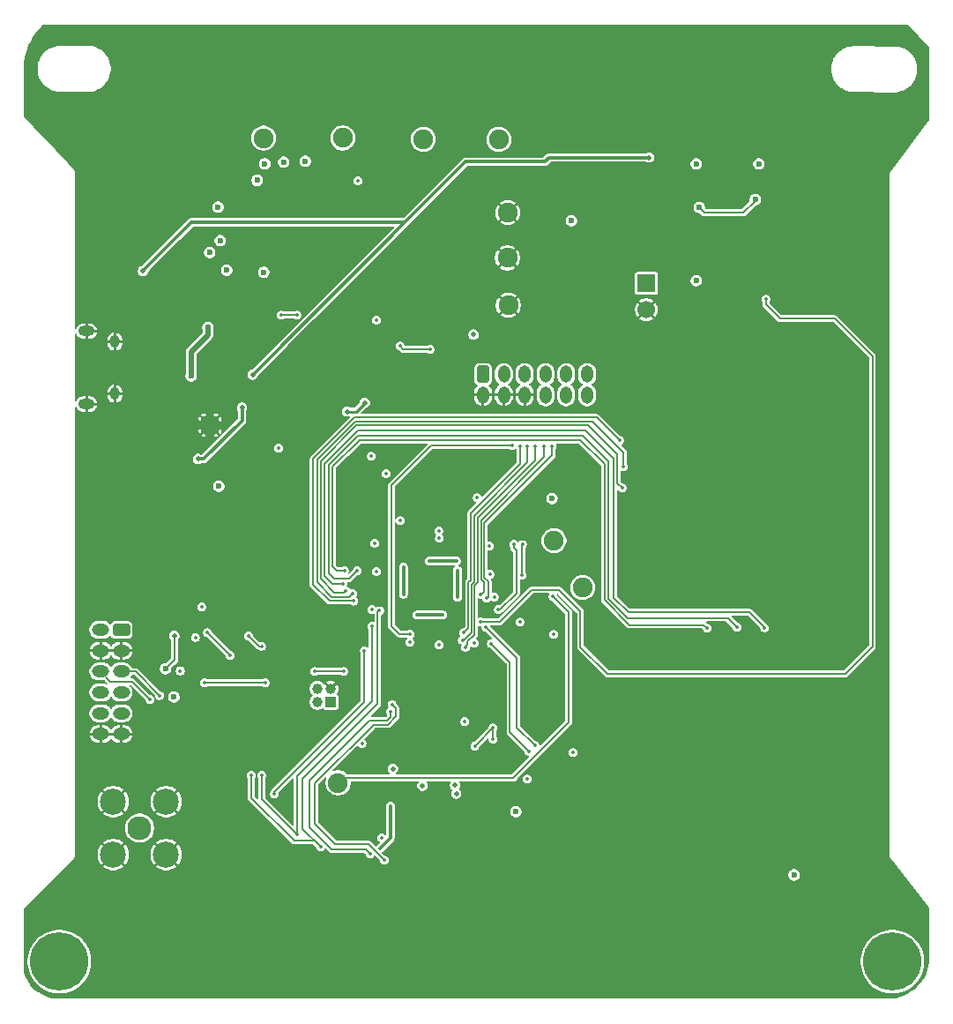
<source format=gbr>
%TF.GenerationSoftware,KiCad,Pcbnew,9.0.4*%
%TF.CreationDate,2025-10-16T15:09:17-07:00*%
%TF.ProjectId,Cygnet Skywalker v1,4379676e-6574-4205-936b-7977616c6b65,rev?*%
%TF.SameCoordinates,Original*%
%TF.FileFunction,Copper,L4,Bot*%
%TF.FilePolarity,Positive*%
%FSLAX46Y46*%
G04 Gerber Fmt 4.6, Leading zero omitted, Abs format (unit mm)*
G04 Created by KiCad (PCBNEW 9.0.4) date 2025-10-16 15:09:17*
%MOMM*%
%LPD*%
G01*
G04 APERTURE LIST*
G04 Aperture macros list*
%AMRoundRect*
0 Rectangle with rounded corners*
0 $1 Rounding radius*
0 $2 $3 $4 $5 $6 $7 $8 $9 X,Y pos of 4 corners*
0 Add a 4 corners polygon primitive as box body*
4,1,4,$2,$3,$4,$5,$6,$7,$8,$9,$2,$3,0*
0 Add four circle primitives for the rounded corners*
1,1,$1+$1,$2,$3*
1,1,$1+$1,$4,$5*
1,1,$1+$1,$6,$7*
1,1,$1+$1,$8,$9*
0 Add four rect primitives between the rounded corners*
20,1,$1+$1,$2,$3,$4,$5,0*
20,1,$1+$1,$4,$5,$6,$7,0*
20,1,$1+$1,$6,$7,$8,$9,0*
20,1,$1+$1,$8,$9,$2,$3,0*%
G04 Aperture macros list end*
%TA.AperFunction,ComponentPad*%
%ADD10C,1.900000*%
%TD*%
%TA.AperFunction,ComponentPad*%
%ADD11C,2.300000*%
%TD*%
%TA.AperFunction,ComponentPad*%
%ADD12C,2.500000*%
%TD*%
%TA.AperFunction,ComponentPad*%
%ADD13RoundRect,0.250000X-0.575000X0.350000X-0.575000X-0.350000X0.575000X-0.350000X0.575000X0.350000X0*%
%TD*%
%TA.AperFunction,ComponentPad*%
%ADD14O,1.650000X1.200000*%
%TD*%
%TA.AperFunction,ComponentPad*%
%ADD15R,1.700000X1.700000*%
%TD*%
%TA.AperFunction,ComponentPad*%
%ADD16C,1.700000*%
%TD*%
%TA.AperFunction,ComponentPad*%
%ADD17C,0.600000*%
%TD*%
%TA.AperFunction,ComponentPad*%
%ADD18C,5.600000*%
%TD*%
%TA.AperFunction,HeatsinkPad*%
%ADD19C,0.500000*%
%TD*%
%TA.AperFunction,HeatsinkPad*%
%ADD20R,1.680000X1.680000*%
%TD*%
%TA.AperFunction,ComponentPad*%
%ADD21R,1.000000X1.000000*%
%TD*%
%TA.AperFunction,ComponentPad*%
%ADD22C,1.000000*%
%TD*%
%TA.AperFunction,ComponentPad*%
%ADD23RoundRect,0.250000X-0.350000X-0.575000X0.350000X-0.575000X0.350000X0.575000X-0.350000X0.575000X0*%
%TD*%
%TA.AperFunction,ComponentPad*%
%ADD24O,1.200000X1.650000*%
%TD*%
%TA.AperFunction,ComponentPad*%
%ADD25O,1.550000X1.000000*%
%TD*%
%TA.AperFunction,ComponentPad*%
%ADD26O,0.950000X1.250000*%
%TD*%
%TA.AperFunction,ViaPad*%
%ADD27C,0.350000*%
%TD*%
%TA.AperFunction,ViaPad*%
%ADD28C,0.600000*%
%TD*%
%TA.AperFunction,ViaPad*%
%ADD29C,0.500000*%
%TD*%
%TA.AperFunction,Conductor*%
%ADD30C,0.350000*%
%TD*%
%TA.AperFunction,Conductor*%
%ADD31C,0.200000*%
%TD*%
%TA.AperFunction,Conductor*%
%ADD32C,0.152400*%
%TD*%
%TA.AperFunction,Conductor*%
%ADD33C,0.267200*%
%TD*%
%TA.AperFunction,Conductor*%
%ADD34C,0.500000*%
%TD*%
%TA.AperFunction,Conductor*%
%ADD35C,0.300000*%
%TD*%
G04 APERTURE END LIST*
D10*
%TO.P,TP9,1,1*%
%TO.N,GND*%
X227340000Y-89320000D03*
%TD*%
%TO.P,TP5,1,1*%
%TO.N,+12V*%
X219275000Y-77925000D03*
%TD*%
%TO.P,TP6,1,1*%
%TO.N,GPS 1PPS*%
X211080000Y-139710000D03*
%TD*%
D11*
%TO.P,J11,1,In*%
%TO.N,Net-(J11-In)*%
X192020000Y-144050000D03*
D12*
%TO.P,J11,2,Ext*%
%TO.N,GND*%
X189480000Y-141510000D03*
X189480000Y-146590000D03*
X194560000Y-141510000D03*
X194560000Y-146590000D03*
%TD*%
D13*
%TO.P,J4,1,Pin_1*%
%TO.N,PAYLOAD_PWR*%
X190275000Y-125025000D03*
D14*
%TO.P,J4,2,Pin_2*%
X188275000Y-125025000D03*
%TO.P,J4,3,Pin_3*%
%TO.N,GND*%
X190275000Y-127025000D03*
%TO.P,J4,4,Pin_4*%
X188275000Y-127025000D03*
%TO.P,J4,5,Pin_5*%
%TO.N,UART0 Tx*%
X190275000Y-129025000D03*
%TO.P,J4,6,Pin_6*%
%TO.N,UART0 Rx*%
X188275000Y-129025000D03*
%TO.P,J4,7,Pin_7*%
%TO.N,PAYLOAD_BATT*%
X190275000Y-131025000D03*
%TO.P,J4,8,Pin_8*%
X188275000Y-131025000D03*
%TO.P,J4,9,Pin_9*%
%TO.N,unconnected-(J4-Pin_9-Pad9)*%
X190275000Y-133025000D03*
%TO.P,J4,10,Pin_10*%
%TO.N,unconnected-(J4-Pin_10-Pad10)*%
X188275000Y-133025000D03*
%TO.P,J4,11,Pin_11*%
%TO.N,GND*%
X190275000Y-135025000D03*
%TO.P,J4,12,Pin_12*%
X188275000Y-135025000D03*
%TD*%
D15*
%TO.P,J12,1,Pin_1*%
%TO.N,WDT_DISABLE*%
X240688000Y-91770881D03*
D16*
%TO.P,J12,2,Pin_2*%
%TO.N,GND*%
X240688000Y-94310881D03*
%TD*%
D10*
%TO.P,TP2,1,1*%
%TO.N,Module1 Vo*%
X234570000Y-120960000D03*
%TD*%
D17*
%TO.P,U4,61,GND*%
%TO.N,GND*%
X218575000Y-119625000D03*
X218575000Y-121000000D03*
X218575000Y-122375000D03*
X219950000Y-119625000D03*
X219950000Y-121000000D03*
X219950000Y-122375000D03*
X221325000Y-119625000D03*
X221325000Y-121000000D03*
X221325000Y-122375000D03*
%TD*%
D18*
%TO.P,H2,1*%
%TO.N,N/C*%
X264323638Y-156866278D03*
%TD*%
D19*
%TO.P,U3,17,GND*%
%TO.N,GND*%
X198180000Y-104750000D03*
X198180000Y-105930000D03*
D20*
X198770000Y-105340000D03*
D19*
X199360000Y-104750000D03*
X199360000Y-105930000D03*
%TD*%
D10*
%TO.P,TP10,1,1*%
%TO.N,GND*%
X227430000Y-93880000D03*
%TD*%
D21*
%TO.P,J3,1,Pin_1*%
%TO.N,RP2350 Reset*%
X210370000Y-131930000D03*
D22*
%TO.P,J3,2,Pin_2*%
%TO.N,RP2350 SWCLK*%
X209100000Y-131930000D03*
%TO.P,J3,3,Pin_3*%
%TO.N,GND*%
X210370000Y-130660000D03*
%TO.P,J3,4,Pin_4*%
%TO.N,RP2350 SWD*%
X209100000Y-130660000D03*
%TD*%
D23*
%TO.P,J2,1,Pin_1*%
%TO.N,+3.3V*%
X225000000Y-100480000D03*
D24*
%TO.P,J2,2,Pin_2*%
%TO.N,GND*%
X225000000Y-102480000D03*
%TO.P,J2,3,Pin_3*%
%TO.N,+3.3V*%
X227000000Y-100480000D03*
%TO.P,J2,4,Pin_4*%
%TO.N,GND*%
X227000000Y-102480000D03*
%TO.P,J2,5,Pin_5*%
%TO.N,+3.3V*%
X229000000Y-100480000D03*
%TO.P,J2,6,Pin_6*%
%TO.N,GND*%
X229000000Y-102480000D03*
%TO.P,J2,7,Pin_7*%
%TO.N,GPIO24*%
X231000000Y-100480000D03*
%TO.P,J2,8,Pin_8*%
%TO.N,GPIO15*%
X231000000Y-102480000D03*
%TO.P,J2,9,Pin_9*%
%TO.N,GPIO25*%
X233000000Y-100480000D03*
%TO.P,J2,10,Pin_10*%
%TO.N,GPIO18*%
X233000000Y-102480000D03*
%TO.P,J2,11,Pin_11*%
%TO.N,GPIO16*%
X235000000Y-100480000D03*
%TO.P,J2,12,Pin_12*%
%TO.N,GPIO17*%
X235000000Y-102480000D03*
%TD*%
D10*
%TO.P,TP4,1,1*%
%TO.N,Module2 Vo*%
X231810000Y-116460000D03*
%TD*%
%TO.P,TP8,1,1*%
%TO.N,GND*%
X227380000Y-84980000D03*
%TD*%
%TO.P,TP3,1,1*%
%TO.N,+5V*%
X211525000Y-77800000D03*
%TD*%
D25*
%TO.P,J1,6,Shield*%
%TO.N,GND*%
X186937500Y-96350000D03*
D26*
X189637500Y-97350000D03*
X189637500Y-102350000D03*
D25*
X186937500Y-103350000D03*
%TD*%
D10*
%TO.P,TP1,1,1*%
%TO.N,+3.3V*%
X203925000Y-77825000D03*
%TD*%
D18*
%TO.P,H1,1*%
%TO.N,N/C*%
X184323638Y-156866278D03*
%TD*%
D10*
%TO.P,TP7,1,1*%
%TO.N,PAYLOAD_BATT_OUT*%
X226510000Y-77960000D03*
%TD*%
D27*
%TO.N,+3.3V*%
X213370000Y-135940000D03*
X215270000Y-145000000D03*
D28*
X204050000Y-80280000D03*
X205870000Y-80120000D03*
X203930000Y-90690000D03*
D27*
X226070000Y-121880000D03*
X222550000Y-120000000D03*
D28*
X231620000Y-112410000D03*
D27*
X212980000Y-81900000D03*
X217050000Y-114545000D03*
X195925000Y-128950000D03*
X214750000Y-95275000D03*
X233640000Y-136820000D03*
X214350000Y-123050000D03*
X220550000Y-118400000D03*
X217350000Y-119000000D03*
X222550000Y-121200000D03*
X217350000Y-119700000D03*
D29*
X222430000Y-140740000D03*
D27*
X229230000Y-139340000D03*
X219850000Y-118400000D03*
X231790000Y-125460000D03*
X219350000Y-123600000D03*
X217350000Y-120900000D03*
X217350000Y-121600000D03*
X197370000Y-125750000D03*
D29*
X219190000Y-139980000D03*
D27*
X228530000Y-124280000D03*
X197970000Y-122800000D03*
D28*
X198760000Y-88802500D03*
D27*
X224450000Y-112345000D03*
D28*
X254860000Y-148550000D03*
X203300000Y-81870000D03*
D27*
X218650000Y-123600000D03*
X217950000Y-126220000D03*
D28*
X199760000Y-87652500D03*
X195325000Y-131450000D03*
X228160000Y-142460000D03*
D27*
X214600000Y-116695000D03*
X223260000Y-133820000D03*
X215700000Y-109995000D03*
D29*
X222310000Y-139950000D03*
D28*
X200375000Y-90500000D03*
X207940000Y-80050000D03*
D27*
X220550000Y-123600000D03*
D29*
X224080000Y-96670000D03*
D27*
X222550000Y-121900000D03*
D28*
X245488000Y-91488000D03*
D27*
X205380000Y-107580000D03*
X224190000Y-126300000D03*
D29*
X216340000Y-138350000D03*
D28*
X199550000Y-84450000D03*
D27*
X221750000Y-118400000D03*
D28*
X233480000Y-85730000D03*
D27*
X221150000Y-123600000D03*
X225610000Y-116960000D03*
D28*
X245488000Y-80288000D03*
D27*
X222550000Y-119300000D03*
X214275000Y-108350000D03*
D28*
X251488000Y-80288000D03*
X199620000Y-111220000D03*
D27*
X222450000Y-118400000D03*
D29*
%TO.N,GND*%
X196270000Y-153150000D03*
X211665000Y-158245000D03*
X192925000Y-139300000D03*
D27*
X217050000Y-113595000D03*
X211230000Y-128350000D03*
X216160000Y-137600000D03*
D29*
X195580000Y-120740000D03*
D27*
X219430000Y-137590000D03*
X217980000Y-132470000D03*
D29*
X238260000Y-101720000D03*
D27*
X198620000Y-124400000D03*
D29*
X193500000Y-77525000D03*
D27*
X226960000Y-121950000D03*
D29*
X218215000Y-159320000D03*
D27*
X204540000Y-120440000D03*
D28*
X201520000Y-111280000D03*
D27*
X226310000Y-117000000D03*
D29*
X190400000Y-149210000D03*
D28*
X252788000Y-82188000D03*
X228050000Y-144420000D03*
D29*
X238240000Y-104330000D03*
D27*
X212850000Y-142560000D03*
X226190000Y-128970000D03*
X230460000Y-125210000D03*
D29*
X231850000Y-151050000D03*
D27*
X219290000Y-142390000D03*
D28*
X212012500Y-87050000D03*
D27*
X242220000Y-92490000D03*
D29*
X194220000Y-154860000D03*
X194820000Y-151610000D03*
X242310000Y-95990000D03*
X223100000Y-151040000D03*
D27*
X254813000Y-92288000D03*
X224430000Y-127880000D03*
D29*
X205790000Y-137990000D03*
X215940000Y-148430000D03*
D27*
X213790000Y-119400000D03*
D28*
X191360000Y-102150000D03*
D29*
X186910000Y-141260000D03*
D27*
X217375000Y-95900000D03*
D29*
X257060000Y-128410000D03*
X190570000Y-139190000D03*
D28*
X249238000Y-93213000D03*
X242038000Y-87488000D03*
D29*
X198700000Y-158110000D03*
X199800000Y-77650000D03*
D27*
X202710000Y-93452500D03*
X209730000Y-143770000D03*
D29*
X214965000Y-159395000D03*
D28*
X233520000Y-112350000D03*
D27*
X213320000Y-147900000D03*
D28*
X197330000Y-90500000D03*
X232740000Y-97370000D03*
X203790000Y-108110000D03*
X214840000Y-81420000D03*
X254688000Y-85938000D03*
D27*
X222010000Y-137430000D03*
D29*
X193320000Y-149170000D03*
X196710000Y-143950000D03*
D28*
X256750000Y-148470000D03*
D27*
X221810000Y-127680000D03*
X223150000Y-115445000D03*
D29*
X234470000Y-95500000D03*
D28*
X204810000Y-105910000D03*
D27*
X220230000Y-132560000D03*
D28*
X238540000Y-93790000D03*
D27*
X202280000Y-96180000D03*
X212920000Y-129760000D03*
X216980000Y-131350000D03*
X216490000Y-146890000D03*
D29*
X242110000Y-101690000D03*
X200380000Y-154890000D03*
D27*
X223250000Y-95030000D03*
D29*
X241850000Y-104080000D03*
D27*
X211430000Y-142130000D03*
X203040000Y-90520000D03*
X243930000Y-91500000D03*
D29*
X254480000Y-128320000D03*
D27*
X214775000Y-96000000D03*
D29*
X191690000Y-120480000D03*
D27*
X230520000Y-124010000D03*
X217950000Y-127180000D03*
X215990000Y-130470000D03*
X226510000Y-119690000D03*
D28*
X204030000Y-103880000D03*
D29*
X201650000Y-87610000D03*
X227850000Y-150700000D03*
D27*
X220750000Y-127180000D03*
X217500000Y-94600000D03*
X215950000Y-109125000D03*
D29*
X200800000Y-138820000D03*
D27*
X220450000Y-95925000D03*
D28*
X214150000Y-80140000D03*
D27*
X217870000Y-144140000D03*
X222400000Y-130160000D03*
D28*
X194300000Y-90400000D03*
X190325000Y-91332500D03*
X196275000Y-131425000D03*
X191050000Y-100875000D03*
D29*
X254540000Y-124760000D03*
X197300000Y-103050000D03*
X191230000Y-152440000D03*
D27*
X214775000Y-94550000D03*
D29*
X196675000Y-77650000D03*
D28*
X242038000Y-86088000D03*
X233600000Y-87640000D03*
D29*
X196350000Y-139450000D03*
D27*
X219350000Y-130075000D03*
X221630000Y-132410000D03*
X213430000Y-138400000D03*
D28*
X200280000Y-107630000D03*
D27*
X195440000Y-122890000D03*
D29*
X190075000Y-77650000D03*
D27*
X213560000Y-123030000D03*
X196225000Y-125600000D03*
X243988000Y-89813000D03*
D29*
X208110000Y-128490000D03*
D28*
X260990000Y-119930000D03*
D27*
X212230000Y-127220000D03*
X216730000Y-128140000D03*
X223150000Y-116045000D03*
X207450000Y-114780000D03*
X224890000Y-126400000D03*
D29*
X257170000Y-124740000D03*
D27*
X213750000Y-116645000D03*
D29*
X236780000Y-150420000D03*
D28*
X247888000Y-84288000D03*
X211930000Y-80330000D03*
D29*
X196720000Y-156800000D03*
D28*
X197010000Y-107450000D03*
D29*
X197540000Y-154380000D03*
D27*
X215400000Y-142040000D03*
X227260000Y-121370000D03*
%TO.N,+1V1*%
X214750000Y-119400000D03*
X225650000Y-119690000D03*
X220750000Y-115495000D03*
X220780000Y-126440000D03*
X220814998Y-116245000D03*
D29*
%TO.N,PAYLOAD_BATT*%
X195350000Y-125600000D03*
D28*
X194500000Y-128750000D03*
D27*
%TO.N,PET DOG*%
X252168000Y-93290000D03*
X224780000Y-124260000D03*
D28*
%TO.N,WDT_DISABLE*%
X245788000Y-84488000D03*
X251138000Y-83725500D03*
D29*
%TO.N,USB_D-*%
X211930000Y-104060000D03*
X213640000Y-103230000D03*
D27*
%TO.N,SCL0*%
X229400000Y-136680000D03*
X225810000Y-126330000D03*
%TO.N,SCL1*%
X200720000Y-127470000D03*
X217020000Y-97780000D03*
X228760000Y-119790000D03*
X219910000Y-98090000D03*
X228780000Y-116830000D03*
X198540000Y-125290000D03*
%TO.N,SDA1*%
X207120000Y-94810000D03*
X198260000Y-130087500D03*
X226490000Y-123070000D03*
X227960000Y-116790000D03*
X225980000Y-135520000D03*
X204070000Y-130100000D03*
X205630000Y-94810000D03*
X225970000Y-134430000D03*
X224208750Y-136188750D03*
D28*
%TO.N,PAYLOAD_PWR Test*%
X196980000Y-100640000D03*
X198570000Y-96000000D03*
D27*
%TO.N,UART0 Tx*%
X193950000Y-131325000D03*
%TO.N,UART0 Rx*%
X203720000Y-126590000D03*
X193025000Y-131700000D03*
X202500000Y-125590000D03*
D29*
%TO.N,DOG Bite*%
X202880000Y-100510000D03*
X192335000Y-90565000D03*
X240930000Y-79680000D03*
D27*
%TO.N,GPS Reset*%
X213600000Y-127010000D03*
X204960000Y-140770000D03*
%TO.N,GPS 1PPS*%
X231715000Y-121815000D03*
%TO.N,UART1 Rx*%
X214310000Y-124670000D03*
X207130000Y-144690000D03*
X203740000Y-138950000D03*
%TO.N,RP2350 SWCLK*%
X208810000Y-129010000D03*
X211610000Y-129010000D03*
%TO.N,UART1 Tx*%
X202740000Y-138980000D03*
X215060000Y-123185000D03*
X209410000Y-145880000D03*
%TO.N,Module1 R1 CTRL*%
X246535000Y-124875000D03*
X211700000Y-119330000D03*
%TO.N,Module2 R1 CTRL*%
X211820000Y-121250000D03*
X238350000Y-111400000D03*
%TO.N,Module1 Enable CTRL*%
X212920000Y-119330000D03*
X249400000Y-124770000D03*
%TO.N,Module1 R2 CTRL*%
X211520000Y-120600000D03*
X252050000Y-124810000D03*
%TO.N,Module2 Enable CTRL*%
X238490000Y-109380000D03*
X212510000Y-121510000D03*
%TO.N,Module2 R2 CTRL*%
X212580000Y-122260000D03*
X238100000Y-106830000D03*
%TO.N,GPIO24*%
X231630000Y-107370000D03*
X225360000Y-121990000D03*
%TO.N,GPIO17*%
X223020000Y-126010000D03*
X229270000Y-107390000D03*
%TO.N,GPIO16*%
X230030000Y-107380000D03*
X223320000Y-126690000D03*
%TO.N,GPS Power Good*%
X216120000Y-132860000D03*
X214147200Y-146507200D03*
D29*
%TO.N,PAYLOAD_BATT_OUT*%
X197620000Y-108620000D03*
X201860000Y-103690000D03*
D27*
%TO.N,GPS_PWR*%
X216110000Y-141928341D03*
X215110000Y-146000000D03*
%TO.N,GPIO18*%
X228550000Y-107390000D03*
X223160000Y-125300000D03*
%TO.N,GPS Enable*%
X216267290Y-132170000D03*
X215520000Y-147130000D03*
%TO.N,SDA0*%
X225300000Y-124780000D03*
X229970000Y-136130000D03*
%TO.N,GPIO25*%
X230850000Y-107380000D03*
X224760000Y-121590000D03*
%TO.N,GPIO15*%
X218010000Y-125420000D03*
X227820000Y-107330000D03*
%TD*%
D30*
%TO.N,+3.3V*%
X221750000Y-118400000D02*
X222450000Y-118400000D01*
X217350000Y-119700000D02*
X217350000Y-119000000D01*
X220550000Y-123600000D02*
X221150000Y-123600000D01*
X220550000Y-118400000D02*
X221750000Y-118400000D01*
X219850000Y-118400000D02*
X220550000Y-118400000D01*
X222550000Y-120000000D02*
X222550000Y-121200000D01*
X222550000Y-119300000D02*
X222550000Y-120000000D01*
X222550000Y-121200000D02*
X222550000Y-121900000D01*
X218650000Y-123600000D02*
X219350000Y-123600000D01*
X220550000Y-123600000D02*
X219350000Y-123600000D01*
X217350000Y-120900000D02*
X217350000Y-121600000D01*
X217350000Y-120900000D02*
X217350000Y-119700000D01*
D31*
%TO.N,PAYLOAD_BATT*%
X195350000Y-127900000D02*
X195350000Y-127150000D01*
X194500000Y-128750000D02*
X195350000Y-127900000D01*
X195350000Y-127150000D02*
X195350000Y-125600000D01*
D32*
%TO.N,PET DOG*%
X262400000Y-98760000D02*
X262400000Y-126640000D01*
X226580000Y-124260000D02*
X224780000Y-124260000D01*
X253510000Y-95140000D02*
X258780000Y-95140000D01*
X259780000Y-129260000D02*
X236950000Y-129260000D01*
X258780000Y-95140000D02*
X262400000Y-98760000D01*
X252168000Y-93290000D02*
X252168000Y-93798000D01*
X234360000Y-123270000D02*
X232260000Y-121170000D01*
X236950000Y-129260000D02*
X234360000Y-126670000D01*
X229670000Y-121170000D02*
X226580000Y-124260000D01*
X262400000Y-126640000D02*
X259780000Y-129260000D01*
X234360000Y-126670000D02*
X234360000Y-123270000D01*
X252168000Y-93798000D02*
X253510000Y-95140000D01*
X232260000Y-121170000D02*
X229670000Y-121170000D01*
D31*
%TO.N,WDT_DISABLE*%
X251138000Y-83725500D02*
X251138000Y-83838000D01*
X251138000Y-83838000D02*
X249988000Y-84988000D01*
X249988000Y-84988000D02*
X246288000Y-84988000D01*
X246288000Y-84988000D02*
X245788000Y-84488000D01*
D33*
%TO.N,USB_D-*%
X212810000Y-104060000D02*
X213640000Y-103230000D01*
X211930000Y-104060000D02*
X212810000Y-104060000D01*
D32*
%TO.N,SCL0*%
X227590000Y-128110000D02*
X225810000Y-126330000D01*
X227590000Y-134870000D02*
X227590000Y-128110000D01*
X229400000Y-136680000D02*
X227590000Y-134870000D01*
%TO.N,SCL1*%
X217020000Y-97780000D02*
X217330000Y-98090000D01*
X228760000Y-119790000D02*
X228760000Y-116850000D01*
X228760000Y-116850000D02*
X228780000Y-116830000D01*
X200720000Y-127470000D02*
X198540000Y-125290000D01*
X217330000Y-98090000D02*
X219910000Y-98090000D01*
%TO.N,SDA1*%
X228210000Y-121510000D02*
X226650000Y-123070000D01*
X227960000Y-117180000D02*
X228210000Y-117430000D01*
X204070000Y-130100000D02*
X198272500Y-130100000D01*
X224316250Y-136083750D02*
X225970000Y-134430000D01*
X225980000Y-134440000D02*
X225970000Y-134430000D01*
X224313750Y-136083750D02*
X224316250Y-136083750D01*
X227960000Y-116790000D02*
X227960000Y-117180000D01*
X207120000Y-94810000D02*
X205630000Y-94810000D01*
X224208750Y-136188750D02*
X224313750Y-136083750D01*
X226650000Y-123070000D02*
X226490000Y-123070000D01*
X228210000Y-117430000D02*
X228210000Y-121510000D01*
X225980000Y-135520000D02*
X225980000Y-134440000D01*
X198272500Y-130100000D02*
X198260000Y-130087500D01*
D34*
%TO.N,PAYLOAD_PWR Test*%
X196980000Y-98340000D02*
X196980000Y-100640000D01*
X198570000Y-96750000D02*
X196980000Y-98340000D01*
X198570000Y-96000000D02*
X198570000Y-96750000D01*
D32*
%TO.N,UART0 Tx*%
X191650000Y-129025000D02*
X190275000Y-129025000D01*
X193950000Y-131325000D02*
X191650000Y-129025000D01*
%TO.N,UART0 Rx*%
X189225000Y-129975000D02*
X188275000Y-129025000D01*
X191300000Y-129975000D02*
X189225000Y-129975000D01*
X193025000Y-131700000D02*
X191300000Y-129975000D01*
X203500000Y-126590000D02*
X202500000Y-125590000D01*
X203720000Y-126590000D02*
X203500000Y-126590000D01*
D35*
%TO.N,DOG Bite*%
X202880000Y-100510000D02*
X219110000Y-84280000D01*
X230950000Y-80090000D02*
X223300000Y-80090000D01*
X217500000Y-85890000D02*
X219110000Y-84280000D01*
X231360000Y-79680000D02*
X230950000Y-80090000D01*
X192335000Y-90565000D02*
X197010000Y-85890000D01*
X223300000Y-80090000D02*
X219110000Y-84280000D01*
X197010000Y-85890000D02*
X217500000Y-85890000D01*
X240930000Y-79680000D02*
X231360000Y-79680000D01*
D32*
%TO.N,GPS Reset*%
X213600000Y-131930000D02*
X213600000Y-127010000D01*
X204960000Y-140770000D02*
X204960000Y-140570000D01*
X204960000Y-140570000D02*
X213600000Y-131930000D01*
D31*
%TO.N,GPS 1PPS*%
X233230000Y-133880000D02*
X233230000Y-123330000D01*
X211570000Y-139220000D02*
X227890000Y-139220000D01*
X233230000Y-123330000D02*
X231715000Y-121815000D01*
X227890000Y-139220000D02*
X233230000Y-133880000D01*
X211080000Y-139710000D02*
X211570000Y-139220000D01*
D32*
%TO.N,UART1 Rx*%
X207130000Y-144690000D02*
X207130000Y-139080000D01*
X207130000Y-139080000D02*
X214310000Y-131900000D01*
X203740000Y-141300000D02*
X207130000Y-144690000D01*
X203740000Y-138950000D02*
X203740000Y-141300000D01*
X214310000Y-131900000D02*
X214310000Y-124670000D01*
%TO.N,RP2350 SWCLK*%
X208810000Y-129010000D02*
X211610000Y-129010000D01*
%TO.N,UART1 Tx*%
X206850000Y-145270000D02*
X208800000Y-145270000D01*
X202740000Y-138980000D02*
X202740000Y-141160000D01*
X215060000Y-123185000D02*
X215045000Y-123185000D01*
X214890000Y-123355000D02*
X214890000Y-132150000D01*
X207680000Y-139360000D02*
X207680000Y-144150000D01*
X208800000Y-145270000D02*
X209410000Y-145880000D01*
X214890000Y-132150000D02*
X207680000Y-139360000D01*
X202740000Y-141160000D02*
X206850000Y-145270000D01*
X207680000Y-144150000D02*
X209410000Y-145880000D01*
X215060000Y-123185000D02*
X214890000Y-123355000D01*
%TO.N,Module1 R1 CTRL*%
X234350000Y-106800000D02*
X236655000Y-109105000D01*
X211700000Y-119330000D02*
X210950000Y-119330000D01*
X246210000Y-124550000D02*
X246535000Y-124875000D01*
X239060000Y-124550000D02*
X246210000Y-124550000D01*
X210950000Y-119330000D02*
X210560000Y-118940000D01*
X213116546Y-106800000D02*
X234350000Y-106800000D01*
X236655000Y-109105000D02*
X236660000Y-109100000D01*
X236660000Y-109100000D02*
X236660000Y-122150000D01*
X210560000Y-109356546D02*
X213116546Y-106800000D01*
X210560000Y-118940000D02*
X210560000Y-109356546D01*
X236660000Y-122150000D02*
X239060000Y-124550000D01*
%TO.N,Module2 R1 CTRL*%
X211820000Y-121250000D02*
X211632800Y-121437200D01*
X210717200Y-121437200D02*
X209410000Y-120130000D01*
X212830000Y-105380000D02*
X235110000Y-105380000D01*
X211632800Y-121437200D02*
X210717200Y-121437200D01*
X235110000Y-105380000D02*
X237900000Y-108170000D01*
X209410000Y-120130000D02*
X209410000Y-108800000D01*
X237900000Y-108170000D02*
X237900000Y-110950000D01*
X237900000Y-110950000D02*
X238350000Y-111400000D01*
X209410000Y-108800000D02*
X212830000Y-105380000D01*
%TO.N,Module1 Enable CTRL*%
X238920000Y-123880000D02*
X237050000Y-122010000D01*
D31*
X249400000Y-124770000D02*
X248510000Y-123880000D01*
D32*
X210190000Y-119610000D02*
X210672800Y-120092800D01*
X210190000Y-109190000D02*
X210190000Y-119610000D01*
X213000000Y-106380000D02*
X210190000Y-109190000D01*
X210672800Y-120092800D02*
X212157200Y-120092800D01*
X237050000Y-122010000D02*
X237050000Y-108840000D01*
X212157200Y-120092800D02*
X212920000Y-119330000D01*
X237050000Y-108840000D02*
X234590000Y-106380000D01*
X234590000Y-106380000D02*
X213000000Y-106380000D01*
X248510000Y-123880000D02*
X238920000Y-123880000D01*
%TO.N,Module1 R2 CTRL*%
X209800000Y-119870000D02*
X210530000Y-120600000D01*
X250590000Y-123340000D02*
X238950000Y-123340000D01*
X237540000Y-121930000D02*
X237540000Y-108600000D01*
X209800000Y-109070000D02*
X209800000Y-119870000D01*
X237540000Y-108600000D02*
X234820000Y-105880000D01*
X252050000Y-124800000D02*
X250590000Y-123340000D01*
X210530000Y-120600000D02*
X211520000Y-120600000D01*
X234820000Y-105880000D02*
X212990000Y-105880000D01*
X252050000Y-124810000D02*
X252050000Y-124800000D01*
X212990000Y-105880000D02*
X209800000Y-109070000D01*
X238950000Y-123340000D02*
X237540000Y-121930000D01*
%TO.N,Module2 Enable CTRL*%
X212510000Y-121510000D02*
X212160000Y-121860000D01*
X209060000Y-108700000D02*
X212770000Y-104990000D01*
X212160000Y-121860000D02*
X210460000Y-121860000D01*
X210460000Y-121860000D02*
X209060000Y-120460000D01*
X238490000Y-107980000D02*
X238490000Y-109380000D01*
X212770000Y-104990000D02*
X235500000Y-104990000D01*
X235500000Y-104990000D02*
X238490000Y-107980000D01*
X209060000Y-120460000D02*
X209060000Y-108700000D01*
%TO.N,Module2 R2 CTRL*%
X208690000Y-108590000D02*
X212650000Y-104630000D01*
X235900000Y-104630000D02*
X238100000Y-106830000D01*
X212580000Y-122260000D02*
X210250000Y-122260000D01*
X208690000Y-120700000D02*
X208690000Y-108590000D01*
X210250000Y-122260000D02*
X208690000Y-120700000D01*
X212650000Y-104630000D02*
X235900000Y-104630000D01*
%TO.N,GPIO24*%
X225102800Y-114797200D02*
X225102800Y-119982800D01*
X225500000Y-121850000D02*
X225360000Y-121990000D01*
X231630000Y-107370000D02*
X231630000Y-108270000D01*
X231630000Y-108270000D02*
X225102800Y-114797200D01*
X225500000Y-120380000D02*
X225500000Y-121850000D01*
X225102800Y-119982800D02*
X225500000Y-120380000D01*
%TO.N,GPIO17*%
X229270000Y-108960000D02*
X224170000Y-114060000D01*
X224170000Y-114060000D02*
X224170000Y-120410000D01*
X229270000Y-107390000D02*
X229270000Y-108960000D01*
X223167290Y-126010000D02*
X223020000Y-126010000D01*
X224170000Y-120410000D02*
X223890000Y-120690000D01*
X223890000Y-120690000D02*
X223890000Y-125287290D01*
X223890000Y-125287290D02*
X223167290Y-126010000D01*
%TO.N,GPIO16*%
X230030000Y-108770000D02*
X230030000Y-107380000D01*
X223527200Y-126145510D02*
X224180000Y-125492710D01*
X224510000Y-114290000D02*
X230030000Y-108770000D01*
X224180000Y-120796546D02*
X224510000Y-120466546D01*
X224510000Y-120466546D02*
X224510000Y-114290000D01*
X223527200Y-126482800D02*
X223527200Y-126145510D01*
X224180000Y-125492710D02*
X224180000Y-120796546D01*
X223320000Y-126690000D02*
X223527200Y-126482800D01*
%TO.N,GPS Power Good*%
X214110000Y-133700000D02*
X215810000Y-133700000D01*
X215810000Y-133700000D02*
X216120000Y-133390000D01*
X216120000Y-133390000D02*
X216120000Y-132860000D01*
X208300000Y-143940000D02*
X208300000Y-139510000D01*
X210440000Y-146080000D02*
X208300000Y-143940000D01*
X213720000Y-146080000D02*
X210440000Y-146080000D01*
X208300000Y-139510000D02*
X214110000Y-133700000D01*
X214147200Y-146507200D02*
X213720000Y-146080000D01*
D35*
%TO.N,PAYLOAD_BATT_OUT*%
X197620000Y-108620000D02*
X198190000Y-108620000D01*
X201860000Y-104950000D02*
X201860000Y-103690000D01*
X198190000Y-108620000D02*
X201860000Y-104950000D01*
%TO.N,GPS_PWR*%
X216110000Y-145000000D02*
X215110000Y-146000000D01*
X216110000Y-141928341D02*
X216110000Y-145000000D01*
D32*
%TO.N,GPIO18*%
X223800000Y-120290000D02*
X223610000Y-120480000D01*
X228550000Y-107390000D02*
X228550000Y-109110000D01*
X223160000Y-125290000D02*
X223160000Y-125300000D01*
X223610000Y-120480000D02*
X223610000Y-124840000D01*
X223610000Y-124840000D02*
X223160000Y-125290000D01*
X223800000Y-113860000D02*
X223800000Y-120290000D01*
X228550000Y-109110000D02*
X223800000Y-113860000D01*
%TO.N,GPS Enable*%
X213307200Y-145572800D02*
X213965510Y-145572800D01*
X213300000Y-145580000D02*
X213307200Y-145572800D01*
X216267290Y-132170000D02*
X216270000Y-132170000D01*
X215880000Y-134120000D02*
X214600000Y-134120000D01*
X216650000Y-132550000D02*
X216650000Y-133350000D01*
X214600000Y-134120000D02*
X214472710Y-134120000D01*
X214899910Y-146509910D02*
X215520000Y-147130000D01*
X216650000Y-133350000D02*
X215880000Y-134120000D01*
X208850000Y-139742710D02*
X208850000Y-143630000D01*
X214899910Y-146507200D02*
X214899910Y-146509910D01*
X210800000Y-145580000D02*
X213300000Y-145580000D01*
X208850000Y-143630000D02*
X210800000Y-145580000D01*
X214472710Y-134120000D02*
X208850000Y-139742710D01*
X216270000Y-132170000D02*
X216650000Y-132550000D01*
X213965510Y-145572800D02*
X214899910Y-146507200D01*
%TO.N,SDA0*%
X229970000Y-136130000D02*
X228230000Y-134390000D01*
X228230000Y-134390000D02*
X228230000Y-127710000D01*
X228230000Y-127710000D02*
X225300000Y-124780000D01*
%TO.N,GPIO25*%
X225080000Y-121380000D02*
X224870000Y-121590000D01*
X224819600Y-114490400D02*
X224819600Y-120216146D01*
X225080000Y-120476546D02*
X225080000Y-121380000D01*
X224870000Y-121590000D02*
X224760000Y-121590000D01*
X230850000Y-108460000D02*
X224819600Y-114490400D01*
X230850000Y-107380000D02*
X230850000Y-108460000D01*
X224819600Y-120216146D02*
X225080000Y-120476546D01*
%TO.N,GPIO15*%
X220000000Y-107330000D02*
X216200000Y-111130000D01*
X216200000Y-111130000D02*
X216200000Y-124650000D01*
X216200000Y-124650000D02*
X216970000Y-125420000D01*
X216970000Y-125420000D02*
X218010000Y-125420000D01*
X227820000Y-107330000D02*
X220000000Y-107330000D01*
%TD*%
%TA.AperFunction,Conductor*%
%TO.N,GND*%
G36*
X231344411Y-121514713D02*
G01*
X231362424Y-121558200D01*
X231354185Y-121588949D01*
X231349563Y-121596955D01*
X231318497Y-121650763D01*
X231318495Y-121650767D01*
X231289500Y-121758979D01*
X231289500Y-121871020D01*
X231318495Y-121979232D01*
X231318496Y-121979234D01*
X231318497Y-121979237D01*
X231374515Y-122076263D01*
X231453737Y-122155485D01*
X231550763Y-122211503D01*
X231550767Y-122211504D01*
X231550769Y-122211505D01*
X231623716Y-122231051D01*
X231651286Y-122246968D01*
X232861487Y-123457169D01*
X232879500Y-123500656D01*
X232879500Y-133709344D01*
X232861487Y-133752831D01*
X230500487Y-136113831D01*
X230457000Y-136131844D01*
X230413513Y-136113831D01*
X230398525Y-136077647D01*
X230396026Y-136077976D01*
X230395500Y-136073980D01*
X230366504Y-135965767D01*
X230366503Y-135965763D01*
X230310485Y-135868737D01*
X230231263Y-135789515D01*
X230134237Y-135733497D01*
X230134234Y-135733496D01*
X230134232Y-135733495D01*
X230026020Y-135704500D01*
X230024265Y-135704269D01*
X230023202Y-135703744D01*
X230022124Y-135703456D01*
X230022181Y-135703241D01*
X229988805Y-135686782D01*
X228574713Y-134272690D01*
X228556700Y-134229203D01*
X228556700Y-127666986D01*
X228536532Y-127591722D01*
X228536530Y-127591714D01*
X228534436Y-127583898D01*
X228491429Y-127509409D01*
X228491425Y-127509402D01*
X226386002Y-125403979D01*
X231364500Y-125403979D01*
X231364500Y-125516020D01*
X231393495Y-125624232D01*
X231393496Y-125624234D01*
X231393497Y-125624237D01*
X231449515Y-125721263D01*
X231528737Y-125800485D01*
X231625763Y-125856503D01*
X231625767Y-125856504D01*
X231733980Y-125885500D01*
X231733982Y-125885500D01*
X231846019Y-125885500D01*
X231906086Y-125869405D01*
X231954237Y-125856503D01*
X232051263Y-125800485D01*
X232130485Y-125721263D01*
X232186503Y-125624237D01*
X232203377Y-125561263D01*
X232215500Y-125516020D01*
X232215500Y-125403979D01*
X232186504Y-125295767D01*
X232186503Y-125295763D01*
X232130485Y-125198737D01*
X232051263Y-125119515D01*
X231954237Y-125063497D01*
X231954234Y-125063496D01*
X231954232Y-125063495D01*
X231846020Y-125034500D01*
X231846018Y-125034500D01*
X231733982Y-125034500D01*
X231733980Y-125034500D01*
X231625767Y-125063495D01*
X231625763Y-125063497D01*
X231528738Y-125119514D01*
X231528733Y-125119518D01*
X231449518Y-125198733D01*
X231449514Y-125198738D01*
X231393497Y-125295763D01*
X231393495Y-125295767D01*
X231364500Y-125403979D01*
X226386002Y-125403979D01*
X225743217Y-124761194D01*
X225727135Y-124732996D01*
X225725500Y-124726625D01*
X225725500Y-124723982D01*
X225709384Y-124663838D01*
X225709295Y-124663489D01*
X225712570Y-124640490D01*
X225715603Y-124617450D01*
X225715881Y-124617236D01*
X225715931Y-124616889D01*
X225734526Y-124602930D01*
X225752947Y-124588796D01*
X225753442Y-124588730D01*
X225753575Y-124588631D01*
X225753875Y-124588673D01*
X225768864Y-124586700D01*
X226623012Y-124586700D01*
X226659646Y-124576883D01*
X226706102Y-124564436D01*
X226780598Y-124521425D01*
X227078044Y-124223979D01*
X228104500Y-124223979D01*
X228104500Y-124336020D01*
X228133495Y-124444232D01*
X228133496Y-124444234D01*
X228133497Y-124444237D01*
X228189515Y-124541263D01*
X228268737Y-124620485D01*
X228365763Y-124676503D01*
X228365767Y-124676504D01*
X228473980Y-124705500D01*
X228473982Y-124705500D01*
X228586019Y-124705500D01*
X228633733Y-124692714D01*
X228694237Y-124676503D01*
X228791263Y-124620485D01*
X228870485Y-124541263D01*
X228926503Y-124444237D01*
X228942298Y-124385288D01*
X228955500Y-124336020D01*
X228955500Y-124223979D01*
X228926504Y-124115767D01*
X228926503Y-124115763D01*
X228870485Y-124018737D01*
X228791263Y-123939515D01*
X228694237Y-123883497D01*
X228694234Y-123883496D01*
X228694232Y-123883495D01*
X228586020Y-123854500D01*
X228586018Y-123854500D01*
X228473982Y-123854500D01*
X228473980Y-123854500D01*
X228365767Y-123883495D01*
X228365763Y-123883497D01*
X228268738Y-123939514D01*
X228268733Y-123939518D01*
X228189518Y-124018733D01*
X228189514Y-124018738D01*
X228133497Y-124115763D01*
X228133495Y-124115767D01*
X228104500Y-124223979D01*
X227078044Y-124223979D01*
X229787310Y-121514713D01*
X229830797Y-121496700D01*
X231300924Y-121496700D01*
X231344411Y-121514713D01*
G37*
%TD.AperFunction*%
%TA.AperFunction,Conductor*%
G36*
X189850000Y-134969048D02*
G01*
X189850000Y-135080952D01*
X189868501Y-135150000D01*
X188681499Y-135150000D01*
X188700000Y-135080952D01*
X188700000Y-134969048D01*
X188681499Y-134900000D01*
X189868501Y-134900000D01*
X189850000Y-134969048D01*
G37*
%TD.AperFunction*%
%TA.AperFunction,Conductor*%
G36*
X189850000Y-126969048D02*
G01*
X189850000Y-127080952D01*
X189868501Y-127150000D01*
X188681499Y-127150000D01*
X188700000Y-127080952D01*
X188700000Y-126969048D01*
X188681499Y-126900000D01*
X189868501Y-126900000D01*
X189850000Y-126969048D01*
G37*
%TD.AperFunction*%
%TA.AperFunction,Conductor*%
G36*
X265775138Y-66940091D02*
G01*
X265818594Y-66958177D01*
X265820040Y-66959678D01*
X267849844Y-69139251D01*
X267866338Y-69181163D01*
X267866338Y-76058820D01*
X267854023Y-76095740D01*
X264147267Y-81033964D01*
X264144647Y-81037453D01*
X264123138Y-81058964D01*
X264105267Y-81089913D01*
X264103047Y-81092872D01*
X264103042Y-81092881D01*
X264083800Y-81118518D01*
X264083799Y-81118520D01*
X264074083Y-81142698D01*
X264070280Y-81150515D01*
X264057248Y-81173087D01*
X264057245Y-81173095D01*
X264048951Y-81204046D01*
X264048950Y-81204045D01*
X264047987Y-81207638D01*
X264034663Y-81240796D01*
X264031012Y-81270991D01*
X264029885Y-81275198D01*
X264029884Y-81275205D01*
X264023138Y-81300384D01*
X264023138Y-81332430D01*
X264022693Y-81339811D01*
X264018847Y-81371621D01*
X264018847Y-81371632D01*
X264022523Y-81397432D01*
X264023138Y-81406106D01*
X264023138Y-146571133D01*
X264018822Y-146604807D01*
X264023138Y-146636745D01*
X264023138Y-146668970D01*
X264025086Y-146676240D01*
X264030908Y-146697970D01*
X264032449Y-146705649D01*
X264036470Y-146735403D01*
X264047310Y-146761323D01*
X264047309Y-146761323D01*
X264048906Y-146765142D01*
X264057246Y-146796264D01*
X264074217Y-146825659D01*
X264075730Y-146829276D01*
X264075733Y-146829281D01*
X264087319Y-146856983D01*
X264087320Y-146856985D01*
X264087321Y-146856987D01*
X264104492Y-146879206D01*
X264109090Y-146886061D01*
X264119276Y-146903704D01*
X264123138Y-146910392D01*
X264123141Y-146910395D01*
X264144364Y-146931618D01*
X264149540Y-146937499D01*
X264561419Y-147470481D01*
X267758992Y-151608222D01*
X267853501Y-151730518D01*
X267866338Y-151768124D01*
X267866338Y-156893075D01*
X267865347Y-156904069D01*
X267802023Y-157252599D01*
X267800738Y-157258181D01*
X267697859Y-157625746D01*
X267696060Y-157631185D01*
X267559425Y-157987595D01*
X267557127Y-157992842D01*
X267387934Y-158334969D01*
X267385159Y-158339980D01*
X267184855Y-158664900D01*
X267181625Y-158669631D01*
X266951960Y-158974503D01*
X266948303Y-158978913D01*
X266691280Y-159261076D01*
X266687230Y-159265127D01*
X266405052Y-159522170D01*
X266400642Y-159525826D01*
X266095779Y-159755491D01*
X266091048Y-159758721D01*
X265766141Y-159959025D01*
X265761130Y-159961801D01*
X265418988Y-160131008D01*
X265413741Y-160133305D01*
X265057351Y-160269939D01*
X265051912Y-160271739D01*
X264684339Y-160374625D01*
X264678757Y-160375910D01*
X264330513Y-160439187D01*
X264319518Y-160440178D01*
X184428957Y-160440178D01*
X184425296Y-160439255D01*
X184363116Y-160440178D01*
X184359015Y-160440178D01*
X184356814Y-160440139D01*
X183999729Y-160427349D01*
X183993526Y-160426811D01*
X183640086Y-160378054D01*
X183633969Y-160376892D01*
X183287272Y-160292651D01*
X183281304Y-160290877D01*
X182944890Y-160172007D01*
X182939132Y-160169638D01*
X182616466Y-160017367D01*
X182610977Y-160014428D01*
X182305362Y-159830314D01*
X182300198Y-159826835D01*
X182267316Y-159802174D01*
X182014763Y-159612761D01*
X182009978Y-159608778D01*
X181747654Y-159366945D01*
X181743296Y-159362499D01*
X181506765Y-159095379D01*
X181502883Y-159090522D01*
X181294556Y-158800832D01*
X181291191Y-158795613D01*
X181113241Y-158486377D01*
X181110412Y-158480830D01*
X181045118Y-158334969D01*
X180964635Y-158155175D01*
X180962382Y-158149371D01*
X180870452Y-157871599D01*
X180867338Y-157852276D01*
X180867338Y-156694952D01*
X181273138Y-156694952D01*
X181273138Y-157037603D01*
X181311497Y-157378051D01*
X181311500Y-157378069D01*
X181387741Y-157712095D01*
X181500899Y-158035486D01*
X181500901Y-158035490D01*
X181500902Y-158035493D01*
X181649562Y-158344188D01*
X181831849Y-158634296D01*
X182045472Y-158902171D01*
X182287745Y-159144444D01*
X182555620Y-159358067D01*
X182845728Y-159540354D01*
X183154423Y-159689014D01*
X183477821Y-159802175D01*
X183811855Y-159878417D01*
X183811864Y-159878418D01*
X184152312Y-159916777D01*
X184152326Y-159916778D01*
X184494950Y-159916778D01*
X184494963Y-159916777D01*
X184762474Y-159886635D01*
X184835421Y-159878417D01*
X185169455Y-159802175D01*
X185492853Y-159689014D01*
X185801548Y-159540354D01*
X186091656Y-159358067D01*
X186359531Y-159144444D01*
X186601804Y-158902171D01*
X186815427Y-158634296D01*
X186997714Y-158344188D01*
X187146374Y-158035493D01*
X187259535Y-157712095D01*
X187335777Y-157378061D01*
X187354066Y-157215739D01*
X187374137Y-157037603D01*
X187374138Y-157037590D01*
X187374138Y-156694965D01*
X187374137Y-156694952D01*
X261273138Y-156694952D01*
X261273138Y-157037603D01*
X261311497Y-157378051D01*
X261311500Y-157378069D01*
X261387741Y-157712095D01*
X261500899Y-158035486D01*
X261500901Y-158035490D01*
X261500902Y-158035493D01*
X261649562Y-158344188D01*
X261831849Y-158634296D01*
X262045472Y-158902171D01*
X262287745Y-159144444D01*
X262555620Y-159358067D01*
X262845728Y-159540354D01*
X263154423Y-159689014D01*
X263477821Y-159802175D01*
X263811855Y-159878417D01*
X263811864Y-159878418D01*
X264152312Y-159916777D01*
X264152326Y-159916778D01*
X264494950Y-159916778D01*
X264494963Y-159916777D01*
X264762474Y-159886635D01*
X264835421Y-159878417D01*
X265169455Y-159802175D01*
X265492853Y-159689014D01*
X265801548Y-159540354D01*
X266091656Y-159358067D01*
X266359531Y-159144444D01*
X266601804Y-158902171D01*
X266815427Y-158634296D01*
X266997714Y-158344188D01*
X267146374Y-158035493D01*
X267259535Y-157712095D01*
X267335777Y-157378061D01*
X267354066Y-157215739D01*
X267374137Y-157037603D01*
X267374138Y-157037590D01*
X267374138Y-156694965D01*
X267374137Y-156694952D01*
X267335778Y-156354504D01*
X267335777Y-156354495D01*
X267259535Y-156020461D01*
X267146374Y-155697063D01*
X266997714Y-155388368D01*
X266815427Y-155098260D01*
X266601804Y-154830385D01*
X266359531Y-154588112D01*
X266091656Y-154374489D01*
X265801548Y-154192202D01*
X265492853Y-154043542D01*
X265492850Y-154043541D01*
X265492846Y-154043539D01*
X265169455Y-153930381D01*
X264835429Y-153854140D01*
X264835411Y-153854137D01*
X264494963Y-153815778D01*
X264494950Y-153815778D01*
X264152326Y-153815778D01*
X264152312Y-153815778D01*
X263811864Y-153854137D01*
X263811846Y-153854140D01*
X263477820Y-153930381D01*
X263154429Y-154043539D01*
X262845727Y-154192202D01*
X262555624Y-154374486D01*
X262287743Y-154588113D01*
X262045473Y-154830383D01*
X261831846Y-155098264D01*
X261649562Y-155388367D01*
X261500899Y-155697069D01*
X261387741Y-156020460D01*
X261311500Y-156354486D01*
X261311497Y-156354504D01*
X261273138Y-156694952D01*
X187374137Y-156694952D01*
X187335778Y-156354504D01*
X187335777Y-156354495D01*
X187259535Y-156020461D01*
X187146374Y-155697063D01*
X186997714Y-155388368D01*
X186815427Y-155098260D01*
X186601804Y-154830385D01*
X186359531Y-154588112D01*
X186091656Y-154374489D01*
X185801548Y-154192202D01*
X185492853Y-154043542D01*
X185492850Y-154043541D01*
X185492846Y-154043539D01*
X185169455Y-153930381D01*
X184835429Y-153854140D01*
X184835411Y-153854137D01*
X184494963Y-153815778D01*
X184494950Y-153815778D01*
X184152326Y-153815778D01*
X184152312Y-153815778D01*
X183811864Y-153854137D01*
X183811846Y-153854140D01*
X183477820Y-153930381D01*
X183154429Y-154043539D01*
X182845727Y-154192202D01*
X182555624Y-154374486D01*
X182287743Y-154588113D01*
X182045473Y-154830383D01*
X181831846Y-155098264D01*
X181649562Y-155388367D01*
X181500899Y-155697069D01*
X181387741Y-156020460D01*
X181311500Y-156354486D01*
X181311497Y-156354504D01*
X181273138Y-156694952D01*
X180867338Y-156694952D01*
X180867338Y-151809066D01*
X180885351Y-151765579D01*
X184173408Y-148477522D01*
X254309500Y-148477522D01*
X254309500Y-148622477D01*
X254347014Y-148762480D01*
X254347015Y-148762482D01*
X254347016Y-148762485D01*
X254419491Y-148888015D01*
X254521985Y-148990509D01*
X254647515Y-149062984D01*
X254647519Y-149062985D01*
X254787523Y-149100500D01*
X254787525Y-149100500D01*
X254932476Y-149100500D01*
X254994206Y-149083958D01*
X255072485Y-149062984D01*
X255198015Y-148990509D01*
X255300509Y-148888015D01*
X255372984Y-148762485D01*
X255387540Y-148708158D01*
X255410500Y-148622477D01*
X255410500Y-148477522D01*
X255372985Y-148337519D01*
X255372984Y-148337515D01*
X255300509Y-148211985D01*
X255198015Y-148109491D01*
X255072485Y-148037016D01*
X255072482Y-148037015D01*
X255072480Y-148037014D01*
X254932477Y-147999500D01*
X254932475Y-147999500D01*
X254787525Y-147999500D01*
X254787523Y-147999500D01*
X254647519Y-148037014D01*
X254647515Y-148037016D01*
X254521986Y-148109490D01*
X254521981Y-148109494D01*
X254419494Y-148211981D01*
X254419490Y-148211986D01*
X254347016Y-148337515D01*
X254347014Y-148337519D01*
X254309500Y-148477522D01*
X184173408Y-148477522D01*
X184979586Y-147671344D01*
X185356698Y-147294232D01*
X185744138Y-146906792D01*
X185810030Y-146792664D01*
X185844137Y-146665372D01*
X185844138Y-146665372D01*
X185844138Y-146471943D01*
X187980000Y-146471943D01*
X187980000Y-146708056D01*
X188016935Y-146941253D01*
X188089896Y-147165801D01*
X188197084Y-147376169D01*
X188331729Y-147561493D01*
X188796368Y-147096853D01*
X188819753Y-147131851D01*
X188938149Y-147250247D01*
X188973144Y-147273630D01*
X188508505Y-147738269D01*
X188693830Y-147872915D01*
X188904198Y-147980103D01*
X189128747Y-148053064D01*
X189128745Y-148053064D01*
X189361943Y-148089999D01*
X189361951Y-148090000D01*
X189598049Y-148090000D01*
X189598056Y-148089999D01*
X189831253Y-148053064D01*
X190055801Y-147980103D01*
X190266169Y-147872915D01*
X190451493Y-147738269D01*
X189986854Y-147273630D01*
X190021851Y-147250247D01*
X190140247Y-147131851D01*
X190163630Y-147096854D01*
X190628269Y-147561493D01*
X190762915Y-147376169D01*
X190870103Y-147165801D01*
X190943064Y-146941253D01*
X190979999Y-146708056D01*
X190980000Y-146708048D01*
X190980000Y-146471951D01*
X190979999Y-146471943D01*
X193060000Y-146471943D01*
X193060000Y-146708056D01*
X193096935Y-146941253D01*
X193169896Y-147165801D01*
X193277084Y-147376169D01*
X193411729Y-147561493D01*
X193876368Y-147096853D01*
X193899753Y-147131851D01*
X194018149Y-147250247D01*
X194053144Y-147273630D01*
X193588505Y-147738269D01*
X193773830Y-147872915D01*
X193984198Y-147980103D01*
X194208747Y-148053064D01*
X194208745Y-148053064D01*
X194441943Y-148089999D01*
X194441951Y-148090000D01*
X194678049Y-148090000D01*
X194678056Y-148089999D01*
X194911253Y-148053064D01*
X195135801Y-147980103D01*
X195346169Y-147872915D01*
X195531493Y-147738269D01*
X195066854Y-147273630D01*
X195101851Y-147250247D01*
X195220247Y-147131851D01*
X195243630Y-147096854D01*
X195708269Y-147561493D01*
X195842915Y-147376169D01*
X195950103Y-147165801D01*
X196023064Y-146941253D01*
X196059999Y-146708056D01*
X196060000Y-146708048D01*
X196060000Y-146471951D01*
X196059999Y-146471943D01*
X196023064Y-146238746D01*
X195950103Y-146014198D01*
X195842915Y-145803830D01*
X195708269Y-145618505D01*
X195243630Y-146083144D01*
X195220247Y-146048149D01*
X195101851Y-145929753D01*
X195066853Y-145906368D01*
X195531493Y-145441729D01*
X195346169Y-145307084D01*
X195135801Y-145199896D01*
X194911252Y-145126935D01*
X194911254Y-145126935D01*
X194678056Y-145090000D01*
X194441943Y-145090000D01*
X194208746Y-145126935D01*
X193984198Y-145199896D01*
X193773830Y-145307084D01*
X193588505Y-145441729D01*
X194053145Y-145906369D01*
X194018149Y-145929753D01*
X193899753Y-146048149D01*
X193876369Y-146083145D01*
X193411729Y-145618505D01*
X193277084Y-145803830D01*
X193169896Y-146014198D01*
X193096935Y-146238746D01*
X193060000Y-146471943D01*
X190979999Y-146471943D01*
X190943064Y-146238746D01*
X190870103Y-146014198D01*
X190762915Y-145803830D01*
X190628269Y-145618505D01*
X190163630Y-146083144D01*
X190140247Y-146048149D01*
X190021851Y-145929753D01*
X189986853Y-145906368D01*
X190451493Y-145441729D01*
X190266169Y-145307084D01*
X190055801Y-145199896D01*
X189831252Y-145126935D01*
X189831254Y-145126935D01*
X189598056Y-145090000D01*
X189361943Y-145090000D01*
X189128746Y-145126935D01*
X188904198Y-145199896D01*
X188693830Y-145307084D01*
X188508505Y-145441729D01*
X188973145Y-145906369D01*
X188938149Y-145929753D01*
X188819753Y-146048149D01*
X188796369Y-146083145D01*
X188331729Y-145618505D01*
X188197084Y-145803830D01*
X188089896Y-146014198D01*
X188016935Y-146238746D01*
X187980000Y-146471943D01*
X185844138Y-146471943D01*
X185844138Y-143939774D01*
X190619500Y-143939774D01*
X190619500Y-144160225D01*
X190653985Y-144377953D01*
X190722105Y-144587605D01*
X190722106Y-144587609D01*
X190758744Y-144659514D01*
X190822185Y-144784022D01*
X190951758Y-144962365D01*
X191107635Y-145118242D01*
X191285978Y-145247815D01*
X191482394Y-145347895D01*
X191692049Y-145416015D01*
X191909778Y-145450500D01*
X191909782Y-145450500D01*
X192130218Y-145450500D01*
X192130222Y-145450500D01*
X192347951Y-145416015D01*
X192361369Y-145411655D01*
X192376689Y-145406678D01*
X192418628Y-145393050D01*
X192557606Y-145347895D01*
X192754022Y-145247815D01*
X192932365Y-145118242D01*
X193088242Y-144962365D01*
X193217815Y-144784022D01*
X193317895Y-144587606D01*
X193386015Y-144377951D01*
X193420500Y-144160222D01*
X193420500Y-143939778D01*
X193386015Y-143722049D01*
X193317895Y-143512394D01*
X193217815Y-143315978D01*
X193088242Y-143137635D01*
X192932365Y-142981758D01*
X192754022Y-142852185D01*
X192747183Y-142848700D01*
X192557609Y-142752106D01*
X192557606Y-142752105D01*
X192347951Y-142683985D01*
X192130225Y-142649500D01*
X192130222Y-142649500D01*
X191909778Y-142649500D01*
X191909774Y-142649500D01*
X191692046Y-142683985D01*
X191482394Y-142752105D01*
X191482390Y-142752106D01*
X191285979Y-142852184D01*
X191107632Y-142981760D01*
X190951760Y-143137632D01*
X190822184Y-143315979D01*
X190722106Y-143512390D01*
X190722105Y-143512394D01*
X190653985Y-143722046D01*
X190619500Y-143939774D01*
X185844138Y-143939774D01*
X185844138Y-141391943D01*
X187980000Y-141391943D01*
X187980000Y-141628056D01*
X188016935Y-141861253D01*
X188089896Y-142085801D01*
X188197084Y-142296169D01*
X188331729Y-142481493D01*
X188796368Y-142016853D01*
X188819753Y-142051851D01*
X188938149Y-142170247D01*
X188973144Y-142193630D01*
X188508505Y-142658269D01*
X188693830Y-142792915D01*
X188904198Y-142900103D01*
X189128747Y-142973064D01*
X189128745Y-142973064D01*
X189361943Y-143009999D01*
X189361951Y-143010000D01*
X189598049Y-143010000D01*
X189598056Y-143009999D01*
X189831253Y-142973064D01*
X190055801Y-142900103D01*
X190266169Y-142792915D01*
X190451493Y-142658269D01*
X189986854Y-142193630D01*
X190021851Y-142170247D01*
X190140247Y-142051851D01*
X190163630Y-142016854D01*
X190628269Y-142481493D01*
X190762915Y-142296169D01*
X190870103Y-142085801D01*
X190943064Y-141861253D01*
X190979999Y-141628056D01*
X190980000Y-141628048D01*
X190980000Y-141391951D01*
X190979999Y-141391943D01*
X193060000Y-141391943D01*
X193060000Y-141628056D01*
X193096935Y-141861253D01*
X193169896Y-142085801D01*
X193277084Y-142296169D01*
X193411729Y-142481493D01*
X193876368Y-142016853D01*
X193899753Y-142051851D01*
X194018149Y-142170247D01*
X194053144Y-142193630D01*
X193588505Y-142658269D01*
X193773830Y-142792915D01*
X193984198Y-142900103D01*
X194208747Y-142973064D01*
X194208745Y-142973064D01*
X194441943Y-143009999D01*
X194441951Y-143010000D01*
X194678049Y-143010000D01*
X194678056Y-143009999D01*
X194911253Y-142973064D01*
X195135801Y-142900103D01*
X195346169Y-142792915D01*
X195531493Y-142658269D01*
X195066854Y-142193630D01*
X195101851Y-142170247D01*
X195220247Y-142051851D01*
X195243630Y-142016854D01*
X195708269Y-142481493D01*
X195842915Y-142296169D01*
X195950103Y-142085801D01*
X196023064Y-141861253D01*
X196059999Y-141628056D01*
X196060000Y-141628048D01*
X196060000Y-141391951D01*
X196059999Y-141391943D01*
X196023064Y-141158746D01*
X195950103Y-140934198D01*
X195842915Y-140723830D01*
X195708269Y-140538505D01*
X195243630Y-141003144D01*
X195220247Y-140968149D01*
X195101851Y-140849753D01*
X195066853Y-140826368D01*
X195531493Y-140361729D01*
X195346169Y-140227084D01*
X195135801Y-140119896D01*
X194911252Y-140046935D01*
X194911254Y-140046935D01*
X194678056Y-140010000D01*
X194441943Y-140010000D01*
X194208746Y-140046935D01*
X193984198Y-140119896D01*
X193773830Y-140227084D01*
X193588505Y-140361729D01*
X194053145Y-140826369D01*
X194018149Y-140849753D01*
X193899753Y-140968149D01*
X193876369Y-141003145D01*
X193411729Y-140538505D01*
X193277084Y-140723830D01*
X193169896Y-140934198D01*
X193096935Y-141158746D01*
X193060000Y-141391943D01*
X190979999Y-141391943D01*
X190943064Y-141158746D01*
X190870103Y-140934198D01*
X190762915Y-140723830D01*
X190628269Y-140538505D01*
X190163630Y-141003144D01*
X190140247Y-140968149D01*
X190021851Y-140849753D01*
X189986853Y-140826368D01*
X190451493Y-140361729D01*
X190266169Y-140227084D01*
X190055801Y-140119896D01*
X189831252Y-140046935D01*
X189831254Y-140046935D01*
X189598056Y-140010000D01*
X189361943Y-140010000D01*
X189128746Y-140046935D01*
X188904198Y-140119896D01*
X188693830Y-140227084D01*
X188508505Y-140361729D01*
X188973145Y-140826369D01*
X188938149Y-140849753D01*
X188819753Y-140968149D01*
X188796369Y-141003145D01*
X188331729Y-140538505D01*
X188197084Y-140723830D01*
X188089896Y-140934198D01*
X188016935Y-141158746D01*
X187980000Y-141391943D01*
X185844138Y-141391943D01*
X185844138Y-138923979D01*
X202314500Y-138923979D01*
X202314500Y-139036020D01*
X202343495Y-139144232D01*
X202343496Y-139144234D01*
X202343497Y-139144237D01*
X202359806Y-139172485D01*
X202399514Y-139241262D01*
X202400590Y-139242663D01*
X202400969Y-139243782D01*
X202401531Y-139244754D01*
X202401337Y-139244865D01*
X202413300Y-139280104D01*
X202413300Y-141203013D01*
X202435562Y-141286097D01*
X202435566Y-141286107D01*
X202478570Y-141360591D01*
X202478573Y-141360595D01*
X202478575Y-141360598D01*
X206649402Y-145531425D01*
X206649405Y-145531427D01*
X206649408Y-145531429D01*
X206723892Y-145574433D01*
X206723894Y-145574434D01*
X206723898Y-145574436D01*
X206723902Y-145574437D01*
X206806987Y-145596700D01*
X206806989Y-145596700D01*
X206893011Y-145596700D01*
X208639202Y-145596700D01*
X208682689Y-145614713D01*
X208966782Y-145898805D01*
X208983241Y-145932181D01*
X208983456Y-145932124D01*
X208983744Y-145933202D01*
X208984269Y-145934265D01*
X208984500Y-145936020D01*
X209013495Y-146044232D01*
X209013496Y-146044234D01*
X209013497Y-146044237D01*
X209069515Y-146141263D01*
X209148737Y-146220485D01*
X209245763Y-146276503D01*
X209245767Y-146276504D01*
X209353980Y-146305500D01*
X209353982Y-146305500D01*
X209466019Y-146305500D01*
X209513733Y-146292714D01*
X209574237Y-146276503D01*
X209671263Y-146220485D01*
X209750485Y-146141263D01*
X209806503Y-146044237D01*
X209807612Y-146040097D01*
X209836262Y-146002755D01*
X209882929Y-145996607D01*
X209910503Y-146012526D01*
X210239402Y-146341425D01*
X210239405Y-146341427D01*
X210239408Y-146341429D01*
X210313892Y-146384433D01*
X210313894Y-146384434D01*
X210313898Y-146384436D01*
X210313902Y-146384437D01*
X210396987Y-146406700D01*
X210396989Y-146406700D01*
X213559203Y-146406700D01*
X213602690Y-146424713D01*
X213703982Y-146526005D01*
X213720441Y-146559381D01*
X213720656Y-146559324D01*
X213720944Y-146560402D01*
X213721469Y-146561465D01*
X213721700Y-146563220D01*
X213750695Y-146671432D01*
X213750696Y-146671434D01*
X213750697Y-146671437D01*
X213806715Y-146768463D01*
X213885937Y-146847685D01*
X213982963Y-146903703D01*
X213982967Y-146903704D01*
X214091180Y-146932700D01*
X214091182Y-146932700D01*
X214203219Y-146932700D01*
X214250933Y-146919914D01*
X214311437Y-146903703D01*
X214408463Y-146847685D01*
X214487685Y-146768463D01*
X214525012Y-146703809D01*
X214531604Y-146698751D01*
X214534785Y-146691073D01*
X214549617Y-146684928D01*
X214562354Y-146675156D01*
X214570593Y-146676240D01*
X214578272Y-146673060D01*
X214593104Y-146679203D01*
X214609021Y-146681299D01*
X214621759Y-146691073D01*
X214629057Y-146698371D01*
X214635956Y-146707361D01*
X214636028Y-146707307D01*
X214638483Y-146710506D01*
X215076782Y-147148805D01*
X215093241Y-147182181D01*
X215093456Y-147182124D01*
X215093744Y-147183202D01*
X215094269Y-147184265D01*
X215094500Y-147186020D01*
X215123495Y-147294232D01*
X215123496Y-147294234D01*
X215123497Y-147294237D01*
X215179515Y-147391263D01*
X215258737Y-147470485D01*
X215355763Y-147526503D01*
X215355767Y-147526504D01*
X215463980Y-147555500D01*
X215463982Y-147555500D01*
X215576019Y-147555500D01*
X215623733Y-147542714D01*
X215684237Y-147526503D01*
X215781263Y-147470485D01*
X215860485Y-147391263D01*
X215916503Y-147294237D01*
X215928290Y-147250247D01*
X215945500Y-147186020D01*
X215945500Y-147073979D01*
X215916504Y-146965767D01*
X215916503Y-146965763D01*
X215860485Y-146868737D01*
X215781263Y-146789515D01*
X215684237Y-146733497D01*
X215684234Y-146733496D01*
X215684232Y-146733495D01*
X215576020Y-146704500D01*
X215574265Y-146704269D01*
X215573202Y-146703744D01*
X215572124Y-146703456D01*
X215572181Y-146703241D01*
X215538805Y-146686782D01*
X215314610Y-146462587D01*
X215296597Y-146419100D01*
X215314610Y-146375613D01*
X215327342Y-146365842D01*
X215371263Y-146340485D01*
X215450485Y-146261263D01*
X215494736Y-146184616D01*
X215504503Y-146171888D01*
X216350849Y-145325541D01*
X216350854Y-145325538D01*
X216355911Y-145320480D01*
X216355913Y-145320480D01*
X216430480Y-145245913D01*
X216483207Y-145154587D01*
X216492946Y-145118242D01*
X216509619Y-145056020D01*
X216510501Y-145052729D01*
X216510501Y-144943511D01*
X216510500Y-144943493D01*
X216510500Y-142387522D01*
X227609500Y-142387522D01*
X227609500Y-142532477D01*
X227647014Y-142672480D01*
X227647015Y-142672482D01*
X227647016Y-142672485D01*
X227719491Y-142798015D01*
X227821985Y-142900509D01*
X227947515Y-142972984D01*
X227947519Y-142972985D01*
X228087523Y-143010500D01*
X228087525Y-143010500D01*
X228232476Y-143010500D01*
X228294206Y-142993958D01*
X228372485Y-142972984D01*
X228498015Y-142900509D01*
X228600509Y-142798015D01*
X228672984Y-142672485D01*
X228687540Y-142618158D01*
X228710500Y-142532477D01*
X228710500Y-142387522D01*
X228672985Y-142247519D01*
X228672984Y-142247515D01*
X228600509Y-142121985D01*
X228498015Y-142019491D01*
X228372485Y-141947016D01*
X228372482Y-141947015D01*
X228372480Y-141947014D01*
X228232477Y-141909500D01*
X228232475Y-141909500D01*
X228087525Y-141909500D01*
X228087523Y-141909500D01*
X227947519Y-141947014D01*
X227947515Y-141947016D01*
X227821986Y-142019490D01*
X227821981Y-142019494D01*
X227719494Y-142121981D01*
X227719490Y-142121986D01*
X227647016Y-142247515D01*
X227647014Y-142247519D01*
X227609500Y-142387522D01*
X216510500Y-142387522D01*
X216510500Y-142085754D01*
X216512596Y-142069836D01*
X216517416Y-142051851D01*
X216526086Y-142019494D01*
X216535500Y-141984361D01*
X216535500Y-141872320D01*
X216506504Y-141764108D01*
X216506503Y-141764104D01*
X216450485Y-141667078D01*
X216371263Y-141587856D01*
X216274237Y-141531838D01*
X216274234Y-141531837D01*
X216274232Y-141531836D01*
X216166020Y-141502841D01*
X216166018Y-141502841D01*
X216053982Y-141502841D01*
X216053980Y-141502841D01*
X215945767Y-141531836D01*
X215945763Y-141531838D01*
X215848738Y-141587855D01*
X215848733Y-141587859D01*
X215769518Y-141667074D01*
X215769514Y-141667079D01*
X215713497Y-141764104D01*
X215713495Y-141764108D01*
X215684500Y-141872320D01*
X215684500Y-141984361D01*
X215693914Y-142019494D01*
X215702584Y-142051851D01*
X215707404Y-142069836D01*
X215709500Y-142085754D01*
X215709500Y-144689278D01*
X215691487Y-144732765D01*
X215648000Y-144750778D01*
X215604513Y-144732765D01*
X215531266Y-144659518D01*
X215531263Y-144659515D01*
X215434237Y-144603497D01*
X215434234Y-144603496D01*
X215434232Y-144603495D01*
X215326020Y-144574500D01*
X215326018Y-144574500D01*
X215213982Y-144574500D01*
X215213980Y-144574500D01*
X215105767Y-144603495D01*
X215105763Y-144603497D01*
X215008738Y-144659514D01*
X215008733Y-144659518D01*
X214929518Y-144738733D01*
X214929514Y-144738738D01*
X214873497Y-144835763D01*
X214873495Y-144835767D01*
X214844500Y-144943979D01*
X214844500Y-145056020D01*
X214873495Y-145164232D01*
X214873496Y-145164234D01*
X214873497Y-145164237D01*
X214929515Y-145261263D01*
X215008737Y-145340485D01*
X215062561Y-145371560D01*
X215091215Y-145408902D01*
X215085072Y-145455569D01*
X215075298Y-145468307D01*
X214938113Y-145605492D01*
X214925377Y-145615265D01*
X214848741Y-145659512D01*
X214848733Y-145659518D01*
X214769518Y-145738733D01*
X214769512Y-145738741D01*
X214745151Y-145780934D01*
X214707807Y-145809588D01*
X214661140Y-145803443D01*
X214648404Y-145793670D01*
X214166111Y-145311378D01*
X214166108Y-145311375D01*
X214166105Y-145311373D01*
X214166101Y-145311370D01*
X214091617Y-145268366D01*
X214091607Y-145268362D01*
X214008523Y-145246100D01*
X214008521Y-145246100D01*
X213264189Y-145246100D01*
X213264188Y-145246100D01*
X213257788Y-145247815D01*
X213245138Y-145251204D01*
X213229223Y-145253300D01*
X210960798Y-145253300D01*
X210917311Y-145235287D01*
X209194713Y-143512689D01*
X209176700Y-143469202D01*
X209176700Y-139903506D01*
X209194712Y-139860020D01*
X209864235Y-139190497D01*
X209907721Y-139172485D01*
X209951208Y-139190498D01*
X209969221Y-139233985D01*
X209966211Y-139252990D01*
X209909060Y-139428879D01*
X209879500Y-139615515D01*
X209879500Y-139804484D01*
X209909060Y-139991120D01*
X209967453Y-140170833D01*
X210053241Y-140339201D01*
X210164308Y-140492071D01*
X210297928Y-140625691D01*
X210419446Y-140713979D01*
X210450801Y-140736760D01*
X210619168Y-140822547D01*
X210798879Y-140880939D01*
X210798882Y-140880940D01*
X210985519Y-140910500D01*
X210985523Y-140910500D01*
X211174477Y-140910500D01*
X211174481Y-140910500D01*
X211361118Y-140880940D01*
X211540832Y-140822547D01*
X211709199Y-140736760D01*
X211862073Y-140625690D01*
X211995690Y-140492073D01*
X212106760Y-140339199D01*
X212192547Y-140170832D01*
X212250940Y-139991118D01*
X212280500Y-139804481D01*
X212280500Y-139632000D01*
X212298513Y-139588513D01*
X212342000Y-139570500D01*
X218743212Y-139570500D01*
X218786699Y-139588513D01*
X218804712Y-139632000D01*
X218789851Y-139667875D01*
X218791954Y-139669489D01*
X218789499Y-139672687D01*
X218723608Y-139786814D01*
X218723605Y-139786820D01*
X218689500Y-139914104D01*
X218689500Y-140045895D01*
X218723605Y-140173179D01*
X218723607Y-140173183D01*
X218723608Y-140173186D01*
X218789500Y-140287314D01*
X218882686Y-140380500D01*
X218996814Y-140446392D01*
X218996818Y-140446393D01*
X218996820Y-140446394D01*
X219124104Y-140480499D01*
X219124106Y-140480500D01*
X219124108Y-140480500D01*
X219255894Y-140480500D01*
X219255894Y-140480499D01*
X219333790Y-140459627D01*
X219383179Y-140446394D01*
X219383179Y-140446393D01*
X219383186Y-140446392D01*
X219497314Y-140380500D01*
X219590500Y-140287314D01*
X219656392Y-140173186D01*
X219657023Y-140170833D01*
X219670671Y-140119896D01*
X219690499Y-140045894D01*
X219690500Y-140045894D01*
X219690500Y-139914105D01*
X219690499Y-139914104D01*
X219656394Y-139786820D01*
X219656393Y-139786818D01*
X219656392Y-139786814D01*
X219590500Y-139672686D01*
X219590496Y-139672682D01*
X219588046Y-139669489D01*
X219590148Y-139667875D01*
X219575288Y-139632000D01*
X219593301Y-139588513D01*
X219636788Y-139570500D01*
X221844655Y-139570500D01*
X221888142Y-139588513D01*
X221906155Y-139632000D01*
X221897916Y-139662750D01*
X221843608Y-139756814D01*
X221843605Y-139756820D01*
X221809500Y-139884104D01*
X221809500Y-140015895D01*
X221843605Y-140143179D01*
X221843607Y-140143183D01*
X221843608Y-140143186D01*
X221909500Y-140257314D01*
X222002686Y-140350500D01*
X222005119Y-140351905D01*
X222033776Y-140389246D01*
X222027636Y-140435913D01*
X222027634Y-140435917D01*
X221963608Y-140546814D01*
X221963605Y-140546820D01*
X221929500Y-140674104D01*
X221929500Y-140805895D01*
X221963605Y-140933179D01*
X221963607Y-140933183D01*
X221963608Y-140933186D01*
X222029500Y-141047314D01*
X222122686Y-141140500D01*
X222236814Y-141206392D01*
X222236818Y-141206393D01*
X222236820Y-141206394D01*
X222364104Y-141240499D01*
X222364106Y-141240500D01*
X222364108Y-141240500D01*
X222495894Y-141240500D01*
X222495894Y-141240499D01*
X222623186Y-141206392D01*
X222737314Y-141140500D01*
X222830500Y-141047314D01*
X222896392Y-140933186D01*
X222930499Y-140805894D01*
X222930500Y-140805894D01*
X222930500Y-140674105D01*
X222930499Y-140674104D01*
X222896394Y-140546820D01*
X222896393Y-140546818D01*
X222896392Y-140546814D01*
X222830500Y-140432686D01*
X222737314Y-140339500D01*
X222734877Y-140338093D01*
X222706222Y-140300750D01*
X222712365Y-140254083D01*
X222712366Y-140254082D01*
X222760430Y-140170833D01*
X222776392Y-140143186D01*
X222782633Y-140119896D01*
X222802461Y-140045894D01*
X222810499Y-140015894D01*
X222810500Y-140015894D01*
X222810500Y-139884105D01*
X222810499Y-139884104D01*
X222776394Y-139756820D01*
X222776393Y-139756818D01*
X222776392Y-139756814D01*
X222722084Y-139662750D01*
X222715941Y-139616082D01*
X222744595Y-139578739D01*
X222775345Y-139570500D01*
X227936145Y-139570500D01*
X227975448Y-139559968D01*
X228025288Y-139546614D01*
X228028707Y-139544640D01*
X228033091Y-139542110D01*
X228105205Y-139500474D01*
X228105204Y-139500474D01*
X228105212Y-139500470D01*
X228321703Y-139283979D01*
X228804500Y-139283979D01*
X228804500Y-139396020D01*
X228833495Y-139504232D01*
X228833496Y-139504234D01*
X228833497Y-139504237D01*
X228889515Y-139601263D01*
X228968737Y-139680485D01*
X229065763Y-139736503D01*
X229065767Y-139736504D01*
X229173980Y-139765500D01*
X229173982Y-139765500D01*
X229286019Y-139765500D01*
X229333733Y-139752714D01*
X229394237Y-139736503D01*
X229491263Y-139680485D01*
X229570485Y-139601263D01*
X229626503Y-139504237D01*
X229646695Y-139428879D01*
X229655500Y-139396020D01*
X229655500Y-139283979D01*
X229626504Y-139175767D01*
X229626503Y-139175763D01*
X229570485Y-139078737D01*
X229491263Y-138999515D01*
X229394237Y-138943497D01*
X229394234Y-138943496D01*
X229394232Y-138943495D01*
X229286020Y-138914500D01*
X229286018Y-138914500D01*
X229173982Y-138914500D01*
X229173980Y-138914500D01*
X229065767Y-138943495D01*
X229065763Y-138943497D01*
X228968738Y-138999514D01*
X228968733Y-138999518D01*
X228889518Y-139078733D01*
X228889514Y-139078738D01*
X228833497Y-139175763D01*
X228833495Y-139175767D01*
X228804500Y-139283979D01*
X228321703Y-139283979D01*
X230797538Y-136808144D01*
X230841703Y-136763979D01*
X233214500Y-136763979D01*
X233214500Y-136876020D01*
X233243495Y-136984232D01*
X233243496Y-136984234D01*
X233243497Y-136984237D01*
X233299515Y-137081263D01*
X233378737Y-137160485D01*
X233475763Y-137216503D01*
X233475767Y-137216504D01*
X233583980Y-137245500D01*
X233583982Y-137245500D01*
X233696019Y-137245500D01*
X233743733Y-137232714D01*
X233804237Y-137216503D01*
X233901263Y-137160485D01*
X233980485Y-137081263D01*
X234036503Y-136984237D01*
X234048018Y-136941261D01*
X234065500Y-136876020D01*
X234065500Y-136763979D01*
X234036504Y-136655767D01*
X234036503Y-136655763D01*
X233980485Y-136558737D01*
X233901263Y-136479515D01*
X233804237Y-136423497D01*
X233804234Y-136423496D01*
X233804232Y-136423495D01*
X233696020Y-136394500D01*
X233696018Y-136394500D01*
X233583982Y-136394500D01*
X233583980Y-136394500D01*
X233475767Y-136423495D01*
X233475763Y-136423497D01*
X233378738Y-136479514D01*
X233378733Y-136479518D01*
X233299518Y-136558733D01*
X233299514Y-136558738D01*
X233243497Y-136655763D01*
X233243495Y-136655767D01*
X233214500Y-136763979D01*
X230841703Y-136763979D01*
X230889218Y-136716464D01*
X232852991Y-134752690D01*
X233510469Y-134095212D01*
X233556614Y-134015288D01*
X233564934Y-133984237D01*
X233570122Y-133964872D01*
X233580500Y-133926146D01*
X233580500Y-123283853D01*
X233556615Y-123194716D01*
X233556614Y-123194713D01*
X233556614Y-123194712D01*
X233551173Y-123185288D01*
X233551172Y-123185286D01*
X233551172Y-123185285D01*
X233510474Y-123114794D01*
X233510472Y-123114791D01*
X233510470Y-123114788D01*
X232146968Y-121751286D01*
X232131148Y-121724075D01*
X232131078Y-121723822D01*
X232111503Y-121650763D01*
X232110597Y-121649194D01*
X232109078Y-121643658D01*
X232111566Y-121623830D01*
X232111565Y-121603850D01*
X232114433Y-121600980D01*
X232114939Y-121596955D01*
X232130715Y-121584696D01*
X232144846Y-121570565D01*
X232148904Y-121570564D01*
X232152109Y-121568075D01*
X232171936Y-121570563D01*
X232191917Y-121570562D01*
X232196540Y-121573650D01*
X232198812Y-121573936D01*
X232200804Y-121576499D01*
X232211872Y-121583895D01*
X234015287Y-123387310D01*
X234033300Y-123430797D01*
X234033300Y-126713013D01*
X234055562Y-126796097D01*
X234055566Y-126796107D01*
X234098570Y-126870591D01*
X234098573Y-126870595D01*
X234098575Y-126870598D01*
X236749401Y-129521425D01*
X236823898Y-129564436D01*
X236823902Y-129564437D01*
X236906987Y-129586700D01*
X236906989Y-129586700D01*
X259823012Y-129586700D01*
X259859646Y-129576883D01*
X259906102Y-129564436D01*
X259980598Y-129521425D01*
X262661425Y-126840598D01*
X262704436Y-126766102D01*
X262715046Y-126726504D01*
X262726700Y-126683013D01*
X262726700Y-98716986D01*
X262706532Y-98641722D01*
X262706530Y-98641714D01*
X262704436Y-98633898D01*
X262661429Y-98559409D01*
X262661425Y-98559402D01*
X258980598Y-94878575D01*
X258980595Y-94878573D01*
X258980591Y-94878570D01*
X258906107Y-94835566D01*
X258906097Y-94835562D01*
X258823013Y-94813300D01*
X258823011Y-94813300D01*
X253670797Y-94813300D01*
X253627310Y-94795287D01*
X252512713Y-93680690D01*
X252494700Y-93637203D01*
X252494700Y-93590104D01*
X252506662Y-93554865D01*
X252506469Y-93554754D01*
X252507030Y-93553782D01*
X252507410Y-93552663D01*
X252508481Y-93551266D01*
X252508485Y-93551263D01*
X252564503Y-93454237D01*
X252587053Y-93370079D01*
X252593500Y-93346020D01*
X252593500Y-93233979D01*
X252564504Y-93125767D01*
X252564503Y-93125763D01*
X252508485Y-93028737D01*
X252429263Y-92949515D01*
X252332237Y-92893497D01*
X252332234Y-92893496D01*
X252332232Y-92893495D01*
X252224020Y-92864500D01*
X252224018Y-92864500D01*
X252111982Y-92864500D01*
X252111980Y-92864500D01*
X252003767Y-92893495D01*
X252003763Y-92893497D01*
X251906738Y-92949514D01*
X251906733Y-92949518D01*
X251827518Y-93028733D01*
X251827514Y-93028738D01*
X251771497Y-93125763D01*
X251771495Y-93125767D01*
X251742500Y-93233979D01*
X251742500Y-93346020D01*
X251771495Y-93454232D01*
X251771496Y-93454234D01*
X251771497Y-93454237D01*
X251792966Y-93491422D01*
X251827514Y-93551262D01*
X251828590Y-93552663D01*
X251828969Y-93553782D01*
X251829531Y-93554754D01*
X251829337Y-93554865D01*
X251841300Y-93590104D01*
X251841300Y-93841013D01*
X251863562Y-93924097D01*
X251863566Y-93924107D01*
X251906570Y-93998591D01*
X251906573Y-93998595D01*
X251906575Y-93998598D01*
X253309402Y-95401425D01*
X253309405Y-95401427D01*
X253309408Y-95401429D01*
X253383892Y-95444433D01*
X253383894Y-95444434D01*
X253383898Y-95444436D01*
X253383902Y-95444437D01*
X253466987Y-95466700D01*
X253466989Y-95466700D01*
X253553011Y-95466700D01*
X258619203Y-95466700D01*
X258662690Y-95484713D01*
X262055287Y-98877310D01*
X262073300Y-98920797D01*
X262073300Y-126479203D01*
X262055287Y-126522690D01*
X259662690Y-128915287D01*
X259619203Y-128933300D01*
X237110798Y-128933300D01*
X237067311Y-128915287D01*
X234704713Y-126552689D01*
X234686700Y-126509202D01*
X234686700Y-123226986D01*
X234664437Y-123143903D01*
X234664436Y-123143899D01*
X234636865Y-123096144D01*
X234621425Y-123069401D01*
X232460598Y-120908575D01*
X232460595Y-120908573D01*
X232460591Y-120908570D01*
X232386107Y-120865566D01*
X232386097Y-120865562D01*
X232385922Y-120865515D01*
X233369500Y-120865515D01*
X233369500Y-121054484D01*
X233399060Y-121241120D01*
X233457453Y-121420833D01*
X233543241Y-121589201D01*
X233654308Y-121742071D01*
X233787928Y-121875691D01*
X233940798Y-121986758D01*
X233940801Y-121986760D01*
X234109168Y-122072547D01*
X234288879Y-122130939D01*
X234288882Y-122130940D01*
X234475519Y-122160500D01*
X234475523Y-122160500D01*
X234664477Y-122160500D01*
X234664481Y-122160500D01*
X234851118Y-122130940D01*
X235030832Y-122072547D01*
X235199199Y-121986760D01*
X235352073Y-121875690D01*
X235485690Y-121742073D01*
X235596760Y-121589199D01*
X235682547Y-121420832D01*
X235740940Y-121241118D01*
X235770500Y-121054481D01*
X235770500Y-120865519D01*
X235740940Y-120678882D01*
X235682547Y-120499168D01*
X235596760Y-120330801D01*
X235559416Y-120279402D01*
X235485691Y-120177928D01*
X235352071Y-120044308D01*
X235199201Y-119933241D01*
X235030833Y-119847453D01*
X234851119Y-119789060D01*
X234851121Y-119789060D01*
X234664484Y-119759500D01*
X234664481Y-119759500D01*
X234475519Y-119759500D01*
X234475515Y-119759500D01*
X234288879Y-119789060D01*
X234109166Y-119847453D01*
X233940798Y-119933241D01*
X233787928Y-120044308D01*
X233787928Y-120044309D01*
X233787927Y-120044310D01*
X233654310Y-120177927D01*
X233654309Y-120177928D01*
X233654308Y-120177928D01*
X233543241Y-120330798D01*
X233457453Y-120499166D01*
X233399060Y-120678879D01*
X233369500Y-120865515D01*
X232385922Y-120865515D01*
X232303013Y-120843300D01*
X232303011Y-120843300D01*
X229713011Y-120843300D01*
X229626989Y-120843300D01*
X229626987Y-120843300D01*
X229543902Y-120865562D01*
X229543892Y-120865566D01*
X229469408Y-120908570D01*
X229469398Y-120908578D01*
X226462690Y-123915287D01*
X226419203Y-123933300D01*
X225080104Y-123933300D01*
X225044865Y-123921337D01*
X225044754Y-123921531D01*
X225043782Y-123920969D01*
X225042663Y-123920590D01*
X225041262Y-123919514D01*
X224978878Y-123883497D01*
X224944237Y-123863497D01*
X224944234Y-123863496D01*
X224944232Y-123863495D01*
X224836020Y-123834500D01*
X224836018Y-123834500D01*
X224723982Y-123834500D01*
X224723980Y-123834500D01*
X224615767Y-123863495D01*
X224615759Y-123863499D01*
X224598949Y-123873204D01*
X224552281Y-123879347D01*
X224514939Y-123850692D01*
X224506700Y-123819943D01*
X224506700Y-123013979D01*
X226064500Y-123013979D01*
X226064500Y-123126020D01*
X226093495Y-123234232D01*
X226093496Y-123234234D01*
X226093497Y-123234237D01*
X226149515Y-123331263D01*
X226228737Y-123410485D01*
X226325763Y-123466503D01*
X226325767Y-123466504D01*
X226433980Y-123495500D01*
X226433982Y-123495500D01*
X226546019Y-123495500D01*
X226593733Y-123482714D01*
X226654237Y-123466503D01*
X226751263Y-123410485D01*
X226796901Y-123364845D01*
X226809630Y-123355077D01*
X226850598Y-123331425D01*
X228471425Y-121710599D01*
X228514436Y-121636102D01*
X228525046Y-121596503D01*
X228536700Y-121553011D01*
X228536700Y-120250825D01*
X228554713Y-120207338D01*
X228598200Y-120189325D01*
X228614116Y-120191420D01*
X228636199Y-120197337D01*
X228703980Y-120215500D01*
X228703982Y-120215500D01*
X228816019Y-120215500D01*
X228863733Y-120202714D01*
X228924237Y-120186503D01*
X229021263Y-120130485D01*
X229100485Y-120051263D01*
X229156503Y-119954237D01*
X229183298Y-119854236D01*
X229185500Y-119846020D01*
X229185500Y-119733979D01*
X229156504Y-119625767D01*
X229156503Y-119625763D01*
X229100485Y-119528737D01*
X229100479Y-119528731D01*
X229099406Y-119527331D01*
X229099025Y-119526209D01*
X229098469Y-119525246D01*
X229098660Y-119525135D01*
X229086700Y-119489895D01*
X229086700Y-117150522D01*
X229104713Y-117107035D01*
X229120485Y-117091263D01*
X229176503Y-116994237D01*
X229195359Y-116923865D01*
X229205500Y-116886020D01*
X229205500Y-116773979D01*
X229176504Y-116665767D01*
X229176503Y-116665763D01*
X229120485Y-116568737D01*
X229041263Y-116489515D01*
X228944237Y-116433497D01*
X228944234Y-116433496D01*
X228944232Y-116433495D01*
X228903223Y-116422507D01*
X228903222Y-116422506D01*
X228836021Y-116404500D01*
X228836018Y-116404500D01*
X228723982Y-116404500D01*
X228723980Y-116404500D01*
X228615767Y-116433495D01*
X228615763Y-116433497D01*
X228518738Y-116489514D01*
X228518733Y-116489518D01*
X228439518Y-116568733D01*
X228439512Y-116568741D01*
X228434804Y-116576895D01*
X228397458Y-116605546D01*
X228350791Y-116599398D01*
X228328286Y-116576890D01*
X228300485Y-116528737D01*
X228221263Y-116449515D01*
X228124237Y-116393497D01*
X228124234Y-116393496D01*
X228124232Y-116393495D01*
X228019808Y-116365515D01*
X230609500Y-116365515D01*
X230609500Y-116554484D01*
X230639060Y-116741120D01*
X230697453Y-116920833D01*
X230783241Y-117089201D01*
X230894308Y-117242071D01*
X231027928Y-117375691D01*
X231105834Y-117432293D01*
X231180801Y-117486760D01*
X231349168Y-117572547D01*
X231528879Y-117630939D01*
X231528882Y-117630940D01*
X231715519Y-117660500D01*
X231715523Y-117660500D01*
X231904477Y-117660500D01*
X231904481Y-117660500D01*
X232091118Y-117630940D01*
X232270832Y-117572547D01*
X232439199Y-117486760D01*
X232592073Y-117375690D01*
X232725690Y-117242073D01*
X232836760Y-117089199D01*
X232922547Y-116920832D01*
X232980940Y-116741118D01*
X233010500Y-116554481D01*
X233010500Y-116365519D01*
X232980940Y-116178882D01*
X232922547Y-115999168D01*
X232836760Y-115830801D01*
X232725690Y-115677927D01*
X232592073Y-115544310D01*
X232592072Y-115544309D01*
X232592071Y-115544308D01*
X232439201Y-115433241D01*
X232270833Y-115347453D01*
X232091119Y-115289060D01*
X232091121Y-115289060D01*
X231904484Y-115259500D01*
X231904481Y-115259500D01*
X231715519Y-115259500D01*
X231715515Y-115259500D01*
X231528879Y-115289060D01*
X231349166Y-115347453D01*
X231180798Y-115433241D01*
X231027928Y-115544308D01*
X231027928Y-115544309D01*
X231027927Y-115544310D01*
X230894310Y-115677927D01*
X230894309Y-115677928D01*
X230894308Y-115677928D01*
X230783241Y-115830798D01*
X230697453Y-115999166D01*
X230639060Y-116178879D01*
X230609500Y-116365515D01*
X228019808Y-116365515D01*
X228016020Y-116364500D01*
X228016018Y-116364500D01*
X227903982Y-116364500D01*
X227903980Y-116364500D01*
X227795767Y-116393495D01*
X227795763Y-116393497D01*
X227698738Y-116449514D01*
X227698733Y-116449518D01*
X227619518Y-116528733D01*
X227619514Y-116528738D01*
X227563497Y-116625763D01*
X227563495Y-116625767D01*
X227534500Y-116733979D01*
X227534500Y-116846020D01*
X227563495Y-116954232D01*
X227563496Y-116954234D01*
X227563497Y-116954237D01*
X227586591Y-116994237D01*
X227619514Y-117051262D01*
X227620590Y-117052663D01*
X227620969Y-117053782D01*
X227621531Y-117054754D01*
X227621337Y-117054865D01*
X227633300Y-117090104D01*
X227633300Y-117223013D01*
X227655562Y-117306097D01*
X227655566Y-117306107D01*
X227698570Y-117380591D01*
X227698573Y-117380595D01*
X227698575Y-117380598D01*
X227698578Y-117380601D01*
X227865287Y-117547310D01*
X227883300Y-117590797D01*
X227883300Y-121349202D01*
X227865287Y-121392689D01*
X226624328Y-122633647D01*
X226580841Y-122651660D01*
X226564927Y-122649565D01*
X226546021Y-122644500D01*
X226546018Y-122644500D01*
X226433982Y-122644500D01*
X226433980Y-122644500D01*
X226325767Y-122673495D01*
X226325763Y-122673497D01*
X226228738Y-122729514D01*
X226228733Y-122729518D01*
X226149518Y-122808733D01*
X226149514Y-122808738D01*
X226093497Y-122905763D01*
X226093495Y-122905767D01*
X226064500Y-123013979D01*
X224506700Y-123013979D01*
X224506700Y-122041603D01*
X224524713Y-121998116D01*
X224568200Y-121980103D01*
X224591462Y-121986350D01*
X224592039Y-121984960D01*
X224595758Y-121986500D01*
X224595763Y-121986503D01*
X224595767Y-121986504D01*
X224703980Y-122015500D01*
X224703982Y-122015500D01*
X224816019Y-122015500D01*
X224859528Y-122003842D01*
X224906196Y-122009985D01*
X224934850Y-122047328D01*
X224963495Y-122154232D01*
X224963496Y-122154234D01*
X224963497Y-122154237D01*
X225019515Y-122251263D01*
X225098737Y-122330485D01*
X225195763Y-122386503D01*
X225195767Y-122386504D01*
X225303980Y-122415500D01*
X225303982Y-122415500D01*
X225416019Y-122415500D01*
X225463733Y-122402714D01*
X225524237Y-122386503D01*
X225621263Y-122330485D01*
X225700485Y-122251263D01*
X225711298Y-122232532D01*
X225748639Y-122203877D01*
X225795306Y-122210019D01*
X225808046Y-122219794D01*
X225808737Y-122220485D01*
X225905763Y-122276503D01*
X225905767Y-122276504D01*
X226013980Y-122305500D01*
X226013982Y-122305500D01*
X226126019Y-122305500D01*
X226173733Y-122292714D01*
X226234237Y-122276503D01*
X226331263Y-122220485D01*
X226410485Y-122141263D01*
X226466503Y-122044237D01*
X226479293Y-121996503D01*
X226495500Y-121936020D01*
X226495500Y-121823979D01*
X226466504Y-121715767D01*
X226466503Y-121715763D01*
X226410485Y-121618737D01*
X226331263Y-121539515D01*
X226234237Y-121483497D01*
X226234234Y-121483496D01*
X226234232Y-121483495D01*
X226126020Y-121454500D01*
X226126018Y-121454500D01*
X226013982Y-121454500D01*
X226013979Y-121454500D01*
X225904117Y-121483937D01*
X225857450Y-121477793D01*
X225828796Y-121440450D01*
X225826700Y-121424533D01*
X225826700Y-120336986D01*
X225812474Y-120283898D01*
X225804436Y-120253898D01*
X225768364Y-120191421D01*
X225762125Y-120180614D01*
X225755980Y-120133947D01*
X225784635Y-120096604D01*
X225799464Y-120090461D01*
X225814237Y-120086503D01*
X225911263Y-120030485D01*
X225990485Y-119951263D01*
X226046503Y-119854237D01*
X226057754Y-119812246D01*
X226075500Y-119746020D01*
X226075500Y-119633979D01*
X226046923Y-119527331D01*
X226046503Y-119525763D01*
X225990485Y-119428737D01*
X225911263Y-119349515D01*
X225814237Y-119293497D01*
X225814234Y-119293496D01*
X225814232Y-119293495D01*
X225706020Y-119264500D01*
X225706018Y-119264500D01*
X225593982Y-119264500D01*
X225593979Y-119264500D01*
X225506917Y-119287828D01*
X225460250Y-119281685D01*
X225431596Y-119244341D01*
X225429500Y-119228424D01*
X225429500Y-117432293D01*
X225447513Y-117388806D01*
X225491000Y-117370793D01*
X225506915Y-117372888D01*
X225524630Y-117377635D01*
X225553980Y-117385500D01*
X225553982Y-117385500D01*
X225666019Y-117385500D01*
X225713733Y-117372714D01*
X225774237Y-117356503D01*
X225871263Y-117300485D01*
X225950485Y-117221263D01*
X226006503Y-117124237D01*
X226026056Y-117051263D01*
X226035500Y-117016020D01*
X226035500Y-116903979D01*
X226006504Y-116795767D01*
X226006503Y-116795763D01*
X225950485Y-116698737D01*
X225871263Y-116619515D01*
X225774237Y-116563497D01*
X225774234Y-116563496D01*
X225774232Y-116563495D01*
X225666020Y-116534500D01*
X225666018Y-116534500D01*
X225553982Y-116534500D01*
X225553979Y-116534500D01*
X225506917Y-116547110D01*
X225460250Y-116540966D01*
X225431596Y-116503623D01*
X225429500Y-116487706D01*
X225429500Y-114957997D01*
X225447513Y-114914510D01*
X228024501Y-112337522D01*
X231069500Y-112337522D01*
X231069500Y-112482477D01*
X231107014Y-112622480D01*
X231107015Y-112622482D01*
X231107016Y-112622485D01*
X231179491Y-112748015D01*
X231281985Y-112850509D01*
X231407515Y-112922984D01*
X231407519Y-112922985D01*
X231547523Y-112960500D01*
X231547525Y-112960500D01*
X231692476Y-112960500D01*
X231754206Y-112943958D01*
X231832485Y-112922984D01*
X231958015Y-112850509D01*
X232060509Y-112748015D01*
X232132984Y-112622485D01*
X232163329Y-112509237D01*
X232170500Y-112482477D01*
X232170500Y-112337522D01*
X232132985Y-112197519D01*
X232132984Y-112197515D01*
X232060509Y-112071985D01*
X231958015Y-111969491D01*
X231832485Y-111897016D01*
X231832482Y-111897015D01*
X231832480Y-111897014D01*
X231692477Y-111859500D01*
X231692475Y-111859500D01*
X231547525Y-111859500D01*
X231547523Y-111859500D01*
X231407519Y-111897014D01*
X231407515Y-111897016D01*
X231281986Y-111969490D01*
X231281981Y-111969494D01*
X231179494Y-112071981D01*
X231179490Y-112071986D01*
X231107016Y-112197515D01*
X231107014Y-112197519D01*
X231069500Y-112337522D01*
X228024501Y-112337522D01*
X228072016Y-112290007D01*
X229970521Y-110391502D01*
X231891425Y-108470598D01*
X231934436Y-108396102D01*
X231948748Y-108342689D01*
X231956700Y-108313013D01*
X231956700Y-107670104D01*
X231968662Y-107634865D01*
X231968469Y-107634754D01*
X231969030Y-107633782D01*
X231969410Y-107632663D01*
X231970481Y-107631266D01*
X231970485Y-107631263D01*
X232026503Y-107534237D01*
X232041983Y-107476464D01*
X232055500Y-107426020D01*
X232055500Y-107313979D01*
X232026062Y-107204118D01*
X232032205Y-107157450D01*
X232069548Y-107128796D01*
X232085466Y-107126700D01*
X234189203Y-107126700D01*
X234232690Y-107144713D01*
X236315287Y-109227310D01*
X236333300Y-109270797D01*
X236333300Y-122193013D01*
X236355562Y-122276097D01*
X236355566Y-122276107D01*
X236398570Y-122350591D01*
X236398573Y-122350595D01*
X236398575Y-122350598D01*
X238859402Y-124811425D01*
X238859405Y-124811427D01*
X238859408Y-124811429D01*
X238933892Y-124854433D01*
X238933894Y-124854434D01*
X238933898Y-124854436D01*
X238933902Y-124854437D01*
X239016987Y-124876700D01*
X239016989Y-124876700D01*
X239103012Y-124876700D01*
X246048415Y-124876700D01*
X246091902Y-124894713D01*
X246107950Y-124927259D01*
X246108456Y-124927124D01*
X246109136Y-124929664D01*
X246109390Y-124930178D01*
X246109501Y-124931026D01*
X246138495Y-125039232D01*
X246138496Y-125039234D01*
X246138497Y-125039237D01*
X246194515Y-125136263D01*
X246273737Y-125215485D01*
X246370763Y-125271503D01*
X246370767Y-125271504D01*
X246478980Y-125300500D01*
X246478982Y-125300500D01*
X246591019Y-125300500D01*
X246638733Y-125287714D01*
X246699237Y-125271503D01*
X246796263Y-125215485D01*
X246875485Y-125136263D01*
X246931503Y-125039237D01*
X246950027Y-124970104D01*
X246960500Y-124931020D01*
X246960500Y-124818979D01*
X246933881Y-124719638D01*
X246931503Y-124710763D01*
X246875485Y-124613737D01*
X246796263Y-124534515D01*
X246699237Y-124478497D01*
X246699234Y-124478496D01*
X246699232Y-124478495D01*
X246591020Y-124449500D01*
X246589265Y-124449269D01*
X246588202Y-124448744D01*
X246587124Y-124448456D01*
X246587181Y-124448241D01*
X246553805Y-124431782D01*
X246433710Y-124311687D01*
X246415697Y-124268200D01*
X246433710Y-124224713D01*
X246477197Y-124206700D01*
X248315544Y-124206700D01*
X248359031Y-124224713D01*
X248968032Y-124833714D01*
X248983949Y-124861284D01*
X249003494Y-124934230D01*
X249003496Y-124934234D01*
X249003497Y-124934237D01*
X249059515Y-125031263D01*
X249138737Y-125110485D01*
X249235763Y-125166503D01*
X249235767Y-125166504D01*
X249343980Y-125195500D01*
X249343982Y-125195500D01*
X249456019Y-125195500D01*
X249503733Y-125182714D01*
X249564237Y-125166503D01*
X249661263Y-125110485D01*
X249740485Y-125031263D01*
X249796503Y-124934237D01*
X249812298Y-124875288D01*
X249825500Y-124826020D01*
X249825500Y-124713979D01*
X249798639Y-124613733D01*
X249796503Y-124605763D01*
X249740485Y-124508737D01*
X249661263Y-124429515D01*
X249564237Y-124373497D01*
X249564234Y-124373496D01*
X249564230Y-124373494D01*
X249491284Y-124353949D01*
X249463714Y-124338032D01*
X248897369Y-123771687D01*
X248879356Y-123728200D01*
X248897369Y-123684713D01*
X248940856Y-123666700D01*
X250429203Y-123666700D01*
X250472690Y-123684713D01*
X251606487Y-124818510D01*
X251624500Y-124861997D01*
X251624500Y-124866020D01*
X251653495Y-124974232D01*
X251653496Y-124974234D01*
X251653497Y-124974237D01*
X251709515Y-125071263D01*
X251788737Y-125150485D01*
X251885763Y-125206503D01*
X251885767Y-125206504D01*
X251993980Y-125235500D01*
X251993982Y-125235500D01*
X252106019Y-125235500D01*
X252180730Y-125215481D01*
X252214237Y-125206503D01*
X252311263Y-125150485D01*
X252390485Y-125071263D01*
X252446503Y-124974237D01*
X252458083Y-124931018D01*
X252475500Y-124866020D01*
X252475500Y-124753979D01*
X252446504Y-124645767D01*
X252446503Y-124645763D01*
X252390485Y-124548737D01*
X252311263Y-124469515D01*
X252214237Y-124413497D01*
X252214234Y-124413496D01*
X252214232Y-124413495D01*
X252108963Y-124385288D01*
X252081394Y-124369371D01*
X250790601Y-123078578D01*
X250790598Y-123078575D01*
X250790595Y-123078573D01*
X250790591Y-123078570D01*
X250716107Y-123035566D01*
X250716097Y-123035562D01*
X250633013Y-123013300D01*
X250633011Y-123013300D01*
X239110798Y-123013300D01*
X239067311Y-122995287D01*
X237884713Y-121812689D01*
X237866700Y-121769202D01*
X237866700Y-111643421D01*
X237884713Y-111599934D01*
X237928200Y-111581921D01*
X237971687Y-111599934D01*
X237981458Y-111612667D01*
X238009515Y-111661263D01*
X238088737Y-111740485D01*
X238185763Y-111796503D01*
X238185767Y-111796504D01*
X238293980Y-111825500D01*
X238293982Y-111825500D01*
X238406019Y-111825500D01*
X238453733Y-111812714D01*
X238514237Y-111796503D01*
X238611263Y-111740485D01*
X238690485Y-111661263D01*
X238746503Y-111564237D01*
X238757754Y-111522246D01*
X238775500Y-111456020D01*
X238775500Y-111343979D01*
X238746504Y-111235767D01*
X238746503Y-111235763D01*
X238690485Y-111138737D01*
X238611263Y-111059515D01*
X238514237Y-111003497D01*
X238514234Y-111003496D01*
X238514232Y-111003495D01*
X238406020Y-110974500D01*
X238404265Y-110974269D01*
X238403202Y-110973744D01*
X238402124Y-110973456D01*
X238402181Y-110973241D01*
X238368805Y-110956782D01*
X238244713Y-110832690D01*
X238226700Y-110789203D01*
X238226700Y-109825829D01*
X238244713Y-109782342D01*
X238288200Y-109764329D01*
X238318951Y-109772570D01*
X238325763Y-109776503D01*
X238325767Y-109776504D01*
X238433980Y-109805500D01*
X238433982Y-109805500D01*
X238546019Y-109805500D01*
X238632445Y-109782342D01*
X238654237Y-109776503D01*
X238751263Y-109720485D01*
X238830485Y-109641263D01*
X238886503Y-109544237D01*
X238900535Y-109491869D01*
X238915500Y-109436020D01*
X238915500Y-109323979D01*
X238886504Y-109215767D01*
X238886503Y-109215763D01*
X238830485Y-109118737D01*
X238830479Y-109118731D01*
X238829406Y-109117331D01*
X238829025Y-109116209D01*
X238828469Y-109115246D01*
X238828660Y-109115135D01*
X238816700Y-109079895D01*
X238816700Y-107936989D01*
X238812278Y-107920484D01*
X238812278Y-107920483D01*
X238794437Y-107853902D01*
X238794436Y-107853898D01*
X238787143Y-107841266D01*
X238751429Y-107779408D01*
X238751427Y-107779405D01*
X238751425Y-107779402D01*
X238279251Y-107307228D01*
X238261238Y-107263741D01*
X238279251Y-107220254D01*
X238291983Y-107210483D01*
X238361263Y-107170485D01*
X238440485Y-107091263D01*
X238496503Y-106994237D01*
X238507754Y-106952246D01*
X238525500Y-106886020D01*
X238525500Y-106773979D01*
X238496504Y-106665767D01*
X238496503Y-106665763D01*
X238440485Y-106568737D01*
X238361263Y-106489515D01*
X238264237Y-106433497D01*
X238264234Y-106433496D01*
X238264232Y-106433495D01*
X238156020Y-106404500D01*
X238154265Y-106404269D01*
X238153202Y-106403744D01*
X238152124Y-106403456D01*
X238152181Y-106403241D01*
X238118805Y-106386782D01*
X236100601Y-104368578D01*
X236100598Y-104368575D01*
X236100595Y-104368573D01*
X236100591Y-104368570D01*
X236026107Y-104325566D01*
X236026097Y-104325562D01*
X235943013Y-104303300D01*
X235943011Y-104303300D01*
X213258374Y-104303300D01*
X213214887Y-104285287D01*
X213196874Y-104241800D01*
X213214887Y-104198313D01*
X213664687Y-103748513D01*
X213702156Y-103732992D01*
X213701898Y-103731026D01*
X213705887Y-103730500D01*
X213705892Y-103730500D01*
X213800109Y-103705255D01*
X213833179Y-103696394D01*
X213833179Y-103696393D01*
X213833186Y-103696392D01*
X213947314Y-103630500D01*
X214040500Y-103537314D01*
X214106392Y-103423186D01*
X214140499Y-103295894D01*
X214140500Y-103295894D01*
X214140500Y-103164105D01*
X214140499Y-103164104D01*
X214106394Y-103036820D01*
X214106393Y-103036818D01*
X214106392Y-103036814D01*
X214040500Y-102922686D01*
X213947314Y-102829500D01*
X213833186Y-102763608D01*
X213833183Y-102763607D01*
X213833179Y-102763605D01*
X213705895Y-102729500D01*
X213705892Y-102729500D01*
X213574108Y-102729500D01*
X213574105Y-102729500D01*
X213446820Y-102763605D01*
X213446814Y-102763608D01*
X213332687Y-102829499D01*
X213332682Y-102829503D01*
X213239503Y-102922682D01*
X213239499Y-102922687D01*
X213173608Y-103036814D01*
X213173605Y-103036820D01*
X213139500Y-103164104D01*
X213138974Y-103168102D01*
X213137007Y-103167843D01*
X213121487Y-103205313D01*
X212668913Y-103657887D01*
X212625426Y-103675900D01*
X212279188Y-103675900D01*
X212241719Y-103660379D01*
X212240511Y-103661954D01*
X212237316Y-103659502D01*
X212237314Y-103659500D01*
X212123186Y-103593608D01*
X212123183Y-103593607D01*
X212123179Y-103593605D01*
X211995895Y-103559500D01*
X211995892Y-103559500D01*
X211864108Y-103559500D01*
X211864105Y-103559500D01*
X211736820Y-103593605D01*
X211736814Y-103593608D01*
X211622687Y-103659499D01*
X211622682Y-103659503D01*
X211529503Y-103752682D01*
X211529499Y-103752687D01*
X211463608Y-103866814D01*
X211463605Y-103866820D01*
X211429500Y-103994104D01*
X211429500Y-104125895D01*
X211463605Y-104253179D01*
X211463607Y-104253183D01*
X211463608Y-104253186D01*
X211529500Y-104367314D01*
X211622686Y-104460500D01*
X211736814Y-104526392D01*
X211736818Y-104526393D01*
X211736820Y-104526394D01*
X211864104Y-104560499D01*
X211864106Y-104560500D01*
X211864108Y-104560500D01*
X211995894Y-104560500D01*
X211995894Y-104560499D01*
X212123186Y-104526392D01*
X212123195Y-104526386D01*
X212125007Y-104525637D01*
X212126005Y-104525636D01*
X212127080Y-104525349D01*
X212127157Y-104525636D01*
X212172077Y-104525630D01*
X212205365Y-104558909D01*
X212205372Y-104605979D01*
X212192037Y-104625939D01*
X208428578Y-108389398D01*
X208428570Y-108389408D01*
X208385566Y-108463892D01*
X208385565Y-108463894D01*
X208385564Y-108463898D01*
X208379833Y-108485288D01*
X208363300Y-108546986D01*
X208363300Y-120743013D01*
X208385562Y-120826097D01*
X208385566Y-120826107D01*
X208428570Y-120900591D01*
X208428573Y-120900595D01*
X208428575Y-120900598D01*
X210049401Y-122521425D01*
X210123898Y-122564436D01*
X210141452Y-122569138D01*
X210141456Y-122569141D01*
X210141457Y-122569140D01*
X210206987Y-122586700D01*
X210206989Y-122586700D01*
X212279896Y-122586700D01*
X212315134Y-122598662D01*
X212315246Y-122598469D01*
X212316217Y-122599030D01*
X212317337Y-122599410D01*
X212318737Y-122600485D01*
X212415763Y-122656503D01*
X212415767Y-122656504D01*
X212523980Y-122685500D01*
X212523982Y-122685500D01*
X212636019Y-122685500D01*
X212683733Y-122672714D01*
X212744237Y-122656503D01*
X212841263Y-122600485D01*
X212920485Y-122521263D01*
X212976503Y-122424237D01*
X212996234Y-122350601D01*
X213005500Y-122316020D01*
X213005500Y-122203979D01*
X212976504Y-122095767D01*
X212976503Y-122095763D01*
X212920485Y-121998737D01*
X212841263Y-121919515D01*
X212822531Y-121908700D01*
X212793877Y-121871358D01*
X212800020Y-121824691D01*
X212809787Y-121811960D01*
X212850485Y-121771263D01*
X212906503Y-121674237D01*
X212927211Y-121596955D01*
X212935500Y-121566020D01*
X212935500Y-121453979D01*
X212906504Y-121345767D01*
X212906503Y-121345763D01*
X212850485Y-121248737D01*
X212771263Y-121169515D01*
X212674237Y-121113497D01*
X212674234Y-121113496D01*
X212674232Y-121113495D01*
X212566020Y-121084500D01*
X212566018Y-121084500D01*
X212453982Y-121084500D01*
X212453980Y-121084500D01*
X212345767Y-121113495D01*
X212345759Y-121113499D01*
X212309665Y-121134337D01*
X212262997Y-121140480D01*
X212225655Y-121111825D01*
X212219513Y-121096996D01*
X212216503Y-121085763D01*
X212160485Y-120988737D01*
X212081263Y-120909515D01*
X211984237Y-120853497D01*
X211984234Y-120853496D01*
X211984232Y-120853495D01*
X211957727Y-120846393D01*
X211920384Y-120817738D01*
X211914241Y-120771071D01*
X211916284Y-120765054D01*
X211945500Y-120656020D01*
X211945500Y-120543979D01*
X211945499Y-120543977D01*
X211932890Y-120496917D01*
X211939034Y-120450250D01*
X211976377Y-120421596D01*
X211992294Y-120419500D01*
X212200212Y-120419500D01*
X212236846Y-120409683D01*
X212283302Y-120397236D01*
X212357798Y-120354225D01*
X212938806Y-119773216D01*
X212972182Y-119756760D01*
X212972124Y-119756544D01*
X212973214Y-119756251D01*
X212974275Y-119755729D01*
X212976015Y-119755500D01*
X212976018Y-119755500D01*
X212976020Y-119755499D01*
X212976023Y-119755499D01*
X213032070Y-119740481D01*
X213084237Y-119726503D01*
X213181263Y-119670485D01*
X213260485Y-119591263D01*
X213316503Y-119494237D01*
X213334055Y-119428733D01*
X213345500Y-119386020D01*
X213345500Y-119343979D01*
X214324500Y-119343979D01*
X214324500Y-119456020D01*
X214353495Y-119564232D01*
X214353496Y-119564234D01*
X214353497Y-119564237D01*
X214409515Y-119661263D01*
X214488737Y-119740485D01*
X214585763Y-119796503D01*
X214585767Y-119796504D01*
X214693980Y-119825500D01*
X214693982Y-119825500D01*
X214806019Y-119825500D01*
X214853733Y-119812714D01*
X214914237Y-119796503D01*
X215011263Y-119740485D01*
X215090485Y-119661263D01*
X215146503Y-119564237D01*
X215165259Y-119494239D01*
X215175500Y-119456020D01*
X215175500Y-119343979D01*
X215146504Y-119235767D01*
X215146503Y-119235763D01*
X215090485Y-119138737D01*
X215011263Y-119059515D01*
X214914237Y-119003497D01*
X214914234Y-119003496D01*
X214914232Y-119003495D01*
X214806020Y-118974500D01*
X214806018Y-118974500D01*
X214693982Y-118974500D01*
X214693980Y-118974500D01*
X214585767Y-119003495D01*
X214585763Y-119003497D01*
X214488738Y-119059514D01*
X214488733Y-119059518D01*
X214409518Y-119138733D01*
X214409514Y-119138738D01*
X214353497Y-119235763D01*
X214353495Y-119235767D01*
X214324500Y-119343979D01*
X213345500Y-119343979D01*
X213345500Y-119273979D01*
X213316504Y-119165767D01*
X213316503Y-119165763D01*
X213260485Y-119068737D01*
X213181263Y-118989515D01*
X213084237Y-118933497D01*
X213084234Y-118933496D01*
X213084232Y-118933495D01*
X212976020Y-118904500D01*
X212976018Y-118904500D01*
X212863982Y-118904500D01*
X212863980Y-118904500D01*
X212755767Y-118933495D01*
X212755763Y-118933497D01*
X212658738Y-118989514D01*
X212658733Y-118989518D01*
X212579518Y-119068733D01*
X212579514Y-119068738D01*
X212523497Y-119165763D01*
X212523495Y-119165767D01*
X212494500Y-119273977D01*
X212494269Y-119275736D01*
X212493744Y-119276799D01*
X212493456Y-119277876D01*
X212493241Y-119277818D01*
X212476782Y-119311194D01*
X212157388Y-119630588D01*
X212113901Y-119648601D01*
X212070414Y-119630588D01*
X212052401Y-119587101D01*
X212060640Y-119556353D01*
X212096503Y-119494237D01*
X212114055Y-119428733D01*
X212125500Y-119386020D01*
X212125500Y-119273979D01*
X212096504Y-119165767D01*
X212096503Y-119165763D01*
X212040485Y-119068737D01*
X211961263Y-118989515D01*
X211864237Y-118933497D01*
X211864234Y-118933496D01*
X211864232Y-118933495D01*
X211756020Y-118904500D01*
X211756018Y-118904500D01*
X211643982Y-118904500D01*
X211643980Y-118904500D01*
X211535767Y-118933495D01*
X211535763Y-118933497D01*
X211438737Y-118989514D01*
X211437337Y-118990590D01*
X211436217Y-118990969D01*
X211435246Y-118991531D01*
X211435134Y-118991337D01*
X211399896Y-119003300D01*
X211110798Y-119003300D01*
X211067311Y-118985287D01*
X210904713Y-118822689D01*
X210886700Y-118779202D01*
X210886700Y-116638979D01*
X214174500Y-116638979D01*
X214174500Y-116751020D01*
X214203495Y-116859232D01*
X214203496Y-116859234D01*
X214203497Y-116859237D01*
X214259515Y-116956263D01*
X214338737Y-117035485D01*
X214435763Y-117091503D01*
X214435767Y-117091504D01*
X214543980Y-117120500D01*
X214543982Y-117120500D01*
X214656019Y-117120500D01*
X214706270Y-117107035D01*
X214764237Y-117091503D01*
X214861263Y-117035485D01*
X214940485Y-116956263D01*
X214996503Y-116859237D01*
X215019348Y-116773979D01*
X215025500Y-116751020D01*
X215025500Y-116638979D01*
X214996504Y-116530767D01*
X214996503Y-116530763D01*
X214940485Y-116433737D01*
X214861263Y-116354515D01*
X214764237Y-116298497D01*
X214764234Y-116298496D01*
X214764232Y-116298495D01*
X214656020Y-116269500D01*
X214656018Y-116269500D01*
X214543982Y-116269500D01*
X214543980Y-116269500D01*
X214435767Y-116298495D01*
X214435763Y-116298497D01*
X214338738Y-116354514D01*
X214338733Y-116354518D01*
X214259518Y-116433733D01*
X214259514Y-116433738D01*
X214203497Y-116530763D01*
X214203495Y-116530767D01*
X214174500Y-116638979D01*
X210886700Y-116638979D01*
X210886700Y-109938979D01*
X215274500Y-109938979D01*
X215274500Y-110051020D01*
X215303495Y-110159232D01*
X215303496Y-110159234D01*
X215303497Y-110159237D01*
X215359515Y-110256263D01*
X215438737Y-110335485D01*
X215535763Y-110391503D01*
X215535767Y-110391504D01*
X215643980Y-110420500D01*
X215643982Y-110420500D01*
X215756019Y-110420500D01*
X215803733Y-110407714D01*
X215864237Y-110391503D01*
X215961263Y-110335485D01*
X216040485Y-110256263D01*
X216096503Y-110159237D01*
X216107754Y-110117246D01*
X216125500Y-110051020D01*
X216125500Y-109938979D01*
X216096504Y-109830767D01*
X216096503Y-109830763D01*
X216040485Y-109733737D01*
X215961263Y-109654515D01*
X215864237Y-109598497D01*
X215864234Y-109598496D01*
X215864232Y-109598495D01*
X215756020Y-109569500D01*
X215756018Y-109569500D01*
X215643982Y-109569500D01*
X215643980Y-109569500D01*
X215535767Y-109598495D01*
X215535763Y-109598497D01*
X215438738Y-109654514D01*
X215438733Y-109654518D01*
X215359518Y-109733733D01*
X215359514Y-109733738D01*
X215303497Y-109830763D01*
X215303495Y-109830767D01*
X215274500Y-109938979D01*
X210886700Y-109938979D01*
X210886700Y-109517343D01*
X210904713Y-109473856D01*
X212084590Y-108293979D01*
X213849500Y-108293979D01*
X213849500Y-108406020D01*
X213878495Y-108514232D01*
X213878496Y-108514234D01*
X213878497Y-108514237D01*
X213934515Y-108611263D01*
X214013737Y-108690485D01*
X214110763Y-108746503D01*
X214110767Y-108746504D01*
X214218980Y-108775500D01*
X214218982Y-108775500D01*
X214331019Y-108775500D01*
X214378733Y-108762714D01*
X214439237Y-108746503D01*
X214536263Y-108690485D01*
X214615485Y-108611263D01*
X214671503Y-108514237D01*
X214684993Y-108463892D01*
X214700500Y-108406020D01*
X214700500Y-108293979D01*
X214671504Y-108185767D01*
X214671503Y-108185763D01*
X214615485Y-108088737D01*
X214536263Y-108009515D01*
X214439237Y-107953497D01*
X214439234Y-107953496D01*
X214439232Y-107953495D01*
X214331020Y-107924500D01*
X214331018Y-107924500D01*
X214218982Y-107924500D01*
X214218980Y-107924500D01*
X214110767Y-107953495D01*
X214110763Y-107953497D01*
X214013738Y-108009514D01*
X214013733Y-108009518D01*
X213934518Y-108088733D01*
X213934514Y-108088738D01*
X213878497Y-108185763D01*
X213878495Y-108185767D01*
X213849500Y-108293979D01*
X212084590Y-108293979D01*
X213233856Y-107144713D01*
X213277343Y-107126700D01*
X219592803Y-107126700D01*
X219636290Y-107144713D01*
X219654303Y-107188200D01*
X219636290Y-107231687D01*
X215938578Y-110929398D01*
X215938570Y-110929409D01*
X215895563Y-111003898D01*
X215893469Y-111011714D01*
X215893468Y-111011722D01*
X215873300Y-111086986D01*
X215873300Y-124693013D01*
X215895562Y-124776097D01*
X215895566Y-124776107D01*
X215938570Y-124850591D01*
X215938573Y-124850595D01*
X215938575Y-124850598D01*
X216769401Y-125681425D01*
X216811212Y-125705564D01*
X216843899Y-125724436D01*
X216843903Y-125724437D01*
X216926987Y-125746700D01*
X216926989Y-125746700D01*
X217689258Y-125746700D01*
X217732745Y-125764713D01*
X217750758Y-125808200D01*
X217732745Y-125851687D01*
X217720008Y-125861460D01*
X217688743Y-125879510D01*
X217688733Y-125879518D01*
X217609518Y-125958733D01*
X217609514Y-125958738D01*
X217553497Y-126055763D01*
X217553495Y-126055767D01*
X217524500Y-126163979D01*
X217524500Y-126276020D01*
X217553495Y-126384232D01*
X217553496Y-126384234D01*
X217553497Y-126384237D01*
X217609515Y-126481263D01*
X217688737Y-126560485D01*
X217785763Y-126616503D01*
X217785767Y-126616504D01*
X217893980Y-126645500D01*
X217893982Y-126645500D01*
X218006019Y-126645500D01*
X218075102Y-126626989D01*
X218114237Y-126616503D01*
X218211263Y-126560485D01*
X218290485Y-126481263D01*
X218346503Y-126384237D01*
X218346572Y-126383979D01*
X220354500Y-126383979D01*
X220354500Y-126496020D01*
X220383495Y-126604232D01*
X220383496Y-126604234D01*
X220383497Y-126604237D01*
X220439515Y-126701263D01*
X220518737Y-126780485D01*
X220615763Y-126836503D01*
X220615767Y-126836504D01*
X220723980Y-126865500D01*
X220723982Y-126865500D01*
X220836019Y-126865500D01*
X220889140Y-126851266D01*
X220944237Y-126836503D01*
X221041263Y-126780485D01*
X221120485Y-126701263D01*
X221176503Y-126604237D01*
X221195328Y-126533982D01*
X221205500Y-126496020D01*
X221205500Y-126383979D01*
X221176504Y-126275767D01*
X221176503Y-126275763D01*
X221120485Y-126178737D01*
X221041263Y-126099515D01*
X220944237Y-126043497D01*
X220944234Y-126043496D01*
X220944232Y-126043495D01*
X220836020Y-126014500D01*
X220836018Y-126014500D01*
X220723982Y-126014500D01*
X220723980Y-126014500D01*
X220615767Y-126043495D01*
X220615763Y-126043497D01*
X220518738Y-126099514D01*
X220518733Y-126099518D01*
X220439518Y-126178733D01*
X220439514Y-126178738D01*
X220383497Y-126275763D01*
X220383495Y-126275767D01*
X220354500Y-126383979D01*
X218346572Y-126383979D01*
X218375499Y-126276020D01*
X218375500Y-126276020D01*
X218375500Y-126163979D01*
X218346504Y-126055767D01*
X218346503Y-126055763D01*
X218290485Y-125958737D01*
X218214435Y-125882687D01*
X218196422Y-125839200D01*
X218214435Y-125795713D01*
X218227165Y-125785944D01*
X218271263Y-125760485D01*
X218350485Y-125681263D01*
X218406503Y-125584237D01*
X218424782Y-125516018D01*
X218435500Y-125476020D01*
X218435500Y-125363979D01*
X218406504Y-125255767D01*
X218406503Y-125255763D01*
X218350485Y-125158737D01*
X218271263Y-125079515D01*
X218174237Y-125023497D01*
X218174234Y-125023496D01*
X218174232Y-125023495D01*
X218066020Y-124994500D01*
X218066018Y-124994500D01*
X217953982Y-124994500D01*
X217953980Y-124994500D01*
X217845767Y-125023495D01*
X217845763Y-125023497D01*
X217748737Y-125079514D01*
X217747337Y-125080590D01*
X217746217Y-125080969D01*
X217745246Y-125081531D01*
X217745134Y-125081337D01*
X217709896Y-125093300D01*
X217130798Y-125093300D01*
X217087311Y-125075287D01*
X216544713Y-124532689D01*
X216526700Y-124489202D01*
X216526700Y-123543979D01*
X218224500Y-123543979D01*
X218224500Y-123656020D01*
X218253495Y-123764232D01*
X218253496Y-123764234D01*
X218253497Y-123764237D01*
X218309515Y-123861263D01*
X218388737Y-123940485D01*
X218485763Y-123996503D01*
X218485767Y-123996504D01*
X218593980Y-124025500D01*
X218593982Y-124025500D01*
X221206019Y-124025500D01*
X221253733Y-124012714D01*
X221314237Y-123996503D01*
X221411263Y-123940485D01*
X221490485Y-123861263D01*
X221546503Y-123764237D01*
X221557754Y-123722246D01*
X221575500Y-123656020D01*
X221575500Y-123543979D01*
X221546504Y-123435767D01*
X221546503Y-123435763D01*
X221490485Y-123338737D01*
X221411263Y-123259515D01*
X221314237Y-123203497D01*
X221314234Y-123203496D01*
X221314232Y-123203495D01*
X221206020Y-123174500D01*
X221206018Y-123174500D01*
X220606018Y-123174500D01*
X219406018Y-123174500D01*
X218593982Y-123174500D01*
X218593980Y-123174500D01*
X218485767Y-123203495D01*
X218485763Y-123203497D01*
X218388738Y-123259514D01*
X218388733Y-123259518D01*
X218309518Y-123338733D01*
X218309514Y-123338738D01*
X218253497Y-123435763D01*
X218253495Y-123435767D01*
X218224500Y-123543979D01*
X216526700Y-123543979D01*
X216526700Y-118943979D01*
X216924500Y-118943979D01*
X216924500Y-121656020D01*
X216953495Y-121764232D01*
X216953496Y-121764234D01*
X216953497Y-121764237D01*
X217009515Y-121861263D01*
X217088737Y-121940485D01*
X217185763Y-121996503D01*
X217194104Y-121998738D01*
X217293980Y-122025500D01*
X217293982Y-122025500D01*
X217406019Y-122025500D01*
X217486847Y-122003842D01*
X217514237Y-121996503D01*
X217611263Y-121940485D01*
X217690485Y-121861263D01*
X217746503Y-121764237D01*
X217759490Y-121715767D01*
X217775500Y-121656020D01*
X217775500Y-118943979D01*
X217746504Y-118835767D01*
X217746503Y-118835763D01*
X217690485Y-118738737D01*
X217611263Y-118659515D01*
X217514237Y-118603497D01*
X217514234Y-118603496D01*
X217514232Y-118603495D01*
X217406020Y-118574500D01*
X217406018Y-118574500D01*
X217293982Y-118574500D01*
X217293980Y-118574500D01*
X217185767Y-118603495D01*
X217185763Y-118603497D01*
X217088738Y-118659514D01*
X217088733Y-118659518D01*
X217009518Y-118738733D01*
X217009514Y-118738738D01*
X216953497Y-118835763D01*
X216953495Y-118835767D01*
X216924500Y-118943979D01*
X216526700Y-118943979D01*
X216526700Y-118343979D01*
X219424500Y-118343979D01*
X219424500Y-118456020D01*
X219453495Y-118564232D01*
X219453496Y-118564234D01*
X219453497Y-118564237D01*
X219509515Y-118661263D01*
X219588737Y-118740485D01*
X219685763Y-118796503D01*
X219685767Y-118796504D01*
X219793980Y-118825500D01*
X222291337Y-118825500D01*
X222334824Y-118843513D01*
X222352837Y-118887000D01*
X222334824Y-118930487D01*
X222322090Y-118940258D01*
X222302053Y-118951826D01*
X222288738Y-118959514D01*
X222288733Y-118959518D01*
X222209518Y-119038733D01*
X222209514Y-119038738D01*
X222153497Y-119135763D01*
X222153495Y-119135767D01*
X222124500Y-119243979D01*
X222124500Y-121956020D01*
X222153495Y-122064232D01*
X222153496Y-122064234D01*
X222153497Y-122064237D01*
X222209515Y-122161263D01*
X222288737Y-122240485D01*
X222385763Y-122296503D01*
X222385767Y-122296504D01*
X222493980Y-122325500D01*
X222493982Y-122325500D01*
X222606019Y-122325500D01*
X222653733Y-122312714D01*
X222714237Y-122296503D01*
X222811263Y-122240485D01*
X222890485Y-122161263D01*
X222946503Y-122064237D01*
X222964652Y-121996503D01*
X222975500Y-121956020D01*
X222975500Y-119243979D01*
X222946504Y-119135767D01*
X222946503Y-119135763D01*
X222890485Y-119038737D01*
X222811263Y-118959515D01*
X222714237Y-118903497D01*
X222714234Y-118903496D01*
X222714232Y-118903495D01*
X222662774Y-118889707D01*
X222625431Y-118861053D01*
X222619288Y-118814385D01*
X222647940Y-118777044D01*
X222711263Y-118740485D01*
X222790485Y-118661263D01*
X222846503Y-118564237D01*
X222857754Y-118522246D01*
X222875500Y-118456020D01*
X222875500Y-118343979D01*
X222846504Y-118235767D01*
X222846503Y-118235763D01*
X222790485Y-118138737D01*
X222711263Y-118059515D01*
X222614237Y-118003497D01*
X222614234Y-118003496D01*
X222614232Y-118003495D01*
X222506020Y-117974500D01*
X222506018Y-117974500D01*
X221806018Y-117974500D01*
X220606018Y-117974500D01*
X219793982Y-117974500D01*
X219793980Y-117974500D01*
X219685767Y-118003495D01*
X219685763Y-118003497D01*
X219588738Y-118059514D01*
X219588733Y-118059518D01*
X219509518Y-118138733D01*
X219509514Y-118138738D01*
X219453497Y-118235763D01*
X219453495Y-118235767D01*
X219424500Y-118343979D01*
X216526700Y-118343979D01*
X216526700Y-115438979D01*
X220324500Y-115438979D01*
X220324500Y-115551020D01*
X220353495Y-115659232D01*
X220353496Y-115659234D01*
X220353497Y-115659237D01*
X220409515Y-115756263D01*
X220488737Y-115835485D01*
X220495430Y-115839349D01*
X220504297Y-115844469D01*
X220532951Y-115881813D01*
X220526806Y-115928480D01*
X220517034Y-115941216D01*
X220474512Y-115983738D01*
X220418495Y-116080763D01*
X220418493Y-116080767D01*
X220389498Y-116188979D01*
X220389498Y-116301020D01*
X220418493Y-116409232D01*
X220418494Y-116409234D01*
X220418495Y-116409237D01*
X220474513Y-116506263D01*
X220553735Y-116585485D01*
X220650761Y-116641503D01*
X220650765Y-116641504D01*
X220758978Y-116670500D01*
X220758980Y-116670500D01*
X220871017Y-116670500D01*
X220918731Y-116657714D01*
X220979235Y-116641503D01*
X221076261Y-116585485D01*
X221155483Y-116506263D01*
X221211501Y-116409237D01*
X221226164Y-116354514D01*
X221240498Y-116301020D01*
X221240498Y-116188979D01*
X221211502Y-116080767D01*
X221211501Y-116080763D01*
X221155483Y-115983737D01*
X221076261Y-115904515D01*
X221060700Y-115895530D01*
X221032047Y-115858189D01*
X221038190Y-115811521D01*
X221047964Y-115798784D01*
X221090485Y-115756263D01*
X221146503Y-115659237D01*
X221157754Y-115617246D01*
X221175500Y-115551020D01*
X221175500Y-115438979D01*
X221146504Y-115330767D01*
X221146503Y-115330763D01*
X221090485Y-115233737D01*
X221011263Y-115154515D01*
X220914237Y-115098497D01*
X220914234Y-115098496D01*
X220914232Y-115098495D01*
X220806020Y-115069500D01*
X220806018Y-115069500D01*
X220693982Y-115069500D01*
X220693980Y-115069500D01*
X220585767Y-115098495D01*
X220585763Y-115098497D01*
X220488738Y-115154514D01*
X220488733Y-115154518D01*
X220409518Y-115233733D01*
X220409514Y-115233738D01*
X220353497Y-115330763D01*
X220353495Y-115330767D01*
X220324500Y-115438979D01*
X216526700Y-115438979D01*
X216526700Y-114703162D01*
X216544713Y-114659675D01*
X216588200Y-114641662D01*
X216631687Y-114659675D01*
X216647603Y-114687242D01*
X216653497Y-114709237D01*
X216709515Y-114806263D01*
X216788737Y-114885485D01*
X216885763Y-114941503D01*
X216885767Y-114941504D01*
X216993980Y-114970500D01*
X216993982Y-114970500D01*
X217106019Y-114970500D01*
X217153733Y-114957714D01*
X217214237Y-114941503D01*
X217311263Y-114885485D01*
X217390485Y-114806263D01*
X217446503Y-114709237D01*
X217464610Y-114641662D01*
X217475500Y-114601020D01*
X217475500Y-114488979D01*
X217448881Y-114389638D01*
X217446503Y-114380763D01*
X217390485Y-114283737D01*
X217311263Y-114204515D01*
X217214237Y-114148497D01*
X217214234Y-114148496D01*
X217214232Y-114148495D01*
X217106020Y-114119500D01*
X217106018Y-114119500D01*
X216993982Y-114119500D01*
X216993980Y-114119500D01*
X216885767Y-114148495D01*
X216885763Y-114148497D01*
X216788738Y-114204514D01*
X216788733Y-114204518D01*
X216709518Y-114283733D01*
X216709514Y-114283738D01*
X216653497Y-114380763D01*
X216653495Y-114380767D01*
X216647604Y-114402755D01*
X216618950Y-114440098D01*
X216572282Y-114446241D01*
X216534939Y-114417587D01*
X216526700Y-114386837D01*
X216526700Y-111290797D01*
X216544713Y-111247310D01*
X220117310Y-107674713D01*
X220160797Y-107656700D01*
X227519896Y-107656700D01*
X227555134Y-107668662D01*
X227555246Y-107668469D01*
X227556217Y-107669030D01*
X227557337Y-107669410D01*
X227558737Y-107670485D01*
X227655763Y-107726503D01*
X227655767Y-107726504D01*
X227763980Y-107755500D01*
X227763982Y-107755500D01*
X227876019Y-107755500D01*
X227923733Y-107742714D01*
X227984237Y-107726503D01*
X228081263Y-107670485D01*
X228112933Y-107638814D01*
X228118332Y-107636577D01*
X228121510Y-107631669D01*
X228139462Y-107627825D01*
X228156419Y-107620801D01*
X228161820Y-107623038D01*
X228167537Y-107621814D01*
X228179867Y-107630513D01*
X228199906Y-107638813D01*
X228207052Y-107647391D01*
X228208450Y-107649419D01*
X228209515Y-107651263D01*
X228210180Y-107651928D01*
X228212432Y-107655194D01*
X228214110Y-107663034D01*
X228223300Y-107690104D01*
X228223300Y-108949202D01*
X228205287Y-108992689D01*
X224957899Y-112240076D01*
X224914412Y-112258089D01*
X224870925Y-112240076D01*
X224855009Y-112212508D01*
X224846503Y-112180763D01*
X224790485Y-112083737D01*
X224711263Y-112004515D01*
X224614237Y-111948497D01*
X224614234Y-111948496D01*
X224614232Y-111948495D01*
X224506020Y-111919500D01*
X224506018Y-111919500D01*
X224393982Y-111919500D01*
X224393980Y-111919500D01*
X224285767Y-111948495D01*
X224285763Y-111948497D01*
X224188738Y-112004514D01*
X224188733Y-112004518D01*
X224109518Y-112083733D01*
X224109514Y-112083738D01*
X224053497Y-112180763D01*
X224053495Y-112180767D01*
X224024500Y-112288979D01*
X224024500Y-112401020D01*
X224053495Y-112509232D01*
X224053496Y-112509234D01*
X224053497Y-112509237D01*
X224109515Y-112606263D01*
X224188737Y-112685485D01*
X224285763Y-112741503D01*
X224285767Y-112741504D01*
X224317507Y-112750009D01*
X224354850Y-112778663D01*
X224360993Y-112825331D01*
X224345076Y-112852900D01*
X223538578Y-113659398D01*
X223538570Y-113659409D01*
X223495563Y-113733898D01*
X223493469Y-113741714D01*
X223493468Y-113741722D01*
X223473300Y-113816986D01*
X223473300Y-120129203D01*
X223455287Y-120172690D01*
X223348578Y-120279398D01*
X223348570Y-120279408D01*
X223305566Y-120353892D01*
X223305562Y-120353902D01*
X223283984Y-120434431D01*
X223283985Y-120434432D01*
X223283300Y-120436989D01*
X223283300Y-124679203D01*
X223265287Y-124722690D01*
X223128605Y-124859371D01*
X223101036Y-124875288D01*
X222995767Y-124903495D01*
X222995763Y-124903497D01*
X222898738Y-124959514D01*
X222898733Y-124959518D01*
X222819518Y-125038733D01*
X222819514Y-125038738D01*
X222763497Y-125135763D01*
X222763495Y-125135767D01*
X222734500Y-125243979D01*
X222734500Y-125356020D01*
X222763495Y-125464232D01*
X222763496Y-125464234D01*
X222763497Y-125464237D01*
X222815020Y-125553477D01*
X222820445Y-125562873D01*
X222826588Y-125609540D01*
X222797935Y-125646883D01*
X222758741Y-125669512D01*
X222758733Y-125669518D01*
X222679518Y-125748733D01*
X222679514Y-125748738D01*
X222623497Y-125845763D01*
X222623495Y-125845767D01*
X222594500Y-125953979D01*
X222594500Y-126066020D01*
X222623495Y-126174232D01*
X222623496Y-126174234D01*
X222623497Y-126174237D01*
X222679515Y-126271263D01*
X222758737Y-126350485D01*
X222855763Y-126406503D01*
X222855767Y-126406504D01*
X222896635Y-126417455D01*
X222933978Y-126446109D01*
X222940121Y-126492777D01*
X222933978Y-126507608D01*
X222923499Y-126525758D01*
X222923495Y-126525767D01*
X222894500Y-126633979D01*
X222894500Y-126746020D01*
X222923495Y-126854232D01*
X222923496Y-126854234D01*
X222923497Y-126854237D01*
X222979515Y-126951263D01*
X223058737Y-127030485D01*
X223155763Y-127086503D01*
X223155767Y-127086504D01*
X223263980Y-127115500D01*
X223263982Y-127115500D01*
X223376019Y-127115500D01*
X223423733Y-127102714D01*
X223484237Y-127086503D01*
X223581263Y-127030485D01*
X223660485Y-126951263D01*
X223716503Y-126854237D01*
X223742898Y-126755729D01*
X223745499Y-126746023D01*
X223745729Y-126744275D01*
X223746447Y-126742483D01*
X223746544Y-126742124D01*
X223746587Y-126742135D01*
X223757092Y-126715947D01*
X223759875Y-126712147D01*
X223788625Y-126683398D01*
X223817220Y-126633869D01*
X223819191Y-126631180D01*
X223836665Y-126620566D01*
X223852885Y-126608121D01*
X223856395Y-126608583D01*
X223859422Y-126606745D01*
X223879283Y-126611595D01*
X223899553Y-126614264D01*
X223903916Y-126617612D01*
X223905148Y-126617913D01*
X223905881Y-126619119D01*
X223912290Y-126624038D01*
X223928737Y-126640485D01*
X224025763Y-126696503D01*
X224025767Y-126696504D01*
X224133980Y-126725500D01*
X224133982Y-126725500D01*
X224246019Y-126725500D01*
X224324100Y-126704578D01*
X224354237Y-126696503D01*
X224451263Y-126640485D01*
X224530485Y-126561263D01*
X224586503Y-126464237D01*
X224599038Y-126417455D01*
X224615500Y-126356020D01*
X224615500Y-126243979D01*
X224586504Y-126135767D01*
X224586503Y-126135763D01*
X224530485Y-126038737D01*
X224451263Y-125959515D01*
X224372839Y-125914237D01*
X224354232Y-125903494D01*
X224352292Y-125902691D01*
X224351543Y-125901942D01*
X224350746Y-125901482D01*
X224350869Y-125901268D01*
X224319011Y-125869405D01*
X224319014Y-125822335D01*
X224332341Y-125802391D01*
X224441425Y-125693308D01*
X224484436Y-125618812D01*
X224497195Y-125571194D01*
X224506700Y-125535723D01*
X224506700Y-124700056D01*
X224524713Y-124656569D01*
X224568200Y-124638556D01*
X224598949Y-124646795D01*
X224615763Y-124656503D01*
X224628550Y-124659929D01*
X224723980Y-124685500D01*
X224813000Y-124685500D01*
X224856487Y-124703513D01*
X224874500Y-124747000D01*
X224874500Y-124836020D01*
X224903495Y-124944232D01*
X224903496Y-124944234D01*
X224903497Y-124944237D01*
X224959515Y-125041263D01*
X225038737Y-125120485D01*
X225135763Y-125176503D01*
X225135767Y-125176504D01*
X225243976Y-125205499D01*
X225243980Y-125205499D01*
X225243982Y-125205500D01*
X225243984Y-125205500D01*
X225245725Y-125205729D01*
X225246785Y-125206251D01*
X225247876Y-125206544D01*
X225247817Y-125206760D01*
X225281194Y-125223217D01*
X225857490Y-125799513D01*
X225875503Y-125843000D01*
X225857490Y-125886487D01*
X225814003Y-125904500D01*
X225753980Y-125904500D01*
X225645767Y-125933495D01*
X225645763Y-125933497D01*
X225548738Y-125989514D01*
X225548733Y-125989518D01*
X225469518Y-126068733D01*
X225469514Y-126068738D01*
X225413497Y-126165763D01*
X225413495Y-126165767D01*
X225384500Y-126273979D01*
X225384500Y-126386020D01*
X225413495Y-126494232D01*
X225413496Y-126494234D01*
X225413497Y-126494237D01*
X225469515Y-126591263D01*
X225548737Y-126670485D01*
X225645763Y-126726503D01*
X225645767Y-126726504D01*
X225753976Y-126755499D01*
X225753980Y-126755499D01*
X225753982Y-126755500D01*
X225753984Y-126755500D01*
X225755725Y-126755729D01*
X225756785Y-126756251D01*
X225757876Y-126756544D01*
X225757817Y-126756760D01*
X225791194Y-126773217D01*
X227245287Y-128227310D01*
X227263300Y-128270797D01*
X227263300Y-134913013D01*
X227285562Y-134996097D01*
X227285566Y-134996107D01*
X227328570Y-135070591D01*
X227328573Y-135070595D01*
X227328575Y-135070598D01*
X227328578Y-135070601D01*
X228956782Y-136698805D01*
X228973241Y-136732181D01*
X228973456Y-136732124D01*
X228973744Y-136733202D01*
X228974269Y-136734265D01*
X228974500Y-136736020D01*
X229003495Y-136844232D01*
X229003496Y-136844234D01*
X229003497Y-136844237D01*
X229059515Y-136941263D01*
X229138737Y-137020485D01*
X229235763Y-137076503D01*
X229235767Y-137076504D01*
X229343980Y-137105500D01*
X229360343Y-137105500D01*
X229403830Y-137123513D01*
X229421843Y-137167000D01*
X229403830Y-137210487D01*
X227762831Y-138851487D01*
X227719344Y-138869500D01*
X216670721Y-138869500D01*
X216627234Y-138851487D01*
X216609221Y-138808000D01*
X216627234Y-138764513D01*
X216639968Y-138754740D01*
X216647314Y-138750500D01*
X216740500Y-138657314D01*
X216806392Y-138543186D01*
X216840499Y-138415894D01*
X216840500Y-138415894D01*
X216840500Y-138284105D01*
X216840499Y-138284104D01*
X216806394Y-138156820D01*
X216806393Y-138156818D01*
X216806392Y-138156814D01*
X216740500Y-138042686D01*
X216647314Y-137949500D01*
X216533186Y-137883608D01*
X216533183Y-137883607D01*
X216533179Y-137883605D01*
X216405895Y-137849500D01*
X216405892Y-137849500D01*
X216274108Y-137849500D01*
X216274105Y-137849500D01*
X216146820Y-137883605D01*
X216146814Y-137883608D01*
X216032687Y-137949499D01*
X216032682Y-137949503D01*
X215939503Y-138042682D01*
X215939499Y-138042687D01*
X215873608Y-138156814D01*
X215873605Y-138156820D01*
X215839500Y-138284104D01*
X215839500Y-138415895D01*
X215873605Y-138543179D01*
X215873607Y-138543183D01*
X215873608Y-138543186D01*
X215939500Y-138657314D01*
X216032686Y-138750500D01*
X216040029Y-138754739D01*
X216068683Y-138792083D01*
X216062540Y-138838750D01*
X216025196Y-138867404D01*
X216009279Y-138869500D01*
X211962737Y-138869500D01*
X211919250Y-138851487D01*
X211862071Y-138794308D01*
X211709201Y-138683241D01*
X211540833Y-138597453D01*
X211361119Y-138539060D01*
X211361121Y-138539060D01*
X211174484Y-138509500D01*
X211174481Y-138509500D01*
X210985519Y-138509500D01*
X210985515Y-138509500D01*
X210798879Y-138539060D01*
X210622990Y-138596211D01*
X210576065Y-138592518D01*
X210545495Y-138556726D01*
X210549188Y-138509801D01*
X210560496Y-138494236D01*
X212908405Y-136146326D01*
X212951891Y-136128314D01*
X212995378Y-136146327D01*
X213005149Y-136159060D01*
X213029515Y-136201263D01*
X213108737Y-136280485D01*
X213205763Y-136336503D01*
X213205767Y-136336504D01*
X213313980Y-136365500D01*
X213313982Y-136365500D01*
X213426019Y-136365500D01*
X213473733Y-136352714D01*
X213534237Y-136336503D01*
X213631263Y-136280485D01*
X213710485Y-136201263D01*
X213750053Y-136132729D01*
X223783250Y-136132729D01*
X223783250Y-136244770D01*
X223812245Y-136352982D01*
X223812246Y-136352984D01*
X223812247Y-136352987D01*
X223868265Y-136450013D01*
X223947487Y-136529235D01*
X224044513Y-136585253D01*
X224044517Y-136585254D01*
X224152730Y-136614250D01*
X224152732Y-136614250D01*
X224264769Y-136614250D01*
X224312483Y-136601464D01*
X224372987Y-136585253D01*
X224470013Y-136529235D01*
X224549235Y-136450013D01*
X224605253Y-136352987D01*
X224624681Y-136280481D01*
X224635294Y-136240874D01*
X224636432Y-136241178D01*
X224651587Y-136210435D01*
X225450113Y-135411909D01*
X225493599Y-135393897D01*
X225537086Y-135411910D01*
X225555099Y-135455397D01*
X225554574Y-135463417D01*
X225554500Y-135463979D01*
X225554500Y-135576020D01*
X225583495Y-135684232D01*
X225583496Y-135684234D01*
X225583497Y-135684237D01*
X225639515Y-135781263D01*
X225718737Y-135860485D01*
X225815763Y-135916503D01*
X225815767Y-135916504D01*
X225923980Y-135945500D01*
X225923982Y-135945500D01*
X226036019Y-135945500D01*
X226103240Y-135927488D01*
X226144237Y-135916503D01*
X226241263Y-135860485D01*
X226320485Y-135781263D01*
X226376503Y-135684237D01*
X226387754Y-135642246D01*
X226405500Y-135576020D01*
X226405500Y-135463979D01*
X226376504Y-135355767D01*
X226376503Y-135355763D01*
X226320485Y-135258737D01*
X226320479Y-135258731D01*
X226319406Y-135257331D01*
X226319025Y-135256209D01*
X226318469Y-135255246D01*
X226318660Y-135255135D01*
X226306700Y-135219895D01*
X226306700Y-134714297D01*
X226314940Y-134683547D01*
X226366500Y-134594242D01*
X226366499Y-134594242D01*
X226366503Y-134594237D01*
X226387439Y-134516102D01*
X226395500Y-134486020D01*
X226395500Y-134373979D01*
X226366504Y-134265767D01*
X226366503Y-134265763D01*
X226310485Y-134168737D01*
X226231263Y-134089515D01*
X226134237Y-134033497D01*
X226134234Y-134033496D01*
X226134232Y-134033495D01*
X226026020Y-134004500D01*
X226026018Y-134004500D01*
X225913982Y-134004500D01*
X225913980Y-134004500D01*
X225805767Y-134033495D01*
X225805763Y-134033497D01*
X225708738Y-134089514D01*
X225708733Y-134089518D01*
X225629518Y-134168733D01*
X225629514Y-134168738D01*
X225573497Y-134265763D01*
X225573495Y-134265767D01*
X225544500Y-134373977D01*
X225544269Y-134375736D01*
X225543744Y-134376799D01*
X225543456Y-134377876D01*
X225543241Y-134377818D01*
X225526782Y-134411194D01*
X224192740Y-135745237D01*
X224156405Y-135760287D01*
X224156726Y-135762724D01*
X224152730Y-135763249D01*
X224044517Y-135792245D01*
X224044513Y-135792247D01*
X223947488Y-135848264D01*
X223947483Y-135848268D01*
X223868268Y-135927483D01*
X223868264Y-135927488D01*
X223812247Y-136024513D01*
X223812245Y-136024517D01*
X223783250Y-136132729D01*
X213750053Y-136132729D01*
X213766503Y-136104237D01*
X213787865Y-136024513D01*
X213795500Y-135996020D01*
X213795500Y-135883979D01*
X213768881Y-135784638D01*
X213766503Y-135775763D01*
X213710485Y-135678737D01*
X213631263Y-135599515D01*
X213589063Y-135575150D01*
X213560410Y-135537809D01*
X213566553Y-135491141D01*
X213576323Y-135478408D01*
X214590020Y-134464713D01*
X214633507Y-134446700D01*
X215923012Y-134446700D01*
X215959646Y-134436883D01*
X216006102Y-134424436D01*
X216080598Y-134381425D01*
X216698045Y-133763979D01*
X222834500Y-133763979D01*
X222834500Y-133876020D01*
X222863495Y-133984232D01*
X222863496Y-133984234D01*
X222863497Y-133984237D01*
X222919515Y-134081263D01*
X222998737Y-134160485D01*
X223095763Y-134216503D01*
X223095767Y-134216504D01*
X223203980Y-134245500D01*
X223203982Y-134245500D01*
X223316019Y-134245500D01*
X223363733Y-134232714D01*
X223424237Y-134216503D01*
X223521263Y-134160485D01*
X223600485Y-134081263D01*
X223656503Y-133984237D01*
X223672069Y-133926144D01*
X223685500Y-133876020D01*
X223685500Y-133763979D01*
X223656504Y-133655767D01*
X223656503Y-133655763D01*
X223600485Y-133558737D01*
X223521263Y-133479515D01*
X223424237Y-133423497D01*
X223424234Y-133423496D01*
X223424232Y-133423495D01*
X223316020Y-133394500D01*
X223316018Y-133394500D01*
X223203982Y-133394500D01*
X223203980Y-133394500D01*
X223095767Y-133423495D01*
X223095763Y-133423497D01*
X222998738Y-133479514D01*
X222998733Y-133479518D01*
X222919518Y-133558733D01*
X222919514Y-133558738D01*
X222863497Y-133655763D01*
X222863495Y-133655767D01*
X222834500Y-133763979D01*
X216698045Y-133763979D01*
X216911425Y-133550599D01*
X216954435Y-133476102D01*
X216954436Y-133476101D01*
X216968532Y-133423495D01*
X216976700Y-133393013D01*
X216976700Y-132506986D01*
X216956532Y-132431722D01*
X216956530Y-132431714D01*
X216954437Y-132423901D01*
X216954436Y-132423899D01*
X216954436Y-132423898D01*
X216911425Y-132349401D01*
X216710096Y-132148072D01*
X216695050Y-132117550D01*
X216693834Y-132117876D01*
X216663794Y-132005767D01*
X216663793Y-132005763D01*
X216607775Y-131908737D01*
X216528553Y-131829515D01*
X216431527Y-131773497D01*
X216431524Y-131773496D01*
X216431522Y-131773495D01*
X216323310Y-131744500D01*
X216323308Y-131744500D01*
X216211272Y-131744500D01*
X216211270Y-131744500D01*
X216103057Y-131773495D01*
X216103053Y-131773497D01*
X216006028Y-131829514D01*
X216006023Y-131829518D01*
X215926808Y-131908733D01*
X215926804Y-131908738D01*
X215870787Y-132005763D01*
X215870785Y-132005767D01*
X215841790Y-132113979D01*
X215841790Y-132226020D01*
X215870785Y-132334232D01*
X215870786Y-132334234D01*
X215870787Y-132334237D01*
X215888186Y-132364373D01*
X215917252Y-132414717D01*
X215923395Y-132461385D01*
X215894742Y-132498727D01*
X215858741Y-132519512D01*
X215858733Y-132519518D01*
X215779518Y-132598733D01*
X215779514Y-132598738D01*
X215723497Y-132695763D01*
X215723495Y-132695767D01*
X215694500Y-132803979D01*
X215694500Y-132916020D01*
X215723495Y-133024232D01*
X215723496Y-133024234D01*
X215723497Y-133024237D01*
X215755838Y-133080254D01*
X215779514Y-133121262D01*
X215780590Y-133122663D01*
X215780969Y-133123782D01*
X215781531Y-133124754D01*
X215781337Y-133124865D01*
X215793300Y-133160104D01*
X215793300Y-133229202D01*
X215775287Y-133272689D01*
X215692690Y-133355287D01*
X215649203Y-133373300D01*
X214277197Y-133373300D01*
X214233710Y-133355287D01*
X214215697Y-133311800D01*
X214233710Y-133268313D01*
X214586005Y-132916018D01*
X215151425Y-132350598D01*
X215194436Y-132276102D01*
X215203074Y-132243861D01*
X215216700Y-132193013D01*
X215216700Y-123621361D01*
X215234713Y-123577874D01*
X215247444Y-123568103D01*
X215321263Y-123525485D01*
X215400485Y-123446263D01*
X215456503Y-123349237D01*
X215474022Y-123283856D01*
X215485500Y-123241020D01*
X215485500Y-123128979D01*
X215456504Y-123020767D01*
X215456503Y-123020763D01*
X215400485Y-122923737D01*
X215321263Y-122844515D01*
X215224237Y-122788497D01*
X215224234Y-122788496D01*
X215224232Y-122788495D01*
X215116020Y-122759500D01*
X215116018Y-122759500D01*
X215003982Y-122759500D01*
X215003980Y-122759500D01*
X214895767Y-122788495D01*
X214895763Y-122788497D01*
X214798737Y-122844515D01*
X214798735Y-122844516D01*
X214795246Y-122846531D01*
X214793984Y-122844345D01*
X214756121Y-122854435D01*
X214715389Y-122830844D01*
X214710976Y-122824228D01*
X214690485Y-122788737D01*
X214611263Y-122709515D01*
X214514237Y-122653497D01*
X214514234Y-122653496D01*
X214514232Y-122653495D01*
X214406020Y-122624500D01*
X214406018Y-122624500D01*
X214293982Y-122624500D01*
X214293980Y-122624500D01*
X214185767Y-122653495D01*
X214185763Y-122653497D01*
X214088738Y-122709514D01*
X214088733Y-122709518D01*
X214009518Y-122788733D01*
X214009514Y-122788738D01*
X213953497Y-122885763D01*
X213953495Y-122885767D01*
X213924500Y-122993979D01*
X213924500Y-123106020D01*
X213953495Y-123214232D01*
X213953496Y-123214234D01*
X213953497Y-123214237D01*
X214009515Y-123311263D01*
X214088737Y-123390485D01*
X214185763Y-123446503D01*
X214185767Y-123446504D01*
X214293980Y-123475500D01*
X214293982Y-123475500D01*
X214406019Y-123475500D01*
X214429366Y-123469243D01*
X214485883Y-123454100D01*
X214532549Y-123460243D01*
X214561204Y-123497586D01*
X214563300Y-123513504D01*
X214563300Y-124218396D01*
X214545287Y-124261883D01*
X214501800Y-124279896D01*
X214478526Y-124273675D01*
X214477961Y-124275040D01*
X214474232Y-124273495D01*
X214366020Y-124244500D01*
X214366018Y-124244500D01*
X214253982Y-124244500D01*
X214253980Y-124244500D01*
X214145767Y-124273495D01*
X214145763Y-124273497D01*
X214048738Y-124329514D01*
X214048733Y-124329518D01*
X213969518Y-124408733D01*
X213969514Y-124408738D01*
X213913497Y-124505763D01*
X213913495Y-124505767D01*
X213884500Y-124613979D01*
X213884500Y-124726020D01*
X213913495Y-124834232D01*
X213913496Y-124834234D01*
X213913497Y-124834237D01*
X213931846Y-124866018D01*
X213969514Y-124931262D01*
X213970590Y-124932663D01*
X213970969Y-124933782D01*
X213971531Y-124934754D01*
X213971337Y-124934865D01*
X213983300Y-124970104D01*
X213983300Y-126643078D01*
X213965287Y-126686565D01*
X213921800Y-126704578D01*
X213878313Y-126686565D01*
X213861266Y-126669518D01*
X213861263Y-126669515D01*
X213764237Y-126613497D01*
X213764234Y-126613496D01*
X213764232Y-126613495D01*
X213656020Y-126584500D01*
X213656018Y-126584500D01*
X213543982Y-126584500D01*
X213543980Y-126584500D01*
X213435767Y-126613495D01*
X213435763Y-126613497D01*
X213338738Y-126669514D01*
X213338733Y-126669518D01*
X213259518Y-126748733D01*
X213259514Y-126748738D01*
X213203497Y-126845763D01*
X213203495Y-126845767D01*
X213174500Y-126953979D01*
X213174500Y-127066020D01*
X213203495Y-127174232D01*
X213203496Y-127174234D01*
X213203497Y-127174237D01*
X213223416Y-127208737D01*
X213259514Y-127271262D01*
X213260590Y-127272663D01*
X213260969Y-127273782D01*
X213261531Y-127274754D01*
X213261337Y-127274865D01*
X213273300Y-127310104D01*
X213273300Y-131769202D01*
X213255287Y-131812689D01*
X204698578Y-140369398D01*
X204698570Y-140369409D01*
X204655563Y-140443898D01*
X204653468Y-140451718D01*
X204653468Y-140451720D01*
X204649291Y-140467308D01*
X204633375Y-140494876D01*
X204619516Y-140508735D01*
X204563497Y-140605763D01*
X204563495Y-140605767D01*
X204534500Y-140713979D01*
X204534500Y-140826020D01*
X204563495Y-140934232D01*
X204563496Y-140934234D01*
X204563497Y-140934237D01*
X204619515Y-141031263D01*
X204698737Y-141110485D01*
X204795763Y-141166503D01*
X204795767Y-141166504D01*
X204903980Y-141195500D01*
X204903982Y-141195500D01*
X205016019Y-141195500D01*
X205063826Y-141182690D01*
X205124237Y-141166503D01*
X205221263Y-141110485D01*
X205300485Y-141031263D01*
X205356503Y-140934237D01*
X205370784Y-140880939D01*
X205385500Y-140826020D01*
X205385500Y-140713979D01*
X205371981Y-140663528D01*
X205378124Y-140616860D01*
X205387894Y-140604127D01*
X206698314Y-139293708D01*
X206741800Y-139275696D01*
X206785287Y-139293709D01*
X206803300Y-139337196D01*
X206803300Y-143752803D01*
X206785287Y-143796290D01*
X206741800Y-143814303D01*
X206698313Y-143796290D01*
X204084713Y-141182690D01*
X204066700Y-141139203D01*
X204066700Y-139250104D01*
X204078662Y-139214865D01*
X204078469Y-139214754D01*
X204079030Y-139213782D01*
X204079410Y-139212663D01*
X204080481Y-139211266D01*
X204080485Y-139211263D01*
X204136503Y-139114237D01*
X204157462Y-139036018D01*
X204165500Y-139006020D01*
X204165500Y-138893979D01*
X204136504Y-138785767D01*
X204136503Y-138785763D01*
X204080485Y-138688737D01*
X204001263Y-138609515D01*
X203904237Y-138553497D01*
X203904234Y-138553496D01*
X203904232Y-138553495D01*
X203796020Y-138524500D01*
X203796018Y-138524500D01*
X203683982Y-138524500D01*
X203683980Y-138524500D01*
X203575767Y-138553495D01*
X203575763Y-138553497D01*
X203478738Y-138609514D01*
X203478733Y-138609518D01*
X203399518Y-138688733D01*
X203399514Y-138688738D01*
X203343497Y-138785763D01*
X203343495Y-138785767D01*
X203314500Y-138893979D01*
X203314500Y-139006020D01*
X203343495Y-139114232D01*
X203343496Y-139114234D01*
X203343497Y-139114237D01*
X203360815Y-139144232D01*
X203399514Y-139211262D01*
X203400590Y-139212663D01*
X203400969Y-139213782D01*
X203401531Y-139214754D01*
X203401337Y-139214865D01*
X203413300Y-139250104D01*
X203413300Y-141222803D01*
X203395287Y-141266290D01*
X203351800Y-141284303D01*
X203308313Y-141266290D01*
X203084713Y-141042690D01*
X203066700Y-140999203D01*
X203066700Y-139280104D01*
X203078662Y-139244865D01*
X203078469Y-139244754D01*
X203079030Y-139243782D01*
X203079410Y-139242663D01*
X203080481Y-139241266D01*
X203080485Y-139241263D01*
X203136503Y-139144237D01*
X203154055Y-139078733D01*
X203165500Y-139036020D01*
X203165500Y-138923979D01*
X203138881Y-138824638D01*
X203136503Y-138815763D01*
X203080485Y-138718737D01*
X203001263Y-138639515D01*
X202904237Y-138583497D01*
X202904234Y-138583496D01*
X202904232Y-138583495D01*
X202796020Y-138554500D01*
X202796018Y-138554500D01*
X202683982Y-138554500D01*
X202683980Y-138554500D01*
X202575767Y-138583495D01*
X202575763Y-138583497D01*
X202478738Y-138639514D01*
X202478733Y-138639518D01*
X202399518Y-138718733D01*
X202399514Y-138718738D01*
X202343497Y-138815763D01*
X202343495Y-138815767D01*
X202314500Y-138923979D01*
X185844138Y-138923979D01*
X185844138Y-134899999D01*
X187208211Y-134899999D01*
X187208212Y-134900000D01*
X187868501Y-134900000D01*
X187850000Y-134969048D01*
X187850000Y-135080952D01*
X187868501Y-135150000D01*
X187208212Y-135150000D01*
X187232663Y-135272930D01*
X187232668Y-135272946D01*
X187296737Y-135427619D01*
X187296741Y-135427627D01*
X187389761Y-135566843D01*
X187508156Y-135685238D01*
X187508155Y-135685238D01*
X187647372Y-135778258D01*
X187647380Y-135778262D01*
X187802053Y-135842331D01*
X187802069Y-135842336D01*
X187966278Y-135874999D01*
X187966279Y-135875000D01*
X188150000Y-135875000D01*
X188150000Y-135431498D01*
X188219048Y-135450000D01*
X188330952Y-135450000D01*
X188400000Y-135431498D01*
X188400000Y-135875000D01*
X188583721Y-135875000D01*
X188583721Y-135874999D01*
X188747930Y-135842336D01*
X188747946Y-135842331D01*
X188902619Y-135778262D01*
X188902627Y-135778258D01*
X189041843Y-135685238D01*
X189160238Y-135566843D01*
X189223864Y-135471620D01*
X189263002Y-135445469D01*
X189309167Y-135454651D01*
X189326136Y-135471620D01*
X189389761Y-135566843D01*
X189508156Y-135685238D01*
X189508155Y-135685238D01*
X189647372Y-135778258D01*
X189647380Y-135778262D01*
X189802053Y-135842331D01*
X189802069Y-135842336D01*
X189966278Y-135874999D01*
X189966279Y-135875000D01*
X190150000Y-135875000D01*
X190150000Y-135431498D01*
X190219048Y-135450000D01*
X190330952Y-135450000D01*
X190400000Y-135431498D01*
X190400000Y-135875000D01*
X190583721Y-135875000D01*
X190583721Y-135874999D01*
X190747930Y-135842336D01*
X190747946Y-135842331D01*
X190902619Y-135778262D01*
X190902627Y-135778258D01*
X191041843Y-135685238D01*
X191160238Y-135566843D01*
X191253258Y-135427627D01*
X191253262Y-135427619D01*
X191317331Y-135272946D01*
X191317336Y-135272930D01*
X191341788Y-135150000D01*
X190681499Y-135150000D01*
X190700000Y-135080952D01*
X190700000Y-134969048D01*
X190681499Y-134900000D01*
X191341788Y-134900000D01*
X191341788Y-134899999D01*
X191317336Y-134777069D01*
X191317331Y-134777053D01*
X191253262Y-134622380D01*
X191253258Y-134622372D01*
X191160238Y-134483156D01*
X191041843Y-134364761D01*
X191041844Y-134364761D01*
X190902627Y-134271741D01*
X190902619Y-134271737D01*
X190747946Y-134207668D01*
X190747930Y-134207663D01*
X190583721Y-134175000D01*
X190400000Y-134175000D01*
X190400000Y-134618501D01*
X190330952Y-134600000D01*
X190219048Y-134600000D01*
X190150000Y-134618501D01*
X190150000Y-134175000D01*
X189966279Y-134175000D01*
X189802069Y-134207663D01*
X189802053Y-134207668D01*
X189647380Y-134271737D01*
X189647372Y-134271741D01*
X189508156Y-134364761D01*
X189389761Y-134483156D01*
X189389760Y-134483158D01*
X189326135Y-134578380D01*
X189286998Y-134604530D01*
X189240832Y-134595347D01*
X189223865Y-134578380D01*
X189160239Y-134483158D01*
X189160238Y-134483156D01*
X189041843Y-134364761D01*
X189041844Y-134364761D01*
X188902627Y-134271741D01*
X188902619Y-134271737D01*
X188747946Y-134207668D01*
X188747930Y-134207663D01*
X188583721Y-134175000D01*
X188400000Y-134175000D01*
X188400000Y-134618501D01*
X188330952Y-134600000D01*
X188219048Y-134600000D01*
X188150000Y-134618501D01*
X188150000Y-134175000D01*
X187966279Y-134175000D01*
X187802069Y-134207663D01*
X187802053Y-134207668D01*
X187647380Y-134271737D01*
X187647372Y-134271741D01*
X187508156Y-134364761D01*
X187389761Y-134483156D01*
X187296741Y-134622372D01*
X187296737Y-134622380D01*
X187232668Y-134777053D01*
X187232663Y-134777069D01*
X187208211Y-134899999D01*
X185844138Y-134899999D01*
X185844138Y-132941229D01*
X187199500Y-132941229D01*
X187199500Y-133108770D01*
X187232182Y-133273076D01*
X187232187Y-133273092D01*
X187296294Y-133427857D01*
X187296299Y-133427867D01*
X187378307Y-133550599D01*
X187389374Y-133567162D01*
X187507838Y-133685626D01*
X187553990Y-133716464D01*
X187647132Y-133778700D01*
X187647134Y-133778701D01*
X187647137Y-133778703D01*
X187647142Y-133778705D01*
X187801907Y-133842812D01*
X187801912Y-133842813D01*
X187801918Y-133842816D01*
X187966229Y-133875499D01*
X187966230Y-133875500D01*
X187966233Y-133875500D01*
X188583770Y-133875500D01*
X188583770Y-133875499D01*
X188748082Y-133842816D01*
X188902863Y-133778703D01*
X189042162Y-133685626D01*
X189160626Y-133567162D01*
X189223865Y-133472518D01*
X189263002Y-133446368D01*
X189309167Y-133455550D01*
X189326133Y-133472516D01*
X189368871Y-133536477D01*
X189383744Y-133558737D01*
X189389374Y-133567162D01*
X189507838Y-133685626D01*
X189553990Y-133716464D01*
X189647132Y-133778700D01*
X189647134Y-133778701D01*
X189647137Y-133778703D01*
X189647142Y-133778705D01*
X189801907Y-133842812D01*
X189801912Y-133842813D01*
X189801918Y-133842816D01*
X189966229Y-133875499D01*
X189966230Y-133875500D01*
X189966233Y-133875500D01*
X190583770Y-133875500D01*
X190583770Y-133875499D01*
X190748082Y-133842816D01*
X190902863Y-133778703D01*
X191042162Y-133685626D01*
X191160626Y-133567162D01*
X191253703Y-133427863D01*
X191317816Y-133273082D01*
X191350499Y-133108770D01*
X191350500Y-133108770D01*
X191350500Y-132941230D01*
X191350499Y-132941229D01*
X191317817Y-132776923D01*
X191317816Y-132776922D01*
X191317816Y-132776918D01*
X191317813Y-132776912D01*
X191317812Y-132776907D01*
X191253705Y-132622142D01*
X191253700Y-132622132D01*
X191176761Y-132506986D01*
X191160626Y-132482838D01*
X191042162Y-132364374D01*
X191021545Y-132350598D01*
X190902867Y-132271299D01*
X190902857Y-132271294D01*
X190748092Y-132207187D01*
X190748076Y-132207182D01*
X190583770Y-132174500D01*
X190583767Y-132174500D01*
X189966233Y-132174500D01*
X189966230Y-132174500D01*
X189801923Y-132207182D01*
X189801907Y-132207187D01*
X189647142Y-132271294D01*
X189647132Y-132271299D01*
X189507840Y-132364372D01*
X189507838Y-132364373D01*
X189389371Y-132482840D01*
X189326135Y-132577480D01*
X189286998Y-132603630D01*
X189240832Y-132594447D01*
X189223865Y-132577480D01*
X189160628Y-132482840D01*
X189042161Y-132364373D01*
X189042159Y-132364372D01*
X188902867Y-132271299D01*
X188902857Y-132271294D01*
X188748092Y-132207187D01*
X188748076Y-132207182D01*
X188583770Y-132174500D01*
X188583767Y-132174500D01*
X187966233Y-132174500D01*
X187966230Y-132174500D01*
X187801923Y-132207182D01*
X187801907Y-132207187D01*
X187647142Y-132271294D01*
X187647132Y-132271299D01*
X187507840Y-132364372D01*
X187507838Y-132364373D01*
X187389373Y-132482838D01*
X187389372Y-132482840D01*
X187296299Y-132622132D01*
X187296294Y-132622142D01*
X187232187Y-132776907D01*
X187232182Y-132776923D01*
X187199500Y-132941229D01*
X185844138Y-132941229D01*
X185844138Y-128941229D01*
X187199500Y-128941229D01*
X187199500Y-129108770D01*
X187232182Y-129273076D01*
X187232187Y-129273092D01*
X187296294Y-129427857D01*
X187296299Y-129427867D01*
X187358813Y-129521425D01*
X187389374Y-129567162D01*
X187507838Y-129685626D01*
X187549671Y-129713578D01*
X187647132Y-129778700D01*
X187647134Y-129778701D01*
X187647137Y-129778703D01*
X187647142Y-129778705D01*
X187801907Y-129842812D01*
X187801912Y-129842813D01*
X187801918Y-129842816D01*
X187966229Y-129875499D01*
X187966230Y-129875500D01*
X187966233Y-129875500D01*
X188583768Y-129875500D01*
X188591496Y-129873962D01*
X188618010Y-129868688D01*
X188664175Y-129877870D01*
X188673496Y-129885519D01*
X188951249Y-130163272D01*
X188969262Y-130206759D01*
X188951249Y-130250246D01*
X188907762Y-130268259D01*
X188884227Y-130263577D01*
X188748092Y-130207187D01*
X188748076Y-130207182D01*
X188583770Y-130174500D01*
X188583767Y-130174500D01*
X187966233Y-130174500D01*
X187966230Y-130174500D01*
X187801923Y-130207182D01*
X187801907Y-130207187D01*
X187647142Y-130271294D01*
X187647132Y-130271299D01*
X187507840Y-130364372D01*
X187507838Y-130364373D01*
X187389373Y-130482838D01*
X187389372Y-130482840D01*
X187296299Y-130622132D01*
X187296294Y-130622142D01*
X187232187Y-130776907D01*
X187232182Y-130776923D01*
X187199500Y-130941229D01*
X187199500Y-131108770D01*
X187232182Y-131273076D01*
X187232187Y-131273092D01*
X187296294Y-131427857D01*
X187296299Y-131427867D01*
X187337305Y-131489236D01*
X187389374Y-131567162D01*
X187507838Y-131685626D01*
X187545943Y-131711087D01*
X187647132Y-131778700D01*
X187647134Y-131778701D01*
X187647137Y-131778703D01*
X187647142Y-131778705D01*
X187801907Y-131842812D01*
X187801912Y-131842813D01*
X187801918Y-131842816D01*
X187966229Y-131875499D01*
X187966230Y-131875500D01*
X187966233Y-131875500D01*
X188583770Y-131875500D01*
X188583770Y-131875499D01*
X188748082Y-131842816D01*
X188902863Y-131778703D01*
X189042162Y-131685626D01*
X189160626Y-131567162D01*
X189223865Y-131472518D01*
X189263002Y-131446368D01*
X189309167Y-131455550D01*
X189326133Y-131472516D01*
X189389374Y-131567162D01*
X189507838Y-131685626D01*
X189545943Y-131711087D01*
X189647132Y-131778700D01*
X189647134Y-131778701D01*
X189647137Y-131778703D01*
X189647142Y-131778705D01*
X189801907Y-131842812D01*
X189801912Y-131842813D01*
X189801918Y-131842816D01*
X189966229Y-131875499D01*
X189966230Y-131875500D01*
X189966233Y-131875500D01*
X190583770Y-131875500D01*
X190583770Y-131875499D01*
X190748082Y-131842816D01*
X190902863Y-131778703D01*
X191042162Y-131685626D01*
X191160626Y-131567162D01*
X191253703Y-131427863D01*
X191317816Y-131273082D01*
X191350499Y-131108770D01*
X191350500Y-131108770D01*
X191350500Y-130941230D01*
X191350499Y-130941229D01*
X191347966Y-130928497D01*
X191317816Y-130776918D01*
X191317813Y-130776912D01*
X191317812Y-130776907D01*
X191253705Y-130622142D01*
X191253700Y-130622132D01*
X191187900Y-130523656D01*
X191160626Y-130482838D01*
X191084475Y-130406687D01*
X191066462Y-130363200D01*
X191084475Y-130319713D01*
X191127962Y-130301700D01*
X191139203Y-130301700D01*
X191182690Y-130319713D01*
X192581782Y-131718805D01*
X192598241Y-131752181D01*
X192598456Y-131752124D01*
X192598744Y-131753202D01*
X192599269Y-131754265D01*
X192599500Y-131756020D01*
X192628495Y-131864232D01*
X192628496Y-131864234D01*
X192628497Y-131864237D01*
X192684515Y-131961263D01*
X192763737Y-132040485D01*
X192860763Y-132096503D01*
X192860767Y-132096504D01*
X192968980Y-132125500D01*
X192968982Y-132125500D01*
X193081019Y-132125500D01*
X193150102Y-132106989D01*
X193189237Y-132096503D01*
X193286263Y-132040485D01*
X193365485Y-131961263D01*
X193421503Y-131864237D01*
X193441926Y-131788018D01*
X193450500Y-131756020D01*
X193450500Y-131643979D01*
X193421504Y-131535767D01*
X193421503Y-131535763D01*
X193365485Y-131438737D01*
X193286263Y-131359515D01*
X193189237Y-131303497D01*
X193189234Y-131303496D01*
X193189232Y-131303495D01*
X193081022Y-131274500D01*
X193079264Y-131274269D01*
X193078200Y-131273744D01*
X193077124Y-131273456D01*
X193077181Y-131273241D01*
X193043806Y-131256782D01*
X191500601Y-129713578D01*
X191500598Y-129713575D01*
X191500595Y-129713573D01*
X191500591Y-129713570D01*
X191426107Y-129670566D01*
X191426097Y-129670562D01*
X191343013Y-129648300D01*
X191343011Y-129648300D01*
X191221470Y-129648300D01*
X191177983Y-129630287D01*
X191159970Y-129586800D01*
X191170335Y-129552632D01*
X191253701Y-129427866D01*
X191253701Y-129427865D01*
X191253703Y-129427863D01*
X191269526Y-129389664D01*
X191302810Y-129356381D01*
X191326344Y-129351700D01*
X191489203Y-129351700D01*
X191532690Y-129369713D01*
X193506782Y-131343805D01*
X193523241Y-131377181D01*
X193523456Y-131377124D01*
X193523744Y-131378202D01*
X193524269Y-131379265D01*
X193524500Y-131381020D01*
X193553495Y-131489232D01*
X193553496Y-131489234D01*
X193553497Y-131489237D01*
X193609515Y-131586263D01*
X193688737Y-131665485D01*
X193785763Y-131721503D01*
X193785767Y-131721504D01*
X193893980Y-131750500D01*
X193893982Y-131750500D01*
X194006019Y-131750500D01*
X194058181Y-131736523D01*
X194114237Y-131721503D01*
X194211263Y-131665485D01*
X194290485Y-131586263D01*
X194346503Y-131489237D01*
X194368988Y-131405322D01*
X194375500Y-131381020D01*
X194375500Y-131377522D01*
X194774500Y-131377522D01*
X194774500Y-131522477D01*
X194812014Y-131662480D01*
X194812015Y-131662482D01*
X194812016Y-131662485D01*
X194884491Y-131788015D01*
X194986985Y-131890509D01*
X195112515Y-131962984D01*
X195112519Y-131962985D01*
X195252523Y-132000500D01*
X195252525Y-132000500D01*
X195397476Y-132000500D01*
X195459206Y-131983958D01*
X195537485Y-131962984D01*
X195663015Y-131890509D01*
X195765509Y-131788015D01*
X195837984Y-131662485D01*
X195858408Y-131586263D01*
X195875500Y-131522477D01*
X195875500Y-131377522D01*
X195837985Y-131237519D01*
X195837984Y-131237515D01*
X195765509Y-131111985D01*
X195663015Y-131009491D01*
X195537485Y-130937016D01*
X195537482Y-130937015D01*
X195537480Y-130937014D01*
X195397477Y-130899500D01*
X195397475Y-130899500D01*
X195252525Y-130899500D01*
X195252523Y-130899500D01*
X195112519Y-130937014D01*
X195112515Y-130937016D01*
X194986986Y-131009490D01*
X194986981Y-131009494D01*
X194884494Y-131111981D01*
X194884490Y-131111986D01*
X194812016Y-131237515D01*
X194812014Y-131237519D01*
X194774500Y-131377522D01*
X194375500Y-131377522D01*
X194375500Y-131268979D01*
X194346504Y-131160767D01*
X194346503Y-131160763D01*
X194290485Y-131063737D01*
X194211263Y-130984515D01*
X194114237Y-130928497D01*
X194114234Y-130928496D01*
X194114232Y-130928495D01*
X194006022Y-130899500D01*
X194004264Y-130899269D01*
X194003200Y-130898744D01*
X194002124Y-130898456D01*
X194002181Y-130898241D01*
X193968806Y-130881782D01*
X193673102Y-130586078D01*
X208349500Y-130586078D01*
X208349500Y-130733921D01*
X208378340Y-130878906D01*
X208378345Y-130878923D01*
X208434819Y-131015261D01*
X208434916Y-131015495D01*
X208434917Y-131015496D01*
X208517048Y-131138415D01*
X208621583Y-131242950D01*
X208622952Y-131243865D01*
X208623261Y-131244327D01*
X208623923Y-131244871D01*
X208623758Y-131245071D01*
X208649102Y-131283003D01*
X208639918Y-131329169D01*
X208622952Y-131346135D01*
X208621583Y-131347049D01*
X208517048Y-131451584D01*
X208434917Y-131574503D01*
X208434913Y-131574511D01*
X208378345Y-131711076D01*
X208378340Y-131711093D01*
X208349500Y-131856078D01*
X208349500Y-132003921D01*
X208378340Y-132148906D01*
X208378345Y-132148923D01*
X208429034Y-132271294D01*
X208434916Y-132285495D01*
X208434917Y-132285496D01*
X208517048Y-132408415D01*
X208621584Y-132512951D01*
X208621583Y-132512951D01*
X208666494Y-132542959D01*
X208744505Y-132595084D01*
X208808134Y-132621440D01*
X208881076Y-132651654D01*
X208881080Y-132651655D01*
X208881087Y-132651658D01*
X209026078Y-132680499D01*
X209026079Y-132680500D01*
X209026082Y-132680500D01*
X209173921Y-132680500D01*
X209173921Y-132680499D01*
X209318913Y-132651658D01*
X209455495Y-132595084D01*
X209558900Y-132525990D01*
X209605065Y-132516808D01*
X209644202Y-132542958D01*
X209689399Y-132610601D01*
X209750840Y-132651654D01*
X209772261Y-132665967D01*
X209830473Y-132677545D01*
X209845322Y-132680499D01*
X209845323Y-132680500D01*
X209845326Y-132680500D01*
X210894677Y-132680500D01*
X210894677Y-132680499D01*
X210923980Y-132674670D01*
X210967738Y-132665967D01*
X210967739Y-132665966D01*
X210967740Y-132665966D01*
X211050601Y-132610601D01*
X211105966Y-132527740D01*
X211105966Y-132527739D01*
X211105967Y-132527738D01*
X211114898Y-132482838D01*
X211120499Y-132454677D01*
X211120500Y-132454677D01*
X211120500Y-131405323D01*
X211120499Y-131405322D01*
X211105967Y-131332261D01*
X211067218Y-131274269D01*
X211050601Y-131249399D01*
X211044124Y-131245071D01*
X210982543Y-131203924D01*
X210956393Y-131164787D01*
X210965576Y-131118621D01*
X211034638Y-131015261D01*
X211034641Y-131015255D01*
X211091175Y-130878773D01*
X211091179Y-130878761D01*
X211119999Y-130733872D01*
X211120000Y-130733872D01*
X211120000Y-130586128D01*
X211119999Y-130586127D01*
X211091179Y-130441238D01*
X211091174Y-130441222D01*
X211034643Y-130304747D01*
X211034638Y-130304737D01*
X210981526Y-130225250D01*
X210672620Y-130534155D01*
X210630064Y-130460446D01*
X210569554Y-130399936D01*
X210495842Y-130357378D01*
X210804749Y-130048473D01*
X210804748Y-130048472D01*
X210725267Y-129995364D01*
X210725255Y-129995358D01*
X210588773Y-129938824D01*
X210588761Y-129938820D01*
X210443872Y-129910000D01*
X210296128Y-129910000D01*
X210151238Y-129938820D01*
X210151226Y-129938824D01*
X210014744Y-129995358D01*
X210014740Y-129995360D01*
X209935249Y-130048472D01*
X210244156Y-130357379D01*
X210170446Y-130399936D01*
X210109936Y-130460446D01*
X210067379Y-130534156D01*
X209758472Y-130225249D01*
X209751672Y-130225919D01*
X209706629Y-130212254D01*
X209694509Y-130198882D01*
X209682951Y-130181584D01*
X209578415Y-130077048D01*
X209578416Y-130077048D01*
X209456159Y-129995360D01*
X209455495Y-129994916D01*
X209455488Y-129994913D01*
X209318923Y-129938345D01*
X209318906Y-129938340D01*
X209173921Y-129909500D01*
X209173918Y-129909500D01*
X209026082Y-129909500D01*
X209026079Y-129909500D01*
X208881093Y-129938340D01*
X208881076Y-129938345D01*
X208744511Y-129994913D01*
X208744503Y-129994917D01*
X208621584Y-130077048D01*
X208517048Y-130181584D01*
X208434917Y-130304503D01*
X208434913Y-130304511D01*
X208378345Y-130441076D01*
X208378340Y-130441093D01*
X208349500Y-130586078D01*
X193673102Y-130586078D01*
X193157962Y-130070938D01*
X193118503Y-130031479D01*
X197834500Y-130031479D01*
X197834500Y-130143520D01*
X197863495Y-130251732D01*
X197863496Y-130251734D01*
X197863497Y-130251737D01*
X197919515Y-130348763D01*
X197998737Y-130427985D01*
X198095763Y-130484003D01*
X198095767Y-130484004D01*
X198203980Y-130513000D01*
X198203982Y-130513000D01*
X198316019Y-130513000D01*
X198363733Y-130500214D01*
X198424237Y-130484003D01*
X198498336Y-130441222D01*
X198509217Y-130434940D01*
X198539967Y-130426700D01*
X203769896Y-130426700D01*
X203805134Y-130438662D01*
X203805246Y-130438469D01*
X203806217Y-130439030D01*
X203807337Y-130439410D01*
X203808737Y-130440485D01*
X203905763Y-130496503D01*
X203918550Y-130499929D01*
X204013980Y-130525500D01*
X204013982Y-130525500D01*
X204126019Y-130525500D01*
X204132898Y-130523657D01*
X204132898Y-130523656D01*
X204234237Y-130496503D01*
X204331263Y-130440485D01*
X204410485Y-130361263D01*
X204466503Y-130264237D01*
X204480432Y-130212254D01*
X204495500Y-130156020D01*
X204495500Y-130043979D01*
X204467194Y-129938342D01*
X204466503Y-129935763D01*
X204410485Y-129838737D01*
X204331263Y-129759515D01*
X204234237Y-129703497D01*
X204234234Y-129703496D01*
X204234232Y-129703495D01*
X204126020Y-129674500D01*
X204126018Y-129674500D01*
X204013982Y-129674500D01*
X204013980Y-129674500D01*
X203905767Y-129703495D01*
X203905763Y-129703497D01*
X203808737Y-129759514D01*
X203807337Y-129760590D01*
X203806217Y-129760969D01*
X203805246Y-129761531D01*
X203805134Y-129761337D01*
X203769896Y-129773300D01*
X198573022Y-129773300D01*
X198529535Y-129755287D01*
X198521266Y-129747018D01*
X198521263Y-129747015D01*
X198424237Y-129690997D01*
X198424234Y-129690996D01*
X198424232Y-129690995D01*
X198316020Y-129662000D01*
X198316018Y-129662000D01*
X198203982Y-129662000D01*
X198203980Y-129662000D01*
X198095767Y-129690995D01*
X198095763Y-129690997D01*
X197998738Y-129747014D01*
X197998733Y-129747018D01*
X197919518Y-129826233D01*
X197919514Y-129826238D01*
X197863497Y-129923263D01*
X197863495Y-129923267D01*
X197834500Y-130031479D01*
X193118503Y-130031479D01*
X191850601Y-128763578D01*
X191850598Y-128763575D01*
X191850595Y-128763573D01*
X191850591Y-128763570D01*
X191786824Y-128726754D01*
X191776107Y-128720566D01*
X191776097Y-128720562D01*
X191693013Y-128698300D01*
X191693011Y-128698300D01*
X191326344Y-128698300D01*
X191282857Y-128680287D01*
X191281009Y-128677522D01*
X193949500Y-128677522D01*
X193949500Y-128822477D01*
X193987014Y-128962480D01*
X193987015Y-128962482D01*
X193987016Y-128962485D01*
X194059491Y-129088015D01*
X194161985Y-129190509D01*
X194287515Y-129262984D01*
X194287519Y-129262985D01*
X194427523Y-129300500D01*
X194427525Y-129300500D01*
X194572476Y-129300500D01*
X194634206Y-129283958D01*
X194712485Y-129262984D01*
X194838015Y-129190509D01*
X194940509Y-129088015D01*
X195012984Y-128962485D01*
X195031340Y-128893979D01*
X195499500Y-128893979D01*
X195499500Y-129006020D01*
X195528495Y-129114232D01*
X195528496Y-129114234D01*
X195528497Y-129114237D01*
X195584515Y-129211263D01*
X195663737Y-129290485D01*
X195760763Y-129346503D01*
X195760767Y-129346504D01*
X195868980Y-129375500D01*
X195868982Y-129375500D01*
X195981019Y-129375500D01*
X196028733Y-129362714D01*
X196089237Y-129346503D01*
X196186263Y-129290485D01*
X196265485Y-129211263D01*
X196321503Y-129114237D01*
X196334423Y-129066018D01*
X196350500Y-129006020D01*
X196350500Y-128953979D01*
X208384500Y-128953979D01*
X208384500Y-129066020D01*
X208413495Y-129174232D01*
X208413496Y-129174234D01*
X208413497Y-129174237D01*
X208469515Y-129271263D01*
X208548737Y-129350485D01*
X208645763Y-129406503D01*
X208645767Y-129406504D01*
X208753980Y-129435500D01*
X208753982Y-129435500D01*
X208866019Y-129435500D01*
X208913733Y-129422714D01*
X208974237Y-129406503D01*
X209071263Y-129350485D01*
X209071266Y-129350481D01*
X209072663Y-129349410D01*
X209073782Y-129349030D01*
X209074754Y-129348469D01*
X209074865Y-129348662D01*
X209110104Y-129336700D01*
X211309896Y-129336700D01*
X211345134Y-129348662D01*
X211345246Y-129348469D01*
X211346217Y-129349030D01*
X211347337Y-129349410D01*
X211348737Y-129350485D01*
X211445763Y-129406503D01*
X211445767Y-129406504D01*
X211553980Y-129435500D01*
X211553982Y-129435500D01*
X211666019Y-129435500D01*
X211713733Y-129422714D01*
X211774237Y-129406503D01*
X211871263Y-129350485D01*
X211950485Y-129271263D01*
X212006503Y-129174237D01*
X212024046Y-129108767D01*
X212035500Y-129066020D01*
X212035500Y-128953979D01*
X212006504Y-128845767D01*
X212006503Y-128845763D01*
X211950485Y-128748737D01*
X211871263Y-128669515D01*
X211774237Y-128613497D01*
X211774234Y-128613496D01*
X211774232Y-128613495D01*
X211666020Y-128584500D01*
X211666018Y-128584500D01*
X211553982Y-128584500D01*
X211553980Y-128584500D01*
X211445767Y-128613495D01*
X211445763Y-128613497D01*
X211348737Y-128669514D01*
X211347337Y-128670590D01*
X211346217Y-128670969D01*
X211345246Y-128671531D01*
X211345134Y-128671337D01*
X211309896Y-128683300D01*
X209110104Y-128683300D01*
X209074865Y-128671337D01*
X209074754Y-128671531D01*
X209073782Y-128670969D01*
X209072663Y-128670590D01*
X209071262Y-128669514D01*
X209030254Y-128645838D01*
X208974237Y-128613497D01*
X208974234Y-128613496D01*
X208974232Y-128613495D01*
X208866020Y-128584500D01*
X208866018Y-128584500D01*
X208753982Y-128584500D01*
X208753980Y-128584500D01*
X208645767Y-128613495D01*
X208645763Y-128613497D01*
X208548738Y-128669514D01*
X208548733Y-128669518D01*
X208469518Y-128748733D01*
X208469514Y-128748738D01*
X208413497Y-128845763D01*
X208413495Y-128845767D01*
X208384500Y-128953979D01*
X196350500Y-128953979D01*
X196350500Y-128893979D01*
X196321504Y-128785767D01*
X196321503Y-128785763D01*
X196265485Y-128688737D01*
X196186263Y-128609515D01*
X196089237Y-128553497D01*
X196089234Y-128553496D01*
X196089232Y-128553495D01*
X195981020Y-128524500D01*
X195981018Y-128524500D01*
X195868982Y-128524500D01*
X195868980Y-128524500D01*
X195760767Y-128553495D01*
X195760763Y-128553497D01*
X195663738Y-128609514D01*
X195663733Y-128609518D01*
X195584518Y-128688733D01*
X195584514Y-128688738D01*
X195528497Y-128785763D01*
X195528495Y-128785767D01*
X195499500Y-128893979D01*
X195031340Y-128893979D01*
X195044260Y-128845763D01*
X195050500Y-128822477D01*
X195050500Y-128720656D01*
X195068513Y-128677169D01*
X195333701Y-128411981D01*
X195630470Y-128115212D01*
X195676614Y-128035288D01*
X195682201Y-128014436D01*
X195700500Y-127946144D01*
X195700500Y-127103856D01*
X195700500Y-125982788D01*
X195718513Y-125939301D01*
X195727333Y-125930481D01*
X195750500Y-125907314D01*
X195816392Y-125793186D01*
X195820273Y-125778703D01*
X195842975Y-125693979D01*
X196944500Y-125693979D01*
X196944500Y-125806020D01*
X196973495Y-125914232D01*
X196973496Y-125914234D01*
X196973497Y-125914237D01*
X197029515Y-126011263D01*
X197108737Y-126090485D01*
X197205763Y-126146503D01*
X197205767Y-126146504D01*
X197313980Y-126175500D01*
X197313982Y-126175500D01*
X197426019Y-126175500D01*
X197473733Y-126162714D01*
X197534237Y-126146503D01*
X197631263Y-126090485D01*
X197710485Y-126011263D01*
X197766503Y-125914237D01*
X197778600Y-125869089D01*
X197795500Y-125806020D01*
X197795500Y-125693979D01*
X197766504Y-125585767D01*
X197766503Y-125585763D01*
X197710485Y-125488737D01*
X197631263Y-125409515D01*
X197534237Y-125353497D01*
X197534234Y-125353496D01*
X197534232Y-125353495D01*
X197426020Y-125324500D01*
X197426018Y-125324500D01*
X197313982Y-125324500D01*
X197313980Y-125324500D01*
X197205767Y-125353495D01*
X197205763Y-125353497D01*
X197108738Y-125409514D01*
X197108733Y-125409518D01*
X197029518Y-125488733D01*
X197029514Y-125488738D01*
X196973497Y-125585763D01*
X196973495Y-125585767D01*
X196944500Y-125693979D01*
X195842975Y-125693979D01*
X195848319Y-125674034D01*
X195848319Y-125674033D01*
X195850500Y-125665893D01*
X195850500Y-125534105D01*
X195850499Y-125534104D01*
X195816394Y-125406820D01*
X195816393Y-125406818D01*
X195816392Y-125406814D01*
X195750500Y-125292686D01*
X195691793Y-125233979D01*
X198114500Y-125233979D01*
X198114500Y-125346020D01*
X198143495Y-125454232D01*
X198143496Y-125454234D01*
X198143497Y-125454237D01*
X198199515Y-125551263D01*
X198278737Y-125630485D01*
X198375763Y-125686503D01*
X198375767Y-125686504D01*
X198483976Y-125715499D01*
X198483980Y-125715499D01*
X198483982Y-125715500D01*
X198483984Y-125715500D01*
X198485725Y-125715729D01*
X198486785Y-125716251D01*
X198487876Y-125716544D01*
X198487817Y-125716760D01*
X198521194Y-125733217D01*
X200276782Y-127488805D01*
X200293241Y-127522181D01*
X200293456Y-127522124D01*
X200293744Y-127523202D01*
X200294269Y-127524265D01*
X200294500Y-127526020D01*
X200323495Y-127634232D01*
X200323496Y-127634234D01*
X200323497Y-127634237D01*
X200379515Y-127731263D01*
X200458737Y-127810485D01*
X200555763Y-127866503D01*
X200555767Y-127866504D01*
X200663980Y-127895500D01*
X200663982Y-127895500D01*
X200776019Y-127895500D01*
X200823733Y-127882714D01*
X200884237Y-127866503D01*
X200981263Y-127810485D01*
X201060485Y-127731263D01*
X201116503Y-127634237D01*
X201134561Y-127566843D01*
X201145500Y-127526020D01*
X201145500Y-127413979D01*
X201116504Y-127305767D01*
X201116503Y-127305763D01*
X201060485Y-127208737D01*
X200981263Y-127129515D01*
X200884237Y-127073497D01*
X200884234Y-127073496D01*
X200884232Y-127073495D01*
X200776020Y-127044500D01*
X200774265Y-127044269D01*
X200773202Y-127043744D01*
X200772124Y-127043456D01*
X200772181Y-127043241D01*
X200738805Y-127026782D01*
X199246002Y-125533979D01*
X202074500Y-125533979D01*
X202074500Y-125646020D01*
X202103495Y-125754232D01*
X202103496Y-125754234D01*
X202103497Y-125754237D01*
X202159515Y-125851263D01*
X202238737Y-125930485D01*
X202335763Y-125986503D01*
X202335767Y-125986504D01*
X202443976Y-126015499D01*
X202443980Y-126015499D01*
X202443982Y-126015500D01*
X202443984Y-126015500D01*
X202445725Y-126015729D01*
X202446785Y-126016251D01*
X202447876Y-126016544D01*
X202447817Y-126016760D01*
X202481194Y-126033217D01*
X203299402Y-126851425D01*
X203299405Y-126851427D01*
X203299408Y-126851429D01*
X203373892Y-126894433D01*
X203373894Y-126894434D01*
X203373898Y-126894436D01*
X203424630Y-126908029D01*
X203452198Y-126923946D01*
X203458737Y-126930485D01*
X203555763Y-126986503D01*
X203555767Y-126986504D01*
X203663980Y-127015500D01*
X203663982Y-127015500D01*
X203776019Y-127015500D01*
X203823733Y-127002714D01*
X203884237Y-126986503D01*
X203981263Y-126930485D01*
X204060485Y-126851263D01*
X204116503Y-126754237D01*
X204129809Y-126704578D01*
X204145500Y-126646020D01*
X204145500Y-126533979D01*
X204116504Y-126425767D01*
X204116503Y-126425763D01*
X204060485Y-126328737D01*
X203981263Y-126249515D01*
X203884237Y-126193497D01*
X203884234Y-126193496D01*
X203884232Y-126193495D01*
X203776020Y-126164500D01*
X203776018Y-126164500D01*
X203663982Y-126164500D01*
X203597754Y-126182245D01*
X203551086Y-126176100D01*
X203538350Y-126166327D01*
X202943217Y-125571194D01*
X202926760Y-125537817D01*
X202926544Y-125537876D01*
X202926251Y-125536785D01*
X202925729Y-125535725D01*
X202925499Y-125533976D01*
X202896504Y-125425767D01*
X202896503Y-125425763D01*
X202840485Y-125328737D01*
X202761263Y-125249515D01*
X202664237Y-125193497D01*
X202664234Y-125193496D01*
X202664232Y-125193495D01*
X202556020Y-125164500D01*
X202556018Y-125164500D01*
X202443982Y-125164500D01*
X202443980Y-125164500D01*
X202335767Y-125193495D01*
X202335763Y-125193497D01*
X202238738Y-125249514D01*
X202238733Y-125249518D01*
X202159518Y-125328733D01*
X202159514Y-125328738D01*
X202103497Y-125425763D01*
X202103495Y-125425767D01*
X202074500Y-125533979D01*
X199246002Y-125533979D01*
X198983217Y-125271194D01*
X198966760Y-125237817D01*
X198966544Y-125237876D01*
X198966251Y-125236785D01*
X198965729Y-125235725D01*
X198965499Y-125233976D01*
X198936504Y-125125767D01*
X198936503Y-125125763D01*
X198880485Y-125028737D01*
X198801263Y-124949515D01*
X198704237Y-124893497D01*
X198704234Y-124893496D01*
X198704232Y-124893495D01*
X198596020Y-124864500D01*
X198596018Y-124864500D01*
X198483982Y-124864500D01*
X198483980Y-124864500D01*
X198375767Y-124893495D01*
X198375763Y-124893497D01*
X198278738Y-124949514D01*
X198278733Y-124949518D01*
X198199518Y-125028733D01*
X198199514Y-125028738D01*
X198143497Y-125125763D01*
X198143495Y-125125767D01*
X198114500Y-125233979D01*
X195691793Y-125233979D01*
X195657314Y-125199500D01*
X195543186Y-125133608D01*
X195543183Y-125133607D01*
X195543179Y-125133605D01*
X195415895Y-125099500D01*
X195415892Y-125099500D01*
X195284108Y-125099500D01*
X195284105Y-125099500D01*
X195156820Y-125133605D01*
X195156814Y-125133608D01*
X195042687Y-125199499D01*
X195042682Y-125199503D01*
X194949503Y-125292682D01*
X194949499Y-125292687D01*
X194883608Y-125406814D01*
X194883605Y-125406820D01*
X194849500Y-125534104D01*
X194849500Y-125665895D01*
X194883605Y-125793179D01*
X194883607Y-125793183D01*
X194883608Y-125793186D01*
X194949500Y-125907314D01*
X194949503Y-125907317D01*
X194981487Y-125939301D01*
X194999500Y-125982788D01*
X194999500Y-127729344D01*
X194981487Y-127772831D01*
X194572831Y-128181487D01*
X194529344Y-128199500D01*
X194427523Y-128199500D01*
X194287519Y-128237014D01*
X194287515Y-128237016D01*
X194161986Y-128309490D01*
X194161981Y-128309494D01*
X194059494Y-128411981D01*
X194059490Y-128411986D01*
X193987016Y-128537515D01*
X193987014Y-128537519D01*
X193949500Y-128677522D01*
X191281009Y-128677522D01*
X191269526Y-128660336D01*
X191253701Y-128622133D01*
X191160627Y-128482840D01*
X191160626Y-128482838D01*
X191042161Y-128364373D01*
X191042159Y-128364372D01*
X190902867Y-128271299D01*
X190902857Y-128271294D01*
X190748092Y-128207187D01*
X190748076Y-128207182D01*
X190583770Y-128174500D01*
X190583767Y-128174500D01*
X189966233Y-128174500D01*
X189966230Y-128174500D01*
X189801923Y-128207182D01*
X189801907Y-128207187D01*
X189647142Y-128271294D01*
X189647132Y-128271299D01*
X189507840Y-128364372D01*
X189507838Y-128364373D01*
X189389371Y-128482840D01*
X189326135Y-128577480D01*
X189286998Y-128603630D01*
X189240832Y-128594447D01*
X189223865Y-128577480D01*
X189160628Y-128482840D01*
X189042161Y-128364373D01*
X189042159Y-128364372D01*
X188902867Y-128271299D01*
X188902857Y-128271294D01*
X188748092Y-128207187D01*
X188748076Y-128207182D01*
X188583770Y-128174500D01*
X188583767Y-128174500D01*
X187966233Y-128174500D01*
X187966230Y-128174500D01*
X187801923Y-128207182D01*
X187801907Y-128207187D01*
X187647142Y-128271294D01*
X187647132Y-128271299D01*
X187507840Y-128364372D01*
X187507838Y-128364373D01*
X187389373Y-128482838D01*
X187389372Y-128482840D01*
X187296299Y-128622132D01*
X187296294Y-128622142D01*
X187232187Y-128776907D01*
X187232182Y-128776923D01*
X187199500Y-128941229D01*
X185844138Y-128941229D01*
X185844138Y-126899999D01*
X187208211Y-126899999D01*
X187208212Y-126900000D01*
X187868501Y-126900000D01*
X187850000Y-126969048D01*
X187850000Y-127080952D01*
X187868501Y-127150000D01*
X187208212Y-127150000D01*
X187232663Y-127272930D01*
X187232668Y-127272946D01*
X187296737Y-127427619D01*
X187296741Y-127427627D01*
X187389761Y-127566843D01*
X187508156Y-127685238D01*
X187508155Y-127685238D01*
X187647372Y-127778258D01*
X187647380Y-127778262D01*
X187802053Y-127842331D01*
X187802069Y-127842336D01*
X187966278Y-127874999D01*
X187966279Y-127875000D01*
X188150000Y-127875000D01*
X188150000Y-127431498D01*
X188219048Y-127450000D01*
X188330952Y-127450000D01*
X188400000Y-127431498D01*
X188400000Y-127875000D01*
X188583721Y-127875000D01*
X188583721Y-127874999D01*
X188747930Y-127842336D01*
X188747946Y-127842331D01*
X188902619Y-127778262D01*
X188902627Y-127778258D01*
X189041843Y-127685238D01*
X189160238Y-127566843D01*
X189223864Y-127471620D01*
X189263002Y-127445469D01*
X189309167Y-127454651D01*
X189326136Y-127471620D01*
X189389761Y-127566843D01*
X189508156Y-127685238D01*
X189508155Y-127685238D01*
X189647372Y-127778258D01*
X189647380Y-127778262D01*
X189802053Y-127842331D01*
X189802069Y-127842336D01*
X189966278Y-127874999D01*
X189966279Y-127875000D01*
X190150000Y-127875000D01*
X190150000Y-127431498D01*
X190219048Y-127450000D01*
X190330952Y-127450000D01*
X190400000Y-127431498D01*
X190400000Y-127875000D01*
X190583721Y-127875000D01*
X190583721Y-127874999D01*
X190747930Y-127842336D01*
X190747946Y-127842331D01*
X190902619Y-127778262D01*
X190902627Y-127778258D01*
X191041843Y-127685238D01*
X191160238Y-127566843D01*
X191253258Y-127427627D01*
X191253262Y-127427619D01*
X191317331Y-127272946D01*
X191317336Y-127272930D01*
X191341788Y-127150000D01*
X190681499Y-127150000D01*
X190700000Y-127080952D01*
X190700000Y-126969048D01*
X190681499Y-126900000D01*
X191341788Y-126900000D01*
X191341788Y-126899999D01*
X191317336Y-126777069D01*
X191317331Y-126777053D01*
X191253262Y-126622380D01*
X191253258Y-126622372D01*
X191160238Y-126483156D01*
X191041843Y-126364761D01*
X191041844Y-126364761D01*
X190902627Y-126271741D01*
X190902619Y-126271737D01*
X190747946Y-126207668D01*
X190747930Y-126207663D01*
X190583721Y-126175000D01*
X190400000Y-126175000D01*
X190400000Y-126618501D01*
X190330952Y-126600000D01*
X190219048Y-126600000D01*
X190150000Y-126618501D01*
X190150000Y-126175000D01*
X189966279Y-126175000D01*
X189802069Y-126207663D01*
X189802053Y-126207668D01*
X189647380Y-126271737D01*
X189647372Y-126271741D01*
X189508156Y-126364761D01*
X189389761Y-126483156D01*
X189389760Y-126483158D01*
X189326135Y-126578380D01*
X189286998Y-126604530D01*
X189240832Y-126595347D01*
X189223865Y-126578380D01*
X189160239Y-126483158D01*
X189160238Y-126483156D01*
X189041843Y-126364761D01*
X189041844Y-126364761D01*
X188902627Y-126271741D01*
X188902619Y-126271737D01*
X188747946Y-126207668D01*
X188747930Y-126207663D01*
X188583721Y-126175000D01*
X188400000Y-126175000D01*
X188400000Y-126618501D01*
X188330952Y-126600000D01*
X188219048Y-126600000D01*
X188150000Y-126618501D01*
X188150000Y-126175000D01*
X187966279Y-126175000D01*
X187802069Y-126207663D01*
X187802053Y-126207668D01*
X187647380Y-126271737D01*
X187647372Y-126271741D01*
X187508156Y-126364761D01*
X187389761Y-126483156D01*
X187296741Y-126622372D01*
X187296737Y-126622380D01*
X187232668Y-126777053D01*
X187232663Y-126777069D01*
X187208211Y-126899999D01*
X185844138Y-126899999D01*
X185844138Y-124941229D01*
X187199500Y-124941229D01*
X187199500Y-125108770D01*
X187232182Y-125273076D01*
X187232187Y-125273092D01*
X187296294Y-125427857D01*
X187296299Y-125427867D01*
X187355202Y-125516020D01*
X187389374Y-125567162D01*
X187507838Y-125685626D01*
X187554110Y-125716544D01*
X187647132Y-125778700D01*
X187647134Y-125778701D01*
X187647137Y-125778703D01*
X187647142Y-125778705D01*
X187801907Y-125842812D01*
X187801912Y-125842813D01*
X187801918Y-125842816D01*
X187966229Y-125875499D01*
X187966230Y-125875500D01*
X187966233Y-125875500D01*
X188583770Y-125875500D01*
X188583770Y-125875499D01*
X188748082Y-125842816D01*
X188902863Y-125778703D01*
X189042162Y-125685626D01*
X189148944Y-125578843D01*
X189192430Y-125560831D01*
X189235917Y-125578844D01*
X189250052Y-125600837D01*
X189256204Y-125617332D01*
X189256205Y-125617333D01*
X189290627Y-125663314D01*
X189342454Y-125732546D01*
X189426834Y-125795713D01*
X189443514Y-125808200D01*
X189457669Y-125818796D01*
X189592517Y-125869091D01*
X189652127Y-125875500D01*
X190897872Y-125875499D01*
X190957483Y-125869091D01*
X191092331Y-125818796D01*
X191207546Y-125732546D01*
X191293796Y-125617331D01*
X191344091Y-125482483D01*
X191350500Y-125422873D01*
X191350499Y-124627128D01*
X191349962Y-124622137D01*
X191344091Y-124567518D01*
X191344090Y-124567514D01*
X191326898Y-124521421D01*
X191293796Y-124432669D01*
X191207546Y-124317454D01*
X191133313Y-124261883D01*
X191092333Y-124231205D01*
X191092328Y-124231203D01*
X190957487Y-124180910D01*
X190957485Y-124180909D01*
X190957483Y-124180909D01*
X190897873Y-124174500D01*
X190897871Y-124174500D01*
X189652127Y-124174500D01*
X189592518Y-124180908D01*
X189592514Y-124180909D01*
X189457671Y-124231203D01*
X189457666Y-124231205D01*
X189342454Y-124317454D01*
X189256205Y-124432666D01*
X189256202Y-124432672D01*
X189250051Y-124449163D01*
X189217975Y-124483612D01*
X189170935Y-124485289D01*
X189148943Y-124471155D01*
X189042161Y-124364373D01*
X189042159Y-124364372D01*
X188902867Y-124271299D01*
X188902857Y-124271294D01*
X188748092Y-124207187D01*
X188748076Y-124207182D01*
X188583770Y-124174500D01*
X188583767Y-124174500D01*
X187966233Y-124174500D01*
X187966230Y-124174500D01*
X187801923Y-124207182D01*
X187801907Y-124207187D01*
X187647142Y-124271294D01*
X187647132Y-124271299D01*
X187507840Y-124364372D01*
X187507838Y-124364373D01*
X187389373Y-124482838D01*
X187389372Y-124482840D01*
X187296299Y-124622132D01*
X187296294Y-124622142D01*
X187232187Y-124776907D01*
X187232182Y-124776923D01*
X187199500Y-124941229D01*
X185844138Y-124941229D01*
X185844138Y-122743979D01*
X197544500Y-122743979D01*
X197544500Y-122856020D01*
X197573495Y-122964232D01*
X197573496Y-122964234D01*
X197573497Y-122964237D01*
X197629515Y-123061263D01*
X197708737Y-123140485D01*
X197805763Y-123196503D01*
X197805767Y-123196504D01*
X197913980Y-123225500D01*
X197913982Y-123225500D01*
X198026019Y-123225500D01*
X198073733Y-123212714D01*
X198134237Y-123196503D01*
X198231263Y-123140485D01*
X198310485Y-123061263D01*
X198366503Y-122964237D01*
X198382171Y-122905763D01*
X198395500Y-122856020D01*
X198395500Y-122743979D01*
X198366504Y-122635767D01*
X198366503Y-122635763D01*
X198310485Y-122538737D01*
X198231263Y-122459515D01*
X198134237Y-122403497D01*
X198134234Y-122403496D01*
X198134232Y-122403495D01*
X198026020Y-122374500D01*
X198026018Y-122374500D01*
X197913982Y-122374500D01*
X197913980Y-122374500D01*
X197805767Y-122403495D01*
X197805763Y-122403497D01*
X197708738Y-122459514D01*
X197708733Y-122459518D01*
X197629518Y-122538733D01*
X197629514Y-122538738D01*
X197573497Y-122635763D01*
X197573495Y-122635767D01*
X197544500Y-122743979D01*
X185844138Y-122743979D01*
X185844138Y-111147522D01*
X199069500Y-111147522D01*
X199069500Y-111292477D01*
X199107014Y-111432480D01*
X199107015Y-111432482D01*
X199107016Y-111432485D01*
X199179491Y-111558015D01*
X199281985Y-111660509D01*
X199407515Y-111732984D01*
X199407519Y-111732985D01*
X199547523Y-111770500D01*
X199547525Y-111770500D01*
X199692476Y-111770500D01*
X199754206Y-111753958D01*
X199832485Y-111732984D01*
X199958015Y-111660509D01*
X200060509Y-111558015D01*
X200132984Y-111432485D01*
X200156699Y-111343982D01*
X200170500Y-111292477D01*
X200170500Y-111147522D01*
X200132985Y-111007519D01*
X200132984Y-111007515D01*
X200060509Y-110881985D01*
X199958015Y-110779491D01*
X199832485Y-110707016D01*
X199832482Y-110707015D01*
X199832480Y-110707014D01*
X199692477Y-110669500D01*
X199692475Y-110669500D01*
X199547525Y-110669500D01*
X199547523Y-110669500D01*
X199407519Y-110707014D01*
X199407515Y-110707016D01*
X199281986Y-110779490D01*
X199281981Y-110779494D01*
X199179494Y-110881981D01*
X199179490Y-110881986D01*
X199107016Y-111007515D01*
X199107014Y-111007519D01*
X199069500Y-111147522D01*
X185844138Y-111147522D01*
X185844138Y-108554104D01*
X197119500Y-108554104D01*
X197119500Y-108685895D01*
X197153605Y-108813179D01*
X197153607Y-108813183D01*
X197153608Y-108813186D01*
X197219500Y-108927314D01*
X197312686Y-109020500D01*
X197426814Y-109086392D01*
X197426818Y-109086393D01*
X197426820Y-109086394D01*
X197554104Y-109120499D01*
X197554106Y-109120500D01*
X197554108Y-109120500D01*
X197685894Y-109120500D01*
X197685894Y-109120499D01*
X197813186Y-109086392D01*
X197913044Y-109028739D01*
X197943794Y-109020500D01*
X198242729Y-109020500D01*
X198242731Y-109020499D01*
X198344581Y-108993209D01*
X198344581Y-108993208D01*
X198344588Y-108993207D01*
X198435913Y-108940480D01*
X199852413Y-107523979D01*
X204954500Y-107523979D01*
X204954500Y-107636020D01*
X204983495Y-107744232D01*
X204983496Y-107744234D01*
X204983497Y-107744237D01*
X205039515Y-107841263D01*
X205118737Y-107920485D01*
X205215763Y-107976503D01*
X205215767Y-107976504D01*
X205323980Y-108005500D01*
X205323982Y-108005500D01*
X205436019Y-108005500D01*
X205483733Y-107992714D01*
X205544237Y-107976503D01*
X205641263Y-107920485D01*
X205720485Y-107841263D01*
X205776503Y-107744237D01*
X205796805Y-107668469D01*
X205805500Y-107636020D01*
X205805500Y-107523979D01*
X205776504Y-107415767D01*
X205776503Y-107415763D01*
X205720485Y-107318737D01*
X205641263Y-107239515D01*
X205544237Y-107183497D01*
X205544234Y-107183496D01*
X205544232Y-107183495D01*
X205436020Y-107154500D01*
X205436018Y-107154500D01*
X205323982Y-107154500D01*
X205323980Y-107154500D01*
X205215767Y-107183495D01*
X205215763Y-107183497D01*
X205118738Y-107239514D01*
X205118733Y-107239518D01*
X205039518Y-107318733D01*
X205039514Y-107318738D01*
X204983497Y-107415763D01*
X204983495Y-107415767D01*
X204954500Y-107523979D01*
X199852413Y-107523979D01*
X202100849Y-105275541D01*
X202100854Y-105275538D01*
X202105911Y-105270480D01*
X202105913Y-105270480D01*
X202180480Y-105195913D01*
X202189247Y-105180728D01*
X202226560Y-105116102D01*
X202226562Y-105116096D01*
X202233205Y-105104592D01*
X202233208Y-105104584D01*
X202260499Y-105002731D01*
X202260500Y-105002729D01*
X202260500Y-104013793D01*
X202268739Y-103983043D01*
X202326392Y-103883186D01*
X202360499Y-103755894D01*
X202360500Y-103755894D01*
X202360500Y-103624105D01*
X202360499Y-103624104D01*
X202326394Y-103496820D01*
X202326393Y-103496818D01*
X202326392Y-103496814D01*
X202260500Y-103382686D01*
X202167314Y-103289500D01*
X202053186Y-103223608D01*
X202053183Y-103223607D01*
X202053179Y-103223605D01*
X201925895Y-103189500D01*
X201925892Y-103189500D01*
X201794108Y-103189500D01*
X201794105Y-103189500D01*
X201666820Y-103223605D01*
X201666814Y-103223608D01*
X201552687Y-103289499D01*
X201552682Y-103289503D01*
X201459503Y-103382682D01*
X201459499Y-103382687D01*
X201393608Y-103496814D01*
X201393605Y-103496820D01*
X201359500Y-103624104D01*
X201359500Y-103755895D01*
X201393605Y-103883179D01*
X201393607Y-103883183D01*
X201393608Y-103883186D01*
X201422116Y-103932563D01*
X201451261Y-103983043D01*
X201459500Y-104013793D01*
X201459500Y-104758633D01*
X201441487Y-104802120D01*
X198042120Y-108201487D01*
X197998633Y-108219500D01*
X197943794Y-108219500D01*
X197913044Y-108211261D01*
X197868880Y-108185763D01*
X197813186Y-108153608D01*
X197813183Y-108153607D01*
X197813179Y-108153605D01*
X197685895Y-108119500D01*
X197685892Y-108119500D01*
X197554108Y-108119500D01*
X197554105Y-108119500D01*
X197426820Y-108153605D01*
X197426814Y-108153608D01*
X197312687Y-108219499D01*
X197312682Y-108219503D01*
X197219503Y-108312682D01*
X197219499Y-108312687D01*
X197153608Y-108426814D01*
X197153605Y-108426820D01*
X197119500Y-108554104D01*
X185844138Y-108554104D01*
X185844138Y-106360728D01*
X197926046Y-106360728D01*
X197926046Y-106360729D01*
X197987001Y-106395922D01*
X197987011Y-106395926D01*
X198114172Y-106430000D01*
X198245827Y-106430000D01*
X198372991Y-106395925D01*
X198372995Y-106395923D01*
X198433952Y-106360729D01*
X198433952Y-106360728D01*
X199106046Y-106360728D01*
X199106046Y-106360729D01*
X199167001Y-106395922D01*
X199167011Y-106395926D01*
X199294172Y-106430000D01*
X199425827Y-106430000D01*
X199552991Y-106395925D01*
X199552995Y-106395923D01*
X199613952Y-106360729D01*
X199613952Y-106360728D01*
X199360000Y-106106776D01*
X199106046Y-106360728D01*
X198433952Y-106360728D01*
X198180000Y-106106776D01*
X197926046Y-106360728D01*
X185844138Y-106360728D01*
X185844138Y-105864171D01*
X197680000Y-105864171D01*
X197680000Y-105995828D01*
X197714073Y-106122988D01*
X197714075Y-106122993D01*
X197749270Y-106183952D01*
X198003223Y-105929999D01*
X197983333Y-105910109D01*
X198080000Y-105910109D01*
X198080000Y-105949891D01*
X198095224Y-105986645D01*
X198123355Y-106014776D01*
X198160109Y-106030000D01*
X198199891Y-106030000D01*
X198236645Y-106014776D01*
X198264776Y-105986645D01*
X198280000Y-105949891D01*
X198280000Y-105929999D01*
X198356776Y-105929999D01*
X198356776Y-105930000D01*
X198610728Y-106183952D01*
X198610729Y-106183952D01*
X198645923Y-106122995D01*
X198645925Y-106122991D01*
X198680000Y-105995828D01*
X198680000Y-105864171D01*
X198860000Y-105864171D01*
X198860000Y-105995828D01*
X198894073Y-106122988D01*
X198894075Y-106122993D01*
X198929270Y-106183952D01*
X199183223Y-105929999D01*
X199163333Y-105910109D01*
X199260000Y-105910109D01*
X199260000Y-105949891D01*
X199275224Y-105986645D01*
X199303355Y-106014776D01*
X199340109Y-106030000D01*
X199379891Y-106030000D01*
X199416645Y-106014776D01*
X199444776Y-105986645D01*
X199460000Y-105949891D01*
X199460000Y-105929999D01*
X199536776Y-105929999D01*
X199536776Y-105930000D01*
X199790728Y-106183952D01*
X199790729Y-106183952D01*
X199825923Y-106122995D01*
X199825925Y-106122991D01*
X199860000Y-105995828D01*
X199860000Y-105864171D01*
X199825926Y-105737011D01*
X199825922Y-105737001D01*
X199790729Y-105676046D01*
X199790728Y-105676046D01*
X199536776Y-105929999D01*
X199460000Y-105929999D01*
X199460000Y-105910109D01*
X199444776Y-105873355D01*
X199416645Y-105845224D01*
X199379891Y-105830000D01*
X199340109Y-105830000D01*
X199303355Y-105845224D01*
X199275224Y-105873355D01*
X199260000Y-105910109D01*
X199163333Y-105910109D01*
X198929270Y-105676046D01*
X198929269Y-105676046D01*
X198894077Y-105737003D01*
X198894073Y-105737011D01*
X198860000Y-105864171D01*
X198680000Y-105864171D01*
X198645926Y-105737011D01*
X198645922Y-105737001D01*
X198610729Y-105676046D01*
X198610728Y-105676046D01*
X198356776Y-105929999D01*
X198280000Y-105929999D01*
X198280000Y-105910109D01*
X198264776Y-105873355D01*
X198236645Y-105845224D01*
X198199891Y-105830000D01*
X198160109Y-105830000D01*
X198123355Y-105845224D01*
X198095224Y-105873355D01*
X198080000Y-105910109D01*
X197983333Y-105910109D01*
X197749270Y-105676046D01*
X197749269Y-105676046D01*
X197714077Y-105737003D01*
X197714073Y-105737011D01*
X197680000Y-105864171D01*
X185844138Y-105864171D01*
X185844138Y-105499269D01*
X197926046Y-105499269D01*
X197926046Y-105499270D01*
X198179999Y-105753223D01*
X198433953Y-105499270D01*
X198433951Y-105499269D01*
X199106046Y-105499269D01*
X199106046Y-105499270D01*
X199359999Y-105753223D01*
X199613953Y-105499270D01*
X199552993Y-105464075D01*
X199552988Y-105464073D01*
X199425828Y-105430000D01*
X199294172Y-105430000D01*
X199167011Y-105464073D01*
X199167003Y-105464077D01*
X199106046Y-105499269D01*
X198433951Y-105499269D01*
X198372993Y-105464075D01*
X198372988Y-105464073D01*
X198245828Y-105430000D01*
X198114172Y-105430000D01*
X197987011Y-105464073D01*
X197987003Y-105464077D01*
X197926046Y-105499269D01*
X185844138Y-105499269D01*
X185844138Y-105180728D01*
X197926046Y-105180728D01*
X197926046Y-105180729D01*
X197987001Y-105215922D01*
X197987011Y-105215926D01*
X198114172Y-105250000D01*
X198245827Y-105250000D01*
X198372991Y-105215925D01*
X198372995Y-105215923D01*
X198433952Y-105180729D01*
X198433952Y-105180728D01*
X199106046Y-105180728D01*
X199106046Y-105180729D01*
X199167001Y-105215922D01*
X199167011Y-105215926D01*
X199294172Y-105250000D01*
X199425827Y-105250000D01*
X199552991Y-105215925D01*
X199552995Y-105215923D01*
X199613952Y-105180729D01*
X199613952Y-105180728D01*
X199360000Y-104926776D01*
X199106046Y-105180728D01*
X198433952Y-105180728D01*
X198180000Y-104926776D01*
X197926046Y-105180728D01*
X185844138Y-105180728D01*
X185844138Y-104684171D01*
X197680000Y-104684171D01*
X197680000Y-104815828D01*
X197714073Y-104942988D01*
X197714075Y-104942993D01*
X197749270Y-105003952D01*
X198003223Y-104749999D01*
X197983333Y-104730109D01*
X198080000Y-104730109D01*
X198080000Y-104769891D01*
X198095224Y-104806645D01*
X198123355Y-104834776D01*
X198160109Y-104850000D01*
X198199891Y-104850000D01*
X198236645Y-104834776D01*
X198264776Y-104806645D01*
X198280000Y-104769891D01*
X198280000Y-104749999D01*
X198356776Y-104749999D01*
X198356776Y-104750000D01*
X198610728Y-105003952D01*
X198610729Y-105003952D01*
X198645923Y-104942995D01*
X198645925Y-104942991D01*
X198680000Y-104815828D01*
X198680000Y-104684171D01*
X198860000Y-104684171D01*
X198860000Y-104815828D01*
X198894073Y-104942988D01*
X198894075Y-104942993D01*
X198929270Y-105003952D01*
X199183223Y-104749999D01*
X199163333Y-104730109D01*
X199260000Y-104730109D01*
X199260000Y-104769891D01*
X199275224Y-104806645D01*
X199303355Y-104834776D01*
X199340109Y-104850000D01*
X199379891Y-104850000D01*
X199416645Y-104834776D01*
X199444776Y-104806645D01*
X199460000Y-104769891D01*
X199460000Y-104749999D01*
X199536776Y-104749999D01*
X199536776Y-104750000D01*
X199790728Y-105003952D01*
X199790729Y-105003952D01*
X199825923Y-104942995D01*
X199825925Y-104942991D01*
X199860000Y-104815828D01*
X199860000Y-104684171D01*
X199825926Y-104557011D01*
X199825922Y-104557001D01*
X199790729Y-104496046D01*
X199790728Y-104496046D01*
X199536776Y-104749999D01*
X199460000Y-104749999D01*
X199460000Y-104730109D01*
X199444776Y-104693355D01*
X199416645Y-104665224D01*
X199379891Y-104650000D01*
X199340109Y-104650000D01*
X199303355Y-104665224D01*
X199275224Y-104693355D01*
X199260000Y-104730109D01*
X199163333Y-104730109D01*
X198929270Y-104496046D01*
X198929269Y-104496046D01*
X198894077Y-104557003D01*
X198894073Y-104557011D01*
X198860000Y-104684171D01*
X198680000Y-104684171D01*
X198645926Y-104557011D01*
X198645922Y-104557001D01*
X198610729Y-104496046D01*
X198610728Y-104496046D01*
X198356776Y-104749999D01*
X198280000Y-104749999D01*
X198280000Y-104730109D01*
X198264776Y-104693355D01*
X198236645Y-104665224D01*
X198199891Y-104650000D01*
X198160109Y-104650000D01*
X198123355Y-104665224D01*
X198095224Y-104693355D01*
X198080000Y-104730109D01*
X197983333Y-104730109D01*
X197749270Y-104496046D01*
X197749269Y-104496046D01*
X197714077Y-104557003D01*
X197714073Y-104557011D01*
X197680000Y-104684171D01*
X185844138Y-104684171D01*
X185844138Y-104319269D01*
X197926046Y-104319269D01*
X197926046Y-104319270D01*
X198179999Y-104573223D01*
X198433953Y-104319270D01*
X198433951Y-104319269D01*
X199106046Y-104319269D01*
X199106046Y-104319270D01*
X199359999Y-104573223D01*
X199613953Y-104319270D01*
X199552993Y-104284075D01*
X199552988Y-104284073D01*
X199425828Y-104250000D01*
X199294172Y-104250000D01*
X199167011Y-104284073D01*
X199167003Y-104284077D01*
X199106046Y-104319269D01*
X198433951Y-104319269D01*
X198372993Y-104284075D01*
X198372988Y-104284073D01*
X198245828Y-104250000D01*
X198114172Y-104250000D01*
X197987011Y-104284073D01*
X197987003Y-104284077D01*
X197926046Y-104319269D01*
X185844138Y-104319269D01*
X185844138Y-103643324D01*
X185862151Y-103599837D01*
X185905638Y-103581824D01*
X185949125Y-103599837D01*
X185962456Y-103619789D01*
X185997856Y-103705251D01*
X185997860Y-103705259D01*
X186079936Y-103828096D01*
X186184403Y-103932563D01*
X186184402Y-103932563D01*
X186307240Y-104014639D01*
X186307244Y-104014641D01*
X186443726Y-104071175D01*
X186443738Y-104071179D01*
X186588627Y-104099999D01*
X186588628Y-104100000D01*
X186812500Y-104100000D01*
X186812500Y-103599987D01*
X187062500Y-103599987D01*
X187062500Y-104100000D01*
X187286372Y-104100000D01*
X187286372Y-104099999D01*
X187431261Y-104071179D01*
X187431273Y-104071175D01*
X187567755Y-104014641D01*
X187567759Y-104014639D01*
X187690596Y-103932563D01*
X187795063Y-103828096D01*
X187877139Y-103705259D01*
X187877141Y-103705255D01*
X187933675Y-103568773D01*
X187933679Y-103568761D01*
X187952329Y-103475000D01*
X187481428Y-103475000D01*
X187512607Y-103399726D01*
X187512607Y-103300274D01*
X187481428Y-103225000D01*
X187952329Y-103225000D01*
X187952329Y-103224999D01*
X187933679Y-103131238D01*
X187933675Y-103131226D01*
X187877141Y-102994744D01*
X187877139Y-102994740D01*
X187795063Y-102871903D01*
X187690596Y-102767436D01*
X187690597Y-102767436D01*
X187567759Y-102685360D01*
X187567755Y-102685358D01*
X187431273Y-102628824D01*
X187431261Y-102628820D01*
X187286372Y-102600000D01*
X187062500Y-102600000D01*
X187062500Y-103100013D01*
X186812500Y-103100013D01*
X186812500Y-102600000D01*
X186588628Y-102600000D01*
X186443738Y-102628820D01*
X186443726Y-102628824D01*
X186307244Y-102685358D01*
X186307240Y-102685360D01*
X186184403Y-102767436D01*
X186079936Y-102871903D01*
X185997860Y-102994740D01*
X185997858Y-102994744D01*
X185962456Y-103080211D01*
X185929173Y-103113494D01*
X185882102Y-103113493D01*
X185848819Y-103080210D01*
X185844138Y-103056675D01*
X185844138Y-102128590D01*
X188912500Y-102128590D01*
X188912500Y-102225000D01*
X189362494Y-102225000D01*
X189362494Y-102475000D01*
X188912500Y-102475000D01*
X188912500Y-102571409D01*
X188940359Y-102711469D01*
X188940364Y-102711485D01*
X188995010Y-102843409D01*
X188995018Y-102843425D01*
X189074350Y-102962154D01*
X189074355Y-102962160D01*
X189175339Y-103063144D01*
X189175345Y-103063149D01*
X189294074Y-103142481D01*
X189294090Y-103142489D01*
X189426014Y-103197135D01*
X189426030Y-103197140D01*
X189512499Y-103214339D01*
X189512500Y-103214338D01*
X189512500Y-102745887D01*
X189582798Y-102775006D01*
X189692202Y-102775006D01*
X189762500Y-102745887D01*
X189762500Y-103214339D01*
X189848969Y-103197140D01*
X189848985Y-103197135D01*
X189980909Y-103142489D01*
X189980925Y-103142481D01*
X190099654Y-103063149D01*
X190099660Y-103063144D01*
X190200644Y-102962160D01*
X190200649Y-102962154D01*
X190279981Y-102843425D01*
X190279989Y-102843409D01*
X190334635Y-102711485D01*
X190334640Y-102711469D01*
X190362499Y-102571410D01*
X190362500Y-102571407D01*
X190362500Y-102475000D01*
X189912506Y-102475000D01*
X189912506Y-102225000D01*
X190362500Y-102225000D01*
X190362500Y-102128591D01*
X190362499Y-102128590D01*
X190334640Y-101988530D01*
X190334635Y-101988514D01*
X190279989Y-101856590D01*
X190279981Y-101856574D01*
X190200649Y-101737845D01*
X190200644Y-101737839D01*
X190099660Y-101636855D01*
X190099654Y-101636850D01*
X189980925Y-101557518D01*
X189980909Y-101557510D01*
X189848985Y-101502864D01*
X189848969Y-101502859D01*
X189762500Y-101485659D01*
X189762500Y-101954112D01*
X189692202Y-101924994D01*
X189582798Y-101924994D01*
X189512500Y-101954112D01*
X189512500Y-101485660D01*
X189512499Y-101485659D01*
X189426030Y-101502859D01*
X189426014Y-101502864D01*
X189294090Y-101557510D01*
X189294074Y-101557518D01*
X189175345Y-101636850D01*
X189175339Y-101636855D01*
X189074355Y-101737839D01*
X189074350Y-101737845D01*
X188995018Y-101856574D01*
X188995010Y-101856590D01*
X188940364Y-101988514D01*
X188940359Y-101988530D01*
X188912500Y-102128590D01*
X185844138Y-102128590D01*
X185844138Y-100567522D01*
X196429500Y-100567522D01*
X196429500Y-100712477D01*
X196467014Y-100852480D01*
X196467015Y-100852482D01*
X196467016Y-100852485D01*
X196539491Y-100978015D01*
X196641985Y-101080509D01*
X196767515Y-101152984D01*
X196767519Y-101152985D01*
X196907523Y-101190500D01*
X196907525Y-101190500D01*
X197052476Y-101190500D01*
X197114206Y-101173958D01*
X197192485Y-101152984D01*
X197318015Y-101080509D01*
X197420509Y-100978015D01*
X197492984Y-100852485D01*
X197510057Y-100788767D01*
X197530500Y-100712477D01*
X197530500Y-100567522D01*
X197492985Y-100427519D01*
X197492984Y-100427515D01*
X197492981Y-100427509D01*
X197488738Y-100420159D01*
X197480500Y-100389412D01*
X197480500Y-98572788D01*
X197498513Y-98529301D01*
X198199081Y-97828733D01*
X198970500Y-97057314D01*
X199036392Y-96943186D01*
X199041267Y-96924994D01*
X199070499Y-96815895D01*
X199070500Y-96815894D01*
X199070500Y-96250586D01*
X199078741Y-96219833D01*
X199082984Y-96212485D01*
X199113121Y-96100013D01*
X199120500Y-96072477D01*
X199120500Y-95927522D01*
X199082985Y-95787519D01*
X199082984Y-95787515D01*
X199010509Y-95661985D01*
X198908015Y-95559491D01*
X198782485Y-95487016D01*
X198782482Y-95487015D01*
X198782480Y-95487014D01*
X198642477Y-95449500D01*
X198642475Y-95449500D01*
X198497525Y-95449500D01*
X198497523Y-95449500D01*
X198357519Y-95487014D01*
X198357515Y-95487016D01*
X198231986Y-95559490D01*
X198231981Y-95559494D01*
X198129494Y-95661981D01*
X198129490Y-95661986D01*
X198057016Y-95787515D01*
X198057014Y-95787519D01*
X198019500Y-95927522D01*
X198019500Y-96072477D01*
X198057015Y-96212483D01*
X198057016Y-96212485D01*
X198061259Y-96219833D01*
X198069500Y-96250586D01*
X198069500Y-96517212D01*
X198051487Y-96560699D01*
X196579503Y-98032682D01*
X196579499Y-98032687D01*
X196513608Y-98146814D01*
X196513605Y-98146820D01*
X196479500Y-98274104D01*
X196479500Y-100389412D01*
X196471262Y-100420159D01*
X196467018Y-100427509D01*
X196467014Y-100427519D01*
X196429500Y-100567522D01*
X185844138Y-100567522D01*
X185844138Y-97128590D01*
X188912500Y-97128590D01*
X188912500Y-97225000D01*
X189362494Y-97225000D01*
X189362494Y-97475000D01*
X188912500Y-97475000D01*
X188912500Y-97571409D01*
X188940359Y-97711469D01*
X188940364Y-97711485D01*
X188995010Y-97843409D01*
X188995018Y-97843425D01*
X189074350Y-97962154D01*
X189074355Y-97962160D01*
X189175339Y-98063144D01*
X189175345Y-98063149D01*
X189294074Y-98142481D01*
X189294090Y-98142489D01*
X189426014Y-98197135D01*
X189426030Y-98197140D01*
X189512499Y-98214339D01*
X189512500Y-98214338D01*
X189512500Y-97745887D01*
X189582798Y-97775006D01*
X189692202Y-97775006D01*
X189762500Y-97745887D01*
X189762500Y-98214339D01*
X189848969Y-98197140D01*
X189848985Y-98197135D01*
X189980909Y-98142489D01*
X189980925Y-98142481D01*
X190099654Y-98063149D01*
X190099660Y-98063144D01*
X190200644Y-97962160D01*
X190200649Y-97962154D01*
X190279981Y-97843425D01*
X190279989Y-97843409D01*
X190334635Y-97711485D01*
X190334640Y-97711469D01*
X190362499Y-97571409D01*
X190362500Y-97571409D01*
X190362500Y-97475000D01*
X189912506Y-97475000D01*
X189912506Y-97225000D01*
X190362500Y-97225000D01*
X190362500Y-97128591D01*
X190362499Y-97128590D01*
X190334640Y-96988530D01*
X190334635Y-96988514D01*
X190279989Y-96856590D01*
X190279981Y-96856574D01*
X190200649Y-96737845D01*
X190200644Y-96737839D01*
X190099660Y-96636855D01*
X190099654Y-96636850D01*
X189980925Y-96557518D01*
X189980909Y-96557510D01*
X189848985Y-96502864D01*
X189848969Y-96502859D01*
X189762500Y-96485659D01*
X189762500Y-96954112D01*
X189692202Y-96924994D01*
X189582798Y-96924994D01*
X189512500Y-96954112D01*
X189512500Y-96485660D01*
X189512499Y-96485659D01*
X189426030Y-96502859D01*
X189426014Y-96502864D01*
X189294090Y-96557510D01*
X189294074Y-96557518D01*
X189175345Y-96636850D01*
X189175339Y-96636855D01*
X189074355Y-96737839D01*
X189074350Y-96737845D01*
X188995018Y-96856574D01*
X188995010Y-96856590D01*
X188940364Y-96988514D01*
X188940359Y-96988530D01*
X188912500Y-97128590D01*
X185844138Y-97128590D01*
X185844138Y-96643324D01*
X185862151Y-96599837D01*
X185905638Y-96581824D01*
X185949125Y-96599837D01*
X185962456Y-96619789D01*
X185997856Y-96705251D01*
X185997860Y-96705259D01*
X186079936Y-96828096D01*
X186184403Y-96932563D01*
X186184402Y-96932563D01*
X186307240Y-97014639D01*
X186307244Y-97014641D01*
X186443726Y-97071175D01*
X186443738Y-97071179D01*
X186588627Y-97099999D01*
X186588628Y-97100000D01*
X186812500Y-97100000D01*
X186812500Y-96599987D01*
X187062500Y-96599987D01*
X187062500Y-97100000D01*
X187286372Y-97100000D01*
X187286372Y-97099999D01*
X187431261Y-97071179D01*
X187431268Y-97071177D01*
X187437119Y-97068754D01*
X187437121Y-97068753D01*
X187567755Y-97014641D01*
X187567759Y-97014639D01*
X187690596Y-96932563D01*
X187795063Y-96828096D01*
X187877139Y-96705259D01*
X187877141Y-96705255D01*
X187933675Y-96568773D01*
X187933679Y-96568761D01*
X187952329Y-96475000D01*
X187481428Y-96475000D01*
X187512607Y-96399726D01*
X187512607Y-96300274D01*
X187481428Y-96225000D01*
X187952329Y-96225000D01*
X187952329Y-96224999D01*
X187933679Y-96131238D01*
X187933675Y-96131226D01*
X187877141Y-95994744D01*
X187877139Y-95994740D01*
X187795063Y-95871903D01*
X187690596Y-95767436D01*
X187690597Y-95767436D01*
X187567759Y-95685360D01*
X187567755Y-95685358D01*
X187431273Y-95628824D01*
X187431261Y-95628820D01*
X187286372Y-95600000D01*
X187062500Y-95600000D01*
X187062500Y-96100013D01*
X186812500Y-96100013D01*
X186812500Y-95600000D01*
X186588628Y-95600000D01*
X186443738Y-95628820D01*
X186443726Y-95628824D01*
X186307244Y-95685358D01*
X186307240Y-95685360D01*
X186184403Y-95767436D01*
X186079936Y-95871903D01*
X185997860Y-95994740D01*
X185997858Y-95994744D01*
X185962456Y-96080211D01*
X185929173Y-96113494D01*
X185882102Y-96113493D01*
X185848819Y-96080210D01*
X185844138Y-96056675D01*
X185844138Y-94753979D01*
X205204500Y-94753979D01*
X205204500Y-94866020D01*
X205233495Y-94974232D01*
X205233496Y-94974234D01*
X205233497Y-94974237D01*
X205289515Y-95071263D01*
X205368737Y-95150485D01*
X205465763Y-95206503D01*
X205465767Y-95206504D01*
X205573980Y-95235500D01*
X205573982Y-95235500D01*
X205686019Y-95235500D01*
X205747664Y-95218982D01*
X205794237Y-95206503D01*
X205891263Y-95150485D01*
X205891266Y-95150481D01*
X205892663Y-95149410D01*
X205893782Y-95149030D01*
X205894754Y-95148469D01*
X205894865Y-95148662D01*
X205930104Y-95136700D01*
X206819896Y-95136700D01*
X206855134Y-95148662D01*
X206855246Y-95148469D01*
X206856217Y-95149030D01*
X206857337Y-95149410D01*
X206858737Y-95150485D01*
X206955763Y-95206503D01*
X206955767Y-95206504D01*
X207063980Y-95235500D01*
X207063982Y-95235500D01*
X207176019Y-95235500D01*
X207237664Y-95218982D01*
X207284237Y-95206503D01*
X207381263Y-95150485D01*
X207460485Y-95071263D01*
X207516503Y-94974237D01*
X207534699Y-94906328D01*
X207545500Y-94866020D01*
X207545500Y-94753979D01*
X207516504Y-94645767D01*
X207516503Y-94645763D01*
X207460485Y-94548737D01*
X207381263Y-94469515D01*
X207284237Y-94413497D01*
X207284234Y-94413496D01*
X207284232Y-94413495D01*
X207176020Y-94384500D01*
X207176018Y-94384500D01*
X207063982Y-94384500D01*
X207063980Y-94384500D01*
X206955767Y-94413495D01*
X206955763Y-94413497D01*
X206858737Y-94469514D01*
X206857337Y-94470590D01*
X206856217Y-94470969D01*
X206855246Y-94471531D01*
X206855134Y-94471337D01*
X206819896Y-94483300D01*
X205930104Y-94483300D01*
X205894865Y-94471337D01*
X205894754Y-94471531D01*
X205893782Y-94470969D01*
X205892663Y-94470590D01*
X205891262Y-94469514D01*
X205850254Y-94445838D01*
X205794237Y-94413497D01*
X205794234Y-94413496D01*
X205794232Y-94413495D01*
X205686020Y-94384500D01*
X205686018Y-94384500D01*
X205573982Y-94384500D01*
X205573980Y-94384500D01*
X205465767Y-94413495D01*
X205465763Y-94413497D01*
X205368738Y-94469514D01*
X205368733Y-94469518D01*
X205289518Y-94548733D01*
X205289514Y-94548738D01*
X205233497Y-94645763D01*
X205233495Y-94645767D01*
X205204500Y-94753979D01*
X185844138Y-94753979D01*
X185844138Y-90499104D01*
X191834500Y-90499104D01*
X191834500Y-90630895D01*
X191868605Y-90758179D01*
X191868607Y-90758183D01*
X191868608Y-90758186D01*
X191934500Y-90872314D01*
X192027686Y-90965500D01*
X192141814Y-91031392D01*
X192141818Y-91031393D01*
X192141820Y-91031394D01*
X192269104Y-91065499D01*
X192269106Y-91065500D01*
X192269108Y-91065500D01*
X192400894Y-91065500D01*
X192400894Y-91065499D01*
X192528186Y-91031392D01*
X192642314Y-90965500D01*
X192735500Y-90872314D01*
X192801392Y-90758186D01*
X192831234Y-90646807D01*
X192847150Y-90619241D01*
X193038869Y-90427522D01*
X199824500Y-90427522D01*
X199824500Y-90572477D01*
X199862014Y-90712480D01*
X199862015Y-90712482D01*
X199862016Y-90712485D01*
X199934491Y-90838015D01*
X200036985Y-90940509D01*
X200162515Y-91012984D01*
X200162519Y-91012985D01*
X200302523Y-91050500D01*
X200302525Y-91050500D01*
X200447476Y-91050500D01*
X200531389Y-91028015D01*
X200587485Y-91012984D01*
X200713015Y-90940509D01*
X200815509Y-90838015D01*
X200887984Y-90712485D01*
X200909847Y-90630892D01*
X200913430Y-90617522D01*
X203379500Y-90617522D01*
X203379500Y-90762477D01*
X203417014Y-90902480D01*
X203417015Y-90902482D01*
X203417016Y-90902485D01*
X203489491Y-91028015D01*
X203591985Y-91130509D01*
X203717515Y-91202984D01*
X203717519Y-91202985D01*
X203857523Y-91240500D01*
X203857525Y-91240500D01*
X204002476Y-91240500D01*
X204064206Y-91223958D01*
X204142485Y-91202984D01*
X204268015Y-91130509D01*
X204370509Y-91028015D01*
X204442984Y-90902485D01*
X204464244Y-90823142D01*
X204480500Y-90762477D01*
X204480500Y-90617522D01*
X204442985Y-90477519D01*
X204442984Y-90477515D01*
X204370509Y-90351985D01*
X204268015Y-90249491D01*
X204142485Y-90177016D01*
X204142482Y-90177015D01*
X204142480Y-90177014D01*
X204002477Y-90139500D01*
X204002475Y-90139500D01*
X203857525Y-90139500D01*
X203857523Y-90139500D01*
X203717519Y-90177014D01*
X203717515Y-90177016D01*
X203591986Y-90249490D01*
X203591981Y-90249494D01*
X203489494Y-90351981D01*
X203489490Y-90351986D01*
X203417016Y-90477515D01*
X203417014Y-90477519D01*
X203379500Y-90617522D01*
X200913430Y-90617522D01*
X200918773Y-90597582D01*
X200918774Y-90597577D01*
X200925500Y-90572474D01*
X200925500Y-90427522D01*
X200887985Y-90287519D01*
X200887984Y-90287515D01*
X200815509Y-90161985D01*
X200713015Y-90059491D01*
X200587485Y-89987016D01*
X200587482Y-89987015D01*
X200587480Y-89987014D01*
X200447477Y-89949500D01*
X200447475Y-89949500D01*
X200302525Y-89949500D01*
X200302523Y-89949500D01*
X200162519Y-89987014D01*
X200162515Y-89987016D01*
X200036986Y-90059490D01*
X200036981Y-90059494D01*
X199934494Y-90161981D01*
X199934490Y-90161986D01*
X199862016Y-90287515D01*
X199862014Y-90287519D01*
X199824500Y-90427522D01*
X193038869Y-90427522D01*
X194736370Y-88730022D01*
X198209500Y-88730022D01*
X198209500Y-88874977D01*
X198247014Y-89014980D01*
X198247015Y-89014982D01*
X198247016Y-89014985D01*
X198319491Y-89140515D01*
X198421985Y-89243009D01*
X198547515Y-89315484D01*
X198547519Y-89315485D01*
X198687523Y-89353000D01*
X198687525Y-89353000D01*
X198832476Y-89353000D01*
X198894206Y-89336458D01*
X198972485Y-89315484D01*
X199098015Y-89243009D01*
X199200509Y-89140515D01*
X199272984Y-89014985D01*
X199309967Y-88876966D01*
X199310500Y-88874977D01*
X199310500Y-88730022D01*
X199272985Y-88590019D01*
X199272984Y-88590015D01*
X199200509Y-88464485D01*
X199098015Y-88361991D01*
X198972485Y-88289516D01*
X198972482Y-88289515D01*
X198972480Y-88289514D01*
X198832477Y-88252000D01*
X198832475Y-88252000D01*
X198687525Y-88252000D01*
X198687523Y-88252000D01*
X198547519Y-88289514D01*
X198547515Y-88289516D01*
X198421986Y-88361990D01*
X198421981Y-88361994D01*
X198319494Y-88464481D01*
X198319490Y-88464486D01*
X198247016Y-88590015D01*
X198247014Y-88590019D01*
X198209500Y-88730022D01*
X194736370Y-88730022D01*
X195886370Y-87580022D01*
X199209500Y-87580022D01*
X199209500Y-87724977D01*
X199247014Y-87864980D01*
X199247015Y-87864982D01*
X199247016Y-87864985D01*
X199319491Y-87990515D01*
X199421985Y-88093009D01*
X199547515Y-88165484D01*
X199547519Y-88165485D01*
X199687523Y-88203000D01*
X199687525Y-88203000D01*
X199832476Y-88203000D01*
X199894206Y-88186458D01*
X199972485Y-88165484D01*
X200098015Y-88093009D01*
X200200509Y-87990515D01*
X200272984Y-87864985D01*
X200287540Y-87810658D01*
X200310500Y-87724977D01*
X200310500Y-87580022D01*
X200272985Y-87440019D01*
X200272984Y-87440015D01*
X200200509Y-87314485D01*
X200098015Y-87211991D01*
X199972485Y-87139516D01*
X199972482Y-87139515D01*
X199972480Y-87139514D01*
X199832477Y-87102000D01*
X199832475Y-87102000D01*
X199687525Y-87102000D01*
X199687523Y-87102000D01*
X199547519Y-87139514D01*
X199547515Y-87139516D01*
X199421986Y-87211990D01*
X199421981Y-87211994D01*
X199319494Y-87314481D01*
X199319490Y-87314486D01*
X199247016Y-87440015D01*
X199247014Y-87440019D01*
X199209500Y-87580022D01*
X195886370Y-87580022D01*
X197157880Y-86308513D01*
X197201367Y-86290500D01*
X216384633Y-86290500D01*
X216428120Y-86308513D01*
X216446133Y-86352000D01*
X216428120Y-86395487D01*
X202825757Y-99997848D01*
X202798188Y-100013765D01*
X202686818Y-100043606D01*
X202686814Y-100043608D01*
X202572687Y-100109499D01*
X202572682Y-100109503D01*
X202479503Y-100202682D01*
X202479499Y-100202687D01*
X202413608Y-100316814D01*
X202413605Y-100316820D01*
X202379500Y-100444104D01*
X202379500Y-100575895D01*
X202413605Y-100703179D01*
X202413607Y-100703183D01*
X202413608Y-100703186D01*
X202479500Y-100817314D01*
X202572686Y-100910500D01*
X202686814Y-100976392D01*
X202686818Y-100976393D01*
X202686820Y-100976394D01*
X202814104Y-101010499D01*
X202814106Y-101010500D01*
X202814108Y-101010500D01*
X202945894Y-101010500D01*
X202945894Y-101010499D01*
X203067129Y-100978015D01*
X203073179Y-100976394D01*
X203073179Y-100976393D01*
X203073186Y-100976392D01*
X203187314Y-100910500D01*
X203280500Y-100817314D01*
X203346392Y-100703186D01*
X203376234Y-100591807D01*
X203392150Y-100564241D01*
X204099263Y-99857128D01*
X224149500Y-99857128D01*
X224149500Y-101102872D01*
X224155908Y-101162481D01*
X224155909Y-101162485D01*
X224187491Y-101247159D01*
X224206204Y-101297331D01*
X224292454Y-101412546D01*
X224407669Y-101498796D01*
X224424674Y-101505138D01*
X224459124Y-101537210D01*
X224460806Y-101584250D01*
X224446670Y-101606247D01*
X224339761Y-101713156D01*
X224246741Y-101852372D01*
X224246737Y-101852380D01*
X224182668Y-102007053D01*
X224182663Y-102007069D01*
X224150000Y-102171278D01*
X224150000Y-102355000D01*
X224593501Y-102355000D01*
X224575000Y-102424048D01*
X224575000Y-102535952D01*
X224593501Y-102605000D01*
X224150000Y-102605000D01*
X224150000Y-102788721D01*
X224182663Y-102952930D01*
X224182668Y-102952946D01*
X224246737Y-103107619D01*
X224246741Y-103107627D01*
X224339761Y-103246843D01*
X224458156Y-103365238D01*
X224458155Y-103365238D01*
X224597372Y-103458258D01*
X224597380Y-103458262D01*
X224752053Y-103522331D01*
X224752069Y-103522336D01*
X224874999Y-103546788D01*
X224875000Y-103546787D01*
X224875000Y-102886498D01*
X224944048Y-102905000D01*
X225055952Y-102905000D01*
X225125000Y-102886498D01*
X225125000Y-103546788D01*
X225247930Y-103522336D01*
X225247946Y-103522331D01*
X225402619Y-103458262D01*
X225402627Y-103458258D01*
X225541843Y-103365238D01*
X225660238Y-103246843D01*
X225753258Y-103107627D01*
X225753262Y-103107619D01*
X225817331Y-102952946D01*
X225817336Y-102952930D01*
X225849999Y-102788721D01*
X225850000Y-102788721D01*
X225850000Y-102605000D01*
X225406499Y-102605000D01*
X225425000Y-102535952D01*
X225425000Y-102424048D01*
X225406499Y-102355000D01*
X225850000Y-102355000D01*
X225850000Y-102171279D01*
X225849999Y-102171278D01*
X225817336Y-102007069D01*
X225817331Y-102007053D01*
X225753262Y-101852380D01*
X225753258Y-101852372D01*
X225660238Y-101713156D01*
X225553330Y-101606248D01*
X225535317Y-101562761D01*
X225553330Y-101519274D01*
X225575325Y-101505139D01*
X225577666Y-101504265D01*
X225592331Y-101498796D01*
X225707546Y-101412546D01*
X225793796Y-101297331D01*
X225844091Y-101162483D01*
X225850500Y-101102873D01*
X225850499Y-100171229D01*
X226149500Y-100171229D01*
X226149500Y-100788770D01*
X226182182Y-100953076D01*
X226182187Y-100953092D01*
X226246294Y-101107857D01*
X226246299Y-101107867D01*
X226338747Y-101246224D01*
X226339374Y-101247162D01*
X226457838Y-101365626D01*
X226457841Y-101365628D01*
X226552930Y-101429165D01*
X226579080Y-101468302D01*
X226569897Y-101514468D01*
X226552930Y-101531435D01*
X226458158Y-101594759D01*
X226339761Y-101713156D01*
X226246741Y-101852372D01*
X226246737Y-101852380D01*
X226182668Y-102007053D01*
X226182663Y-102007069D01*
X226150000Y-102171278D01*
X226150000Y-102355000D01*
X226593501Y-102355000D01*
X226575000Y-102424048D01*
X226575000Y-102535952D01*
X226593501Y-102605000D01*
X226150000Y-102605000D01*
X226150000Y-102788721D01*
X226182663Y-102952930D01*
X226182668Y-102952946D01*
X226246737Y-103107619D01*
X226246741Y-103107627D01*
X226339761Y-103246843D01*
X226458156Y-103365238D01*
X226458155Y-103365238D01*
X226597372Y-103458258D01*
X226597380Y-103458262D01*
X226752053Y-103522331D01*
X226752069Y-103522336D01*
X226874999Y-103546788D01*
X226875000Y-103546787D01*
X226875000Y-102886498D01*
X226944048Y-102905000D01*
X227055952Y-102905000D01*
X227125000Y-102886498D01*
X227125000Y-103546788D01*
X227247930Y-103522336D01*
X227247946Y-103522331D01*
X227402619Y-103458262D01*
X227402627Y-103458258D01*
X227541843Y-103365238D01*
X227660238Y-103246843D01*
X227753258Y-103107627D01*
X227753262Y-103107619D01*
X227817331Y-102952946D01*
X227817336Y-102952930D01*
X227849999Y-102788721D01*
X227850000Y-102788721D01*
X227850000Y-102605000D01*
X227406499Y-102605000D01*
X227425000Y-102535952D01*
X227425000Y-102424048D01*
X227406499Y-102355000D01*
X227850000Y-102355000D01*
X2
... [53262 chars truncated]
</source>
